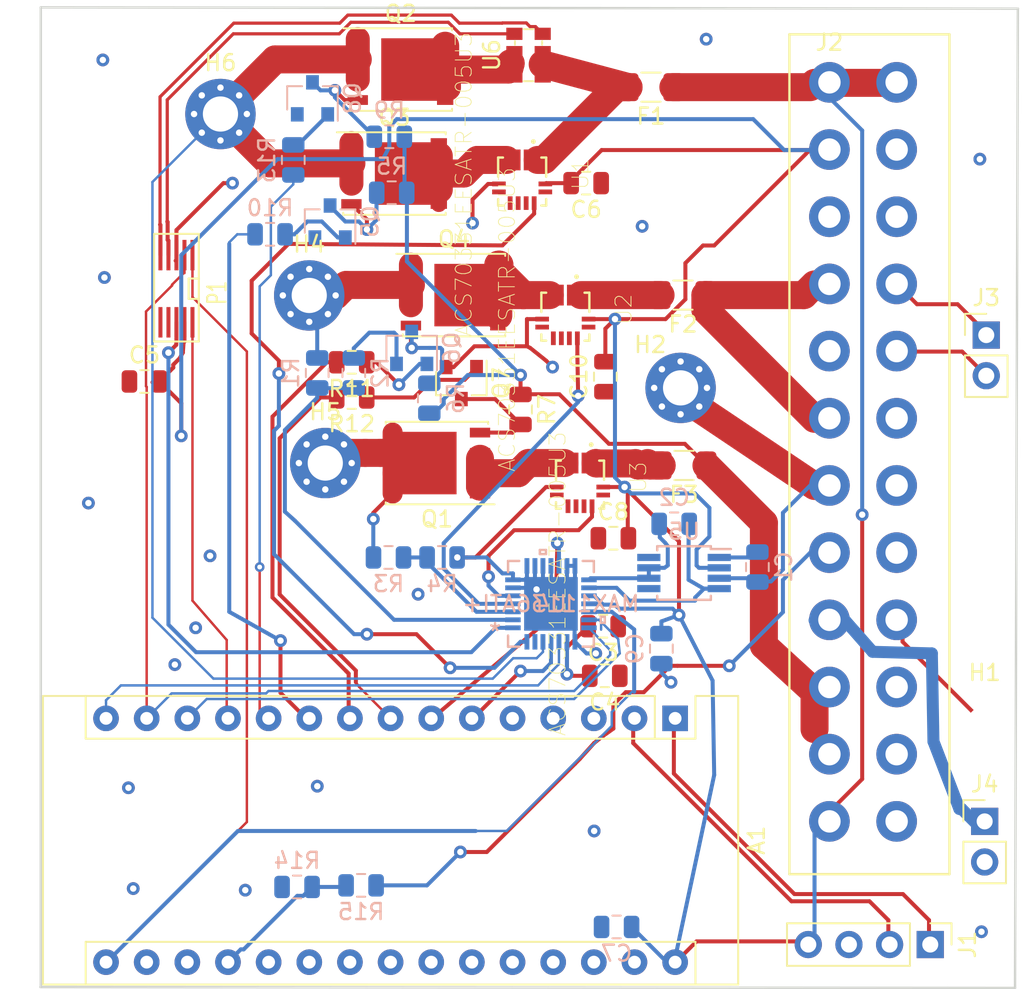
<source format=kicad_pcb>
(kicad_pcb (version 20171130) (host pcbnew "(5.0.1)-rc2")

  (general
    (thickness 1.6)
    (drawings 4)
    (tracks 597)
    (zones 0)
    (modules 52)
    (nets 54)
  )

  (page A4)
  (layers
    (0 F.Cu signal)
    (31 B.Cu signal)
    (32 B.Adhes user)
    (33 F.Adhes user)
    (34 B.Paste user)
    (35 F.Paste user)
    (36 B.SilkS user)
    (37 F.SilkS user)
    (38 B.Mask user)
    (39 F.Mask user)
    (40 Dwgs.User user)
    (41 Cmts.User user)
    (42 Eco1.User user)
    (43 Eco2.User user)
    (44 Edge.Cuts user)
    (45 Margin user)
    (46 B.CrtYd user)
    (47 F.CrtYd user)
    (48 B.Fab user hide)
    (49 F.Fab user)
  )

  (setup
    (last_trace_width 0.25)
    (trace_clearance 0.2)
    (zone_clearance 0.508)
    (zone_45_only no)
    (trace_min 0)
    (segment_width 0.2)
    (edge_width 0.15)
    (via_size 0.8)
    (via_drill 0.4)
    (via_min_size 0.45)
    (via_min_drill 0.2)
    (uvia_size 0.3)
    (uvia_drill 0.1)
    (uvias_allowed no)
    (uvia_min_size 0.2)
    (uvia_min_drill 0.1)
    (pcb_text_width 0.3)
    (pcb_text_size 1.5 1.5)
    (mod_edge_width 0.15)
    (mod_text_size 1 1)
    (mod_text_width 0.15)
    (pad_size 2.7 2.7)
    (pad_drill 1.3)
    (pad_to_mask_clearance 0.051)
    (solder_mask_min_width 0.25)
    (aux_axis_origin 0 0)
    (visible_elements 7FFDFFFF)
    (pcbplotparams
      (layerselection 0x010f0_ffffffff)
      (usegerberextensions false)
      (usegerberattributes false)
      (usegerberadvancedattributes false)
      (creategerberjobfile false)
      (excludeedgelayer true)
      (linewidth 0.100000)
      (plotframeref false)
      (viasonmask false)
      (mode 1)
      (useauxorigin false)
      (hpglpennumber 1)
      (hpglpenspeed 20)
      (hpglpendiameter 15.000000)
      (psnegative false)
      (psa4output false)
      (plotreference true)
      (plotvalue true)
      (plotinvisibletext false)
      (padsonsilk false)
      (subtractmaskfromsilk false)
      (outputformat 1)
      (mirror false)
      (drillshape 0)
      (scaleselection 1)
      (outputdirectory "Gerber/"))
  )

  (net 0 "")
  (net 1 "Net-(C1-Pad2)")
  (net 2 GND)
  (net 3 "Net-(C2-Pad1)")
  (net 4 "Net-(C2-Pad2)")
  (net 5 "Net-(C3-Pad2)")
  (net 6 +3V3)
  (net 7 +12V)
  (net 8 "Net-(H1-Pad1)")
  (net 9 5V_USB)
  (net 10 "Net-(A1-Pad1)")
  (net 11 "Net-(A1-Pad2)")
  (net 12 "Net-(J2-Pad8)")
  (net 13 "Net-(J2-Pad16)")
  (net 14 "Net-(J2-Pad17)")
  (net 15 SPI_Clk_PINX)
  (net 16 SPI_MOSI_PINX)
  (net 17 SPI_3V3_CS_PINX)
  (net 18 12V_Out)
  (net 19 3V3_Out)
  (net 20 5V_Out)
  (net 21 5V_DIV_OUT)
  (net 22 12V_DIV_Out)
  (net 23 "Net-(Q5-Pad1)")
  (net 24 3V3_COURSE_EN)
  (net 25 5V_EN)
  (net 26 "Net-(Q6-Pad1)")
  (net 27 12V_EN)
  (net 28 "Net-(Q7-Pad1)")
  (net 29 "Net-(Q8-Pad1)")
  (net 30 3V3_FINE_EN)
  (net 31 POK)
  (net 32 "Net-(U1-Pad10)")
  (net 33 "Net-(U2-Pad10)")
  (net 34 "Net-(U3-Pad10)")
  (net 35 CNVST_PINX)
  (net 36 SPI_ADC_CS_PINX)
  (net 37 SPI_MISO_PINX)
  (net 38 EOC_PINX)
  (net 39 "Net-(Q2-Pad1)")
  (net 40 "Net-(Q3-Pad1)")
  (net 41 "Net-(Q4-Pad1)")
  (net 42 /5VA)
  (net 43 /3.3V_A)
  (net 44 /5V_A)
  (net 45 /12V_A)
  (net 46 /12VA_S)
  (net 47 /3.3VA_D1)
  (net 48 /3.3VA_D2)
  (net 49 /5VA_D)
  (net 50 3V3_Fine_Out)
  (net 51 /Sense3V3+)
  (net 52 /Sense3V3-)
  (net 53 "Net-(Q1-Pad1)")

  (net_class Default "This is the default net class."
    (clearance 0.2)
    (trace_width 0.25)
    (via_dia 0.8)
    (via_drill 0.4)
    (uvia_dia 0.3)
    (uvia_drill 0.1)
    (add_net +12V)
    (add_net +3V3)
    (add_net /Sense3V3+)
    (add_net /Sense3V3-)
    (add_net 12V_Out)
    (add_net 3V3_Fine_Out)
    (add_net 5V_Out)
    (add_net 5V_USB)
    (add_net GND)
    (add_net "Net-(A1-Pad1)")
    (add_net "Net-(A1-Pad2)")
    (add_net "Net-(C1-Pad2)")
    (add_net "Net-(C2-Pad1)")
    (add_net "Net-(C2-Pad2)")
    (add_net "Net-(C3-Pad2)")
    (add_net "Net-(H1-Pad1)")
    (add_net "Net-(J2-Pad16)")
    (add_net "Net-(J2-Pad17)")
    (add_net "Net-(J2-Pad8)")
    (add_net "Net-(Q1-Pad1)")
    (add_net "Net-(Q2-Pad1)")
    (add_net "Net-(Q3-Pad1)")
    (add_net "Net-(Q4-Pad1)")
    (add_net "Net-(Q5-Pad1)")
    (add_net "Net-(Q6-Pad1)")
    (add_net "Net-(Q7-Pad1)")
    (add_net "Net-(Q8-Pad1)")
    (add_net "Net-(U1-Pad10)")
    (add_net "Net-(U2-Pad10)")
    (add_net "Net-(U3-Pad10)")
    (add_net POK)
  )

  (net_class PowerTrace ""
    (clearance 0.2)
    (trace_width 1.75)
    (via_dia 0.8)
    (via_drill 0.4)
    (uvia_dia 0.3)
    (uvia_drill 0.1)
    (add_net /12VA_S)
    (add_net /12V_A)
    (add_net /3.3VA_D1)
    (add_net /3.3VA_D2)
    (add_net /3.3V_A)
    (add_net /5VA)
    (add_net /5VA_D)
    (add_net /5V_A)
  )

  (net_class Signal ""
    (clearance 0.2)
    (trace_width 0.152)
    (via_dia 0.6)
    (via_drill 0.3)
    (uvia_dia 0.3)
    (uvia_drill 0.1)
    (add_net 12V_DIV_Out)
    (add_net 12V_EN)
    (add_net 3V3_COURSE_EN)
    (add_net 3V3_FINE_EN)
    (add_net 3V3_Out)
    (add_net 5V_DIV_OUT)
    (add_net 5V_EN)
    (add_net CNVST_PINX)
    (add_net EOC_PINX)
    (add_net SPI_3V3_CS_PINX)
    (add_net SPI_ADC_CS_PINX)
    (add_net SPI_Clk_PINX)
    (add_net SPI_MISO_PINX)
    (add_net SPI_MOSI_PINX)
  )

  (module CustomPS:Vishay_PowerPAK_SO-8 (layer F.Cu) (tedit 5C283B4B) (tstamp 5C3AEFE7)
    (at 212 115 180)
    (descr www.vishay.com/docs/73152/si7336adp.pdf)
    (tags "Vishay PowerPAK SO-8")
    (path /5BCEB946)
    (attr smd)
    (fp_text reference Q1 (at 0.02286 -3.5 180) (layer F.SilkS)
      (effects (font (size 1 1) (thickness 0.15)))
    )
    (fp_text value SI7157DP (at 0.02286 3.5 180) (layer F.Fab)
      (effects (font (size 1 1) (thickness 0.15)))
    )
    (fp_line (start -3.17714 2.58) (end 3.22286 2.58) (layer F.SilkS) (width 0.12))
    (fp_line (start -3.57714 -2.58) (end 3.22286 -2.58) (layer F.SilkS) (width 0.12))
    (fp_line (start -3.17714 2.575) (end -3.17714 2.45) (layer F.SilkS) (width 0.12))
    (fp_line (start 3.22286 2.575) (end 3.22286 2.45) (layer F.SilkS) (width 0.12))
    (fp_line (start 3.22286 -2.58) (end 3.22286 -2.45) (layer F.SilkS) (width 0.12))
    (fp_line (start -3.7 2.7) (end 3.7 2.7) (layer F.CrtYd) (width 0.05))
    (fp_line (start -3.7 -2.7) (end 3.7 -2.7) (layer F.CrtYd) (width 0.05))
    (fp_line (start 3.7 -2.7) (end 3.7 2.7) (layer F.CrtYd) (width 0.05))
    (fp_line (start -3.7 -2.7) (end -3.7 2.7) (layer F.CrtYd) (width 0.05))
    (fp_line (start -3.05214 -2.45) (end -3.05214 2.45) (layer F.Fab) (width 0.1))
    (fp_line (start 3.09786 2.45) (end -3.05214 2.45) (layer F.Fab) (width 0.1))
    (fp_line (start 3.09786 -2.45) (end 3.09786 2.45) (layer F.Fab) (width 0.1))
    (fp_line (start -3.05214 -2.45) (end 3.09786 -2.45) (layer F.Fab) (width 0.1))
    (fp_text user %R (at 0.02286 0 180) (layer F.Fab)
      (effects (font (size 1 1) (thickness 0.15)))
    )
    (pad 3 smd rect (at 0.7025 0 180) (size 3.81 3.91) (layers F.Cu F.Paste F.Mask)
      (net 18 12V_Out))
    (pad 3 smd rect (at 2.7925 -1.905 180) (size 1.02 0.61) (layers F.Cu F.Paste F.Mask)
      (net 18 12V_Out))
    (pad 3 smd rect (at 2.7925 -0.635 180) (size 1.02 0.61) (layers F.Cu F.Paste F.Mask)
      (net 18 12V_Out))
    (pad 3 smd rect (at 2.7925 0.635 180) (size 1.02 0.61) (layers F.Cu F.Paste F.Mask)
      (net 18 12V_Out))
    (pad 3 smd rect (at 2.7925 1.905 180) (size 1.02 0.61) (layers F.Cu F.Paste F.Mask)
      (net 18 12V_Out))
    (pad 1 smd rect (at -2.6675 1.905 180) (size 1.27 0.61) (layers F.Cu F.Paste F.Mask)
      (net 53 "Net-(Q1-Pad1)"))
    (pad 2 smd rect (at -2.6675 0.635 180) (size 1.27 0.61) (layers F.Cu F.Paste F.Mask)
      (net 46 /12VA_S))
    (pad 2 smd rect (at -2.6675 -0.635 180) (size 1.27 0.61) (layers F.Cu F.Paste F.Mask)
      (net 46 /12VA_S))
    (pad 2 smd rect (at -2.6675 -1.905 180) (size 1.27 0.61) (layers F.Cu F.Paste F.Mask)
      (net 46 /12VA_S))
    (model ${KISYS3DMOD}/Package_SO.3dshapes/Vishay_PowerPAK_SO-8.wrl
      (at (xyz 0 0 0))
      (scale (xyz 1 1 1))
      (rotate (xyz 0 0 0))
    )
  )

  (module CustomPS:uMAX-uSOP_10 (layer F.Cu) (tedit 5C2838B5) (tstamp 5BF1F719)
    (at 195.7 104.1 180)
    (path /5BCC76E2)
    (attr smd)
    (fp_text reference P1 (at -2.54 -0.254 270) (layer F.SilkS)
      (effects (font (size 1.143 0.762) (thickness 0.127)))
    )
    (fp_text value MAX9939 (at 2.413 0 270) (layer F.SilkS) hide
      (effects (font (size 1.143 1.143) (thickness 0.2032)))
    )
    (fp_line (start -1.397 3.429) (end -1.397 -3.302) (layer F.SilkS) (width 0.127))
    (fp_line (start 1.397 3.429) (end -1.397 3.429) (layer F.SilkS) (width 0.127))
    (fp_line (start 1.397 -3.302) (end 1.397 3.429) (layer F.SilkS) (width 0.127))
    (fp_line (start -1.397 -3.302) (end 1.397 -3.302) (layer F.SilkS) (width 0.127))
    (fp_line (start -0.762 0.635) (end -1.397 0.635) (layer F.SilkS) (width 0.127))
    (fp_line (start -0.762 -0.635) (end -0.762 0.635) (layer F.SilkS) (width 0.127))
    (fp_line (start -1.397 -0.635) (end -0.762 -0.635) (layer F.SilkS) (width 0.127))
    (pad 6 smd rect (at 1 -2.1 180) (size 0.24892 1.905) (layers F.Cu F.Paste F.Mask))
    (pad 7 smd rect (at 0.5 -2.1 180) (size 0.24892 1.905) (layers F.Cu F.Paste F.Mask))
    (pad 10 smd rect (at -1.00076 -2.10058 180) (size 0.24892 1.905) (layers F.Cu F.Paste F.Mask)
      (net 17 SPI_3V3_CS_PINX))
    (pad 9 smd rect (at -0.50038 -2.10058 180) (size 0.24892 1.905) (layers F.Cu F.Paste F.Mask)
      (net 6 +3V3))
    (pad 8 smd rect (at 0 -2.10058 180) (size 0.24892 1.905) (layers F.Cu F.Paste F.Mask)
      (net 50 3V3_Fine_Out))
    (pad 5 smd rect (at 1.00076 2.10058 180) (size 0.24892 1.905) (layers F.Cu F.Paste F.Mask)
      (net 51 /Sense3V3+))
    (pad 4 smd rect (at 0.50038 2.10058 180) (size 0.24892 1.905) (layers F.Cu F.Paste F.Mask)
      (net 52 /Sense3V3-))
    (pad 3 smd rect (at 0 2.10058 180) (size 0.24892 1.905) (layers F.Cu F.Paste F.Mask)
      (net 2 GND))
    (pad 2 smd rect (at -0.50038 2.10058 180) (size 0.24892 1.905) (layers F.Cu F.Paste F.Mask)
      (net 16 SPI_MOSI_PINX))
    (pad 1 smd rect (at -1.00076 2.10058 180) (size 0.24892 1.905) (layers F.Cu F.Paste F.Mask)
      (net 15 SPI_Clk_PINX))
    (model smd/cms_so10.wrl
      (at (xyz 0 0 0))
      (scale (xyz 0.195 0.27 0.25))
      (rotate (xyz 0 0 0))
    )
  )

  (module ACS70331EESATR-005U3:ALLEGRO_ACS70331EESATR-005U3 (layer F.Cu) (tedit 0) (tstamp 5BFA32C3)
    (at 220 105.85 270)
    (path /5BCCE534)
    (attr smd)
    (fp_text reference U2 (at -0.46081 -3.64144 270) (layer F.SilkS)
      (effects (font (size 1.00177 1.00177) (thickness 0.05)))
    )
    (fp_text value ACS70331EESATR-005U3 (at 0.17533 3.64187 270) (layer F.SilkS)
      (effects (font (size 1.00189 1.00189) (thickness 0.05)))
    )
    (fp_line (start -2.25 2.2) (end -2.25 -2.125) (layer Eco1.User) (width 0.05))
    (fp_line (start 2.025 2.2) (end -2.25 2.2) (layer Eco1.User) (width 0.05))
    (fp_line (start 2.025 -2.125) (end 2.025 2.2) (layer Eco1.User) (width 0.05))
    (fp_line (start -2.25 -2.125) (end 2.025 -2.125) (layer Eco1.User) (width 0.05))
    (fp_circle (center -2.5 -0.7) (end -2.425 -0.7) (layer F.SilkS) (width 0.15))
    (fp_line (start 1.5 1.5) (end 1.5 1.2) (layer F.SilkS) (width 0.1524))
    (fp_line (start 1.1 1.5) (end 1.5 1.5) (layer F.SilkS) (width 0.1524))
    (fp_line (start -1.5 1.5) (end -0.3 1.5) (layer F.SilkS) (width 0.1524))
    (fp_line (start -1.5 1.2) (end -1.5 1.5) (layer F.SilkS) (width 0.1524))
    (fp_line (start 1.5 -1.5) (end 1.5 -1.2) (layer F.SilkS) (width 0.1524))
    (fp_line (start 1.1 -1.5) (end 1.5 -1.5) (layer F.SilkS) (width 0.1524))
    (fp_line (start -1.5 -1.5) (end -0.3 -1.5) (layer F.SilkS) (width 0.1524))
    (fp_line (start -1.5 -1.2) (end -1.5 -1.5) (layer F.SilkS) (width 0.1524))
    (fp_line (start -1.5 1.5) (end -1.5 -1.5) (layer Dwgs.User) (width 0.1524))
    (fp_line (start 1.5 1.5) (end -1.5 1.5) (layer Dwgs.User) (width 0.1524))
    (fp_line (start 1.5 -1.5) (end 1.5 1.5) (layer Dwgs.User) (width 0.1524))
    (fp_line (start -1.5 -1.5) (end 1.5 -1.5) (layer Dwgs.User) (width 0.1524))
    (pad 4 smd rect (at -1.35 0.7 270) (size 1.3 0.4) (layers F.Cu F.Paste F.Mask)
      (net 49 /5VA_D))
    (pad 2 smd rect (at -1.35 -0.3 270) (size 1.3 0.4) (layers F.Cu F.Paste F.Mask)
      (net 44 /5V_A))
    (pad 12 smd rect (at 0.15 -1.45 180) (size 0.85 0.3) (layers F.Cu F.Paste F.Mask)
      (net 6 +3V3))
    (pad 11 smd rect (at 0.65 -1.45 180) (size 0.85 0.3) (layers F.Cu F.Paste F.Mask))
    (pad 10 smd rect (at 1.35 -0.75 90) (size 0.85 0.3) (layers F.Cu F.Paste F.Mask)
      (net 33 "Net-(U2-Pad10)"))
    (pad 9 smd rect (at 1.35 -0.25 90) (size 0.85 0.3) (layers F.Cu F.Paste F.Mask))
    (pad 8 smd rect (at 1.35 0.25 90) (size 0.85 0.3) (layers F.Cu F.Paste F.Mask))
    (pad 7 smd rect (at 1.35 0.75 90) (size 0.85 0.3) (layers F.Cu F.Paste F.Mask))
    (pad 6 smd rect (at 0.65 1.45 180) (size 0.85 0.3) (layers F.Cu F.Paste F.Mask))
    (pad 5 smd rect (at 0.15 1.45 180) (size 0.85 0.3) (layers F.Cu F.Paste F.Mask)
      (net 2 GND))
    (pad 3 smd rect (at -1.35 0.3 270) (size 1.3 0.4) (layers F.Cu F.Paste F.Mask)
      (net 49 /5VA_D))
    (pad 1 smd rect (at -1.35 -0.7 270) (size 1.3 0.4) (layers F.Cu F.Paste F.Mask)
      (net 44 /5V_A))
  )

  (module Resistor_SMD:R_Shunt_Vishay_WSKW0612 (layer F.Cu) (tedit 5B649A58) (tstamp 5BFDEA06)
    (at 217.7 89.5 90)
    (descr https://www.vishay.com/docs/30332/wskw0612.pdf)
    (tags "4-Terminal SMD Shunt")
    (path /5BEFBEE2)
    (attr smd)
    (fp_text reference U6 (at 0 -2.3 90) (layer F.SilkS)
      (effects (font (size 1 1) (thickness 0.15)))
    )
    (fp_text value R_0612 (at 0 2.4 90) (layer F.Fab)
      (effects (font (size 1 1) (thickness 0.15)))
    )
    (fp_line (start -1.525 0.75) (end -1.525 -0.25) (layer F.Fab) (width 0.1))
    (fp_line (start 1.525 -0.75) (end -1.025 -0.75) (layer F.Fab) (width 0.1))
    (fp_line (start -1.525 0.75) (end 1.525 0.75) (layer F.Fab) (width 0.1))
    (fp_line (start 1.525 0.75) (end 1.525 -0.75) (layer F.Fab) (width 0.1))
    (fp_line (start -1.525 -0.25) (end -1.025 -0.75) (layer F.Fab) (width 0.1))
    (fp_line (start 0.65 -0.85) (end 0.875 -0.85) (layer F.SilkS) (width 0.12))
    (fp_line (start 0.65 0.85) (end 0.875 0.85) (layer F.SilkS) (width 0.12))
    (fp_line (start 1.625 0.3) (end 1.625 -0.3) (layer F.SilkS) (width 0.12))
    (fp_line (start -1.625 0.3) (end -1.625 -0.3) (layer F.SilkS) (width 0.12))
    (fp_line (start -1.97 1.64) (end 1.97 1.64) (layer F.CrtYd) (width 0.05))
    (fp_line (start 1.97 -1.64) (end 1.97 1.64) (layer F.CrtYd) (width 0.05))
    (fp_line (start 1.97 -1.64) (end -1.97 -1.64) (layer F.CrtYd) (width 0.05))
    (fp_line (start -1.97 1.64) (end -1.97 -1.64) (layer F.CrtYd) (width 0.05))
    (fp_text user %R (at 0 0 90) (layer F.Fab)
      (effects (font (size 0.5 0.5) (thickness 0.1)))
    )
    (pad 1 smd rect (at -0.572 -0.885 90) (size 2.287 1.01) (layers F.Cu F.Paste F.Mask)
      (net 47 /3.3VA_D1))
    (pad 4 smd rect (at -0.5715 0.885 90) (size 2.287 1.01) (layers F.Cu F.Paste F.Mask)
      (net 43 /3.3V_A))
    (pad 3 smd rect (at 1.334 0.885 90) (size 0.762 1.01) (layers F.Cu F.Paste F.Mask)
      (net 51 /Sense3V3+))
    (pad 2 smd rect (at 1.334 -0.885 90) (size 0.762 1.01) (layers F.Cu F.Paste F.Mask)
      (net 52 /Sense3V3-))
    (model ${KISYS3DMOD}/Resistor_SMD.3dshapes/R_Shunt_Vishay_WSKW0612.wrl
      (at (xyz 0 0 0))
      (scale (xyz 1 1 1))
      (rotate (xyz 0 0 0))
    )
  )

  (module ACS70331EESATR-005U3:ALLEGRO_ACS70331EESATR-005U3 (layer F.Cu) (tedit 0) (tstamp 5BFE0577)
    (at 220.916 116.348 270)
    (path /5BCE8EA6)
    (attr smd)
    (fp_text reference U3 (at -0.46081 -3.64144 270) (layer F.SilkS)
      (effects (font (size 1.00177 1.00177) (thickness 0.05)))
    )
    (fp_text value ACS70331EESATR-005U3 (at 6.2 1.4 270) (layer F.SilkS)
      (effects (font (size 1.00189 1.00189) (thickness 0.05)))
    )
    (fp_line (start -1.5 -1.5) (end 1.5 -1.5) (layer Dwgs.User) (width 0.1524))
    (fp_line (start 1.5 -1.5) (end 1.5 1.5) (layer Dwgs.User) (width 0.1524))
    (fp_line (start 1.5 1.5) (end -1.5 1.5) (layer Dwgs.User) (width 0.1524))
    (fp_line (start -1.5 1.5) (end -1.5 -1.5) (layer Dwgs.User) (width 0.1524))
    (fp_line (start -1.5 -1.2) (end -1.5 -1.5) (layer F.SilkS) (width 0.1524))
    (fp_line (start -1.5 -1.5) (end -0.3 -1.5) (layer F.SilkS) (width 0.1524))
    (fp_line (start 1.1 -1.5) (end 1.5 -1.5) (layer F.SilkS) (width 0.1524))
    (fp_line (start 1.5 -1.5) (end 1.5 -1.2) (layer F.SilkS) (width 0.1524))
    (fp_line (start -1.5 1.2) (end -1.5 1.5) (layer F.SilkS) (width 0.1524))
    (fp_line (start -1.5 1.5) (end -0.3 1.5) (layer F.SilkS) (width 0.1524))
    (fp_line (start 1.1 1.5) (end 1.5 1.5) (layer F.SilkS) (width 0.1524))
    (fp_line (start 1.5 1.5) (end 1.5 1.2) (layer F.SilkS) (width 0.1524))
    (fp_circle (center -2.5 -0.7) (end -2.425 -0.7) (layer F.SilkS) (width 0.15))
    (fp_line (start -2.25 -2.125) (end 2.025 -2.125) (layer Eco1.User) (width 0.05))
    (fp_line (start 2.025 -2.125) (end 2.025 2.2) (layer Eco1.User) (width 0.05))
    (fp_line (start 2.025 2.2) (end -2.25 2.2) (layer Eco1.User) (width 0.05))
    (fp_line (start -2.25 2.2) (end -2.25 -2.125) (layer Eco1.User) (width 0.05))
    (pad 1 smd rect (at -1.35 -0.7 270) (size 1.3 0.4) (layers F.Cu F.Paste F.Mask)
      (net 45 /12V_A))
    (pad 3 smd rect (at -1.35 0.3 270) (size 1.3 0.4) (layers F.Cu F.Paste F.Mask)
      (net 46 /12VA_S))
    (pad 5 smd rect (at 0.15 1.45 180) (size 0.85 0.3) (layers F.Cu F.Paste F.Mask)
      (net 2 GND))
    (pad 6 smd rect (at 0.65 1.45 180) (size 0.85 0.3) (layers F.Cu F.Paste F.Mask))
    (pad 7 smd rect (at 1.35 0.75 90) (size 0.85 0.3) (layers F.Cu F.Paste F.Mask))
    (pad 8 smd rect (at 1.35 0.25 90) (size 0.85 0.3) (layers F.Cu F.Paste F.Mask))
    (pad 9 smd rect (at 1.35 -0.25 90) (size 0.85 0.3) (layers F.Cu F.Paste F.Mask))
    (pad 10 smd rect (at 1.35 -0.75 90) (size 0.85 0.3) (layers F.Cu F.Paste F.Mask)
      (net 34 "Net-(U3-Pad10)"))
    (pad 11 smd rect (at 0.65 -1.45 180) (size 0.85 0.3) (layers F.Cu F.Paste F.Mask))
    (pad 12 smd rect (at 0.15 -1.45 180) (size 0.85 0.3) (layers F.Cu F.Paste F.Mask)
      (net 6 +3V3))
    (pad 2 smd rect (at -1.35 -0.3 270) (size 1.3 0.4) (layers F.Cu F.Paste F.Mask)
      (net 45 /12V_A))
    (pad 4 smd rect (at -1.35 0.7 270) (size 1.3 0.4) (layers F.Cu F.Paste F.Mask)
      (net 46 /12VA_S))
  )

  (module MountingHole:MountingHole_2.2mm_M2_Pad_Via (layer F.Cu) (tedit 56DDB9C7) (tstamp 5C2819AA)
    (at 203.99756 104.521)
    (descr "Mounting Hole 2.2mm, M2")
    (tags "mounting hole 2.2mm m2")
    (path /5BF0C3A9)
    (attr virtual)
    (fp_text reference H4 (at 0 -3.2) (layer F.SilkS)
      (effects (font (size 1 1) (thickness 0.15)))
    )
    (fp_text value MountingHole_Pad (at 0 3.2) (layer F.Fab)
      (effects (font (size 1 1) (thickness 0.15)))
    )
    (fp_text user %R (at 0.3 0) (layer F.Fab)
      (effects (font (size 1 1) (thickness 0.15)))
    )
    (fp_circle (center 0 0) (end 2.2 0) (layer Cmts.User) (width 0.15))
    (fp_circle (center 0 0) (end 2.45 0) (layer F.CrtYd) (width 0.05))
    (pad 1 thru_hole circle (at 0 0) (size 4.4 4.4) (drill 2.2) (layers *.Cu *.Mask)
      (net 20 5V_Out))
    (pad 1 thru_hole circle (at 1.65 0) (size 0.7 0.7) (drill 0.4) (layers *.Cu *.Mask)
      (net 20 5V_Out))
    (pad 1 thru_hole circle (at 1.166726 1.166726) (size 0.7 0.7) (drill 0.4) (layers *.Cu *.Mask)
      (net 20 5V_Out))
    (pad 1 thru_hole circle (at 0 1.65) (size 0.7 0.7) (drill 0.4) (layers *.Cu *.Mask)
      (net 20 5V_Out))
    (pad 1 thru_hole circle (at -1.166726 1.166726) (size 0.7 0.7) (drill 0.4) (layers *.Cu *.Mask)
      (net 20 5V_Out))
    (pad 1 thru_hole circle (at -1.65 0) (size 0.7 0.7) (drill 0.4) (layers *.Cu *.Mask)
      (net 20 5V_Out))
    (pad 1 thru_hole circle (at -1.166726 -1.166726) (size 0.7 0.7) (drill 0.4) (layers *.Cu *.Mask)
      (net 20 5V_Out))
    (pad 1 thru_hole circle (at 0 -1.65) (size 0.7 0.7) (drill 0.4) (layers *.Cu *.Mask)
      (net 20 5V_Out))
    (pad 1 thru_hole circle (at 1.166726 -1.166726) (size 0.7 0.7) (drill 0.4) (layers *.Cu *.Mask)
      (net 20 5V_Out))
  )

  (module MountingHole:MountingHole_2.2mm_M2_Pad_Via (layer F.Cu) (tedit 56DDB9C7) (tstamp 5C2819B9)
    (at 205 115)
    (descr "Mounting Hole 2.2mm, M2")
    (tags "mounting hole 2.2mm m2")
    (path /5BF0C518)
    (attr virtual)
    (fp_text reference H5 (at 0 -3.2) (layer F.SilkS)
      (effects (font (size 1 1) (thickness 0.15)))
    )
    (fp_text value MountingHole_Pad (at 0 3.2) (layer F.Fab)
      (effects (font (size 1 1) (thickness 0.15)))
    )
    (fp_text user %R (at 0.3 0) (layer F.Fab)
      (effects (font (size 1 1) (thickness 0.15)))
    )
    (fp_circle (center 0 0) (end 2.2 0) (layer Cmts.User) (width 0.15))
    (fp_circle (center 0 0) (end 2.45 0) (layer F.CrtYd) (width 0.05))
    (pad 1 thru_hole circle (at 0 0) (size 4.4 4.4) (drill 2.2) (layers *.Cu *.Mask)
      (net 18 12V_Out))
    (pad 1 thru_hole circle (at 1.65 0) (size 0.7 0.7) (drill 0.4) (layers *.Cu *.Mask)
      (net 18 12V_Out))
    (pad 1 thru_hole circle (at 1.166726 1.166726) (size 0.7 0.7) (drill 0.4) (layers *.Cu *.Mask)
      (net 18 12V_Out))
    (pad 1 thru_hole circle (at 0 1.65) (size 0.7 0.7) (drill 0.4) (layers *.Cu *.Mask)
      (net 18 12V_Out))
    (pad 1 thru_hole circle (at -1.166726 1.166726) (size 0.7 0.7) (drill 0.4) (layers *.Cu *.Mask)
      (net 18 12V_Out))
    (pad 1 thru_hole circle (at -1.65 0) (size 0.7 0.7) (drill 0.4) (layers *.Cu *.Mask)
      (net 18 12V_Out))
    (pad 1 thru_hole circle (at -1.166726 -1.166726) (size 0.7 0.7) (drill 0.4) (layers *.Cu *.Mask)
      (net 18 12V_Out))
    (pad 1 thru_hole circle (at 0 -1.65) (size 0.7 0.7) (drill 0.4) (layers *.Cu *.Mask)
      (net 18 12V_Out))
    (pad 1 thru_hole circle (at 1.166726 -1.166726) (size 0.7 0.7) (drill 0.4) (layers *.Cu *.Mask)
      (net 18 12V_Out))
  )

  (module MountingHole:MountingHole_2.2mm_M2_Pad_Via (layer F.Cu) (tedit 56DDB9C7) (tstamp 5C2819C8)
    (at 198.4502 93.1799)
    (descr "Mounting Hole 2.2mm, M2")
    (tags "mounting hole 2.2mm m2")
    (path /5BF0BA68)
    (attr virtual)
    (fp_text reference H6 (at 0 -3.2) (layer F.SilkS)
      (effects (font (size 1 1) (thickness 0.15)))
    )
    (fp_text value MountingHole_Pad (at 0 3.2) (layer F.Fab)
      (effects (font (size 1 1) (thickness 0.15)))
    )
    (fp_circle (center 0 0) (end 2.45 0) (layer F.CrtYd) (width 0.05))
    (fp_circle (center 0 0) (end 2.2 0) (layer Cmts.User) (width 0.15))
    (fp_text user %R (at 0.3 0) (layer F.Fab)
      (effects (font (size 1 1) (thickness 0.15)))
    )
    (pad 1 thru_hole circle (at 1.166726 -1.166726) (size 0.7 0.7) (drill 0.4) (layers *.Cu *.Mask)
      (net 19 3V3_Out))
    (pad 1 thru_hole circle (at 0 -1.65) (size 0.7 0.7) (drill 0.4) (layers *.Cu *.Mask)
      (net 19 3V3_Out))
    (pad 1 thru_hole circle (at -1.166726 -1.166726) (size 0.7 0.7) (drill 0.4) (layers *.Cu *.Mask)
      (net 19 3V3_Out))
    (pad 1 thru_hole circle (at -1.65 0) (size 0.7 0.7) (drill 0.4) (layers *.Cu *.Mask)
      (net 19 3V3_Out))
    (pad 1 thru_hole circle (at -1.166726 1.166726) (size 0.7 0.7) (drill 0.4) (layers *.Cu *.Mask)
      (net 19 3V3_Out))
    (pad 1 thru_hole circle (at 0 1.65) (size 0.7 0.7) (drill 0.4) (layers *.Cu *.Mask)
      (net 19 3V3_Out))
    (pad 1 thru_hole circle (at 1.166726 1.166726) (size 0.7 0.7) (drill 0.4) (layers *.Cu *.Mask)
      (net 19 3V3_Out))
    (pad 1 thru_hole circle (at 1.65 0) (size 0.7 0.7) (drill 0.4) (layers *.Cu *.Mask)
      (net 19 3V3_Out))
    (pad 1 thru_hole circle (at 0 0) (size 4.4 4.4) (drill 2.2) (layers *.Cu *.Mask)
      (net 19 3V3_Out))
  )

  (module CustomPS:Vishay_PowerPAK_SO-8 (layer F.Cu) (tedit 5C283B4B) (tstamp 5C7C09B0)
    (at 209.6975 90.4)
    (descr www.vishay.com/docs/73152/si7336adp.pdf)
    (tags "Vishay PowerPAK SO-8")
    (path /5BCC06F1)
    (attr smd)
    (fp_text reference Q2 (at 0.02286 -3.5) (layer F.SilkS)
      (effects (font (size 1 1) (thickness 0.15)))
    )
    (fp_text value SIRA32DP (at 0.02286 3.5) (layer F.Fab)
      (effects (font (size 1 1) (thickness 0.15)))
    )
    (fp_line (start -3.17714 2.58) (end 3.22286 2.58) (layer F.SilkS) (width 0.12))
    (fp_line (start -3.57714 -2.58) (end 3.22286 -2.58) (layer F.SilkS) (width 0.12))
    (fp_line (start -3.17714 2.575) (end -3.17714 2.45) (layer F.SilkS) (width 0.12))
    (fp_line (start 3.22286 2.575) (end 3.22286 2.45) (layer F.SilkS) (width 0.12))
    (fp_line (start 3.22286 -2.58) (end 3.22286 -2.45) (layer F.SilkS) (width 0.12))
    (fp_line (start -3.7 2.7) (end 3.7 2.7) (layer F.CrtYd) (width 0.05))
    (fp_line (start -3.7 -2.7) (end 3.7 -2.7) (layer F.CrtYd) (width 0.05))
    (fp_line (start 3.7 -2.7) (end 3.7 2.7) (layer F.CrtYd) (width 0.05))
    (fp_line (start -3.7 -2.7) (end -3.7 2.7) (layer F.CrtYd) (width 0.05))
    (fp_line (start -3.05214 -2.45) (end -3.05214 2.45) (layer F.Fab) (width 0.1))
    (fp_line (start 3.09786 2.45) (end -3.05214 2.45) (layer F.Fab) (width 0.1))
    (fp_line (start 3.09786 -2.45) (end 3.09786 2.45) (layer F.Fab) (width 0.1))
    (fp_line (start -3.05214 -2.45) (end 3.09786 -2.45) (layer F.Fab) (width 0.1))
    (fp_text user %R (at 0.02286 0) (layer F.Fab)
      (effects (font (size 1 1) (thickness 0.15)))
    )
    (pad 3 smd rect (at 0.7025 0) (size 3.81 3.91) (layers F.Cu F.Paste F.Mask)
      (net 47 /3.3VA_D1))
    (pad 3 smd rect (at 2.7925 -1.905) (size 1.02 0.61) (layers F.Cu F.Paste F.Mask)
      (net 47 /3.3VA_D1))
    (pad 3 smd rect (at 2.7925 -0.635) (size 1.02 0.61) (layers F.Cu F.Paste F.Mask)
      (net 47 /3.3VA_D1))
    (pad 3 smd rect (at 2.7925 0.635) (size 1.02 0.61) (layers F.Cu F.Paste F.Mask)
      (net 47 /3.3VA_D1))
    (pad 3 smd rect (at 2.7925 1.905) (size 1.02 0.61) (layers F.Cu F.Paste F.Mask)
      (net 47 /3.3VA_D1))
    (pad 1 smd rect (at -2.6675 1.905) (size 1.27 0.61) (layers F.Cu F.Paste F.Mask)
      (net 39 "Net-(Q2-Pad1)"))
    (pad 2 smd rect (at -2.6675 0.635) (size 1.27 0.61) (layers F.Cu F.Paste F.Mask)
      (net 19 3V3_Out))
    (pad 2 smd rect (at -2.6675 -0.635) (size 1.27 0.61) (layers F.Cu F.Paste F.Mask)
      (net 19 3V3_Out))
    (pad 2 smd rect (at -2.6675 -1.905) (size 1.27 0.61) (layers F.Cu F.Paste F.Mask)
      (net 19 3V3_Out))
    (model ${KISYS3DMOD}/Package_SO.3dshapes/Vishay_PowerPAK_SO-8.wrl
      (at (xyz 0 0 0))
      (scale (xyz 1 1 1))
      (rotate (xyz 0 0 0))
    )
  )

  (module CustomPS:Vishay_PowerPAK_SO-8 (layer F.Cu) (tedit 5C283B4B) (tstamp 5C7C09CA)
    (at 209.3 96.9)
    (descr www.vishay.com/docs/73152/si7336adp.pdf)
    (tags "Vishay PowerPAK SO-8")
    (path /5BCC8798)
    (attr smd)
    (fp_text reference Q3 (at 0.02286 -3.5) (layer F.SilkS)
      (effects (font (size 1 1) (thickness 0.15)))
    )
    (fp_text value SIRA32DP (at 0.02286 3.5) (layer F.Fab)
      (effects (font (size 1 1) (thickness 0.15)))
    )
    (fp_text user %R (at 0.02286 0) (layer F.Fab)
      (effects (font (size 1 1) (thickness 0.15)))
    )
    (fp_line (start -3.05214 -2.45) (end 3.09786 -2.45) (layer F.Fab) (width 0.1))
    (fp_line (start 3.09786 -2.45) (end 3.09786 2.45) (layer F.Fab) (width 0.1))
    (fp_line (start 3.09786 2.45) (end -3.05214 2.45) (layer F.Fab) (width 0.1))
    (fp_line (start -3.05214 -2.45) (end -3.05214 2.45) (layer F.Fab) (width 0.1))
    (fp_line (start -3.7 -2.7) (end -3.7 2.7) (layer F.CrtYd) (width 0.05))
    (fp_line (start 3.7 -2.7) (end 3.7 2.7) (layer F.CrtYd) (width 0.05))
    (fp_line (start -3.7 -2.7) (end 3.7 -2.7) (layer F.CrtYd) (width 0.05))
    (fp_line (start -3.7 2.7) (end 3.7 2.7) (layer F.CrtYd) (width 0.05))
    (fp_line (start 3.22286 -2.58) (end 3.22286 -2.45) (layer F.SilkS) (width 0.12))
    (fp_line (start 3.22286 2.575) (end 3.22286 2.45) (layer F.SilkS) (width 0.12))
    (fp_line (start -3.17714 2.575) (end -3.17714 2.45) (layer F.SilkS) (width 0.12))
    (fp_line (start -3.57714 -2.58) (end 3.22286 -2.58) (layer F.SilkS) (width 0.12))
    (fp_line (start -3.17714 2.58) (end 3.22286 2.58) (layer F.SilkS) (width 0.12))
    (pad 2 smd rect (at -2.6675 -1.905) (size 1.27 0.61) (layers F.Cu F.Paste F.Mask)
      (net 19 3V3_Out))
    (pad 2 smd rect (at -2.6675 -0.635) (size 1.27 0.61) (layers F.Cu F.Paste F.Mask)
      (net 19 3V3_Out))
    (pad 2 smd rect (at -2.6675 0.635) (size 1.27 0.61) (layers F.Cu F.Paste F.Mask)
      (net 19 3V3_Out))
    (pad 1 smd rect (at -2.6675 1.905) (size 1.27 0.61) (layers F.Cu F.Paste F.Mask)
      (net 40 "Net-(Q3-Pad1)"))
    (pad 3 smd rect (at 2.7925 1.905) (size 1.02 0.61) (layers F.Cu F.Paste F.Mask)
      (net 48 /3.3VA_D2))
    (pad 3 smd rect (at 2.7925 0.635) (size 1.02 0.61) (layers F.Cu F.Paste F.Mask)
      (net 48 /3.3VA_D2))
    (pad 3 smd rect (at 2.7925 -0.635) (size 1.02 0.61) (layers F.Cu F.Paste F.Mask)
      (net 48 /3.3VA_D2))
    (pad 3 smd rect (at 2.7925 -1.905) (size 1.02 0.61) (layers F.Cu F.Paste F.Mask)
      (net 48 /3.3VA_D2))
    (pad 3 smd rect (at 0.7025 0) (size 3.81 3.91) (layers F.Cu F.Paste F.Mask)
      (net 48 /3.3VA_D2))
    (model ${KISYS3DMOD}/Package_SO.3dshapes/Vishay_PowerPAK_SO-8.wrl
      (at (xyz 0 0 0))
      (scale (xyz 1 1 1))
      (rotate (xyz 0 0 0))
    )
  )

  (module CustomPS:Vishay_PowerPAK_SO-8 (layer F.Cu) (tedit 5C283B4B) (tstamp 5C7C09E4)
    (at 213.01834 104.5)
    (descr www.vishay.com/docs/73152/si7336adp.pdf)
    (tags "Vishay PowerPAK SO-8")
    (path /5BCCE54C)
    (attr smd)
    (fp_text reference Q4 (at 0.02286 -3.5) (layer F.SilkS)
      (effects (font (size 1 1) (thickness 0.15)))
    )
    (fp_text value SIRA32DP (at 0.02286 3.5) (layer F.Fab)
      (effects (font (size 1 1) (thickness 0.15)))
    )
    (fp_line (start -3.17714 2.58) (end 3.22286 2.58) (layer F.SilkS) (width 0.12))
    (fp_line (start -3.57714 -2.58) (end 3.22286 -2.58) (layer F.SilkS) (width 0.12))
    (fp_line (start -3.17714 2.575) (end -3.17714 2.45) (layer F.SilkS) (width 0.12))
    (fp_line (start 3.22286 2.575) (end 3.22286 2.45) (layer F.SilkS) (width 0.12))
    (fp_line (start 3.22286 -2.58) (end 3.22286 -2.45) (layer F.SilkS) (width 0.12))
    (fp_line (start -3.7 2.7) (end 3.7 2.7) (layer F.CrtYd) (width 0.05))
    (fp_line (start -3.7 -2.7) (end 3.7 -2.7) (layer F.CrtYd) (width 0.05))
    (fp_line (start 3.7 -2.7) (end 3.7 2.7) (layer F.CrtYd) (width 0.05))
    (fp_line (start -3.7 -2.7) (end -3.7 2.7) (layer F.CrtYd) (width 0.05))
    (fp_line (start -3.05214 -2.45) (end -3.05214 2.45) (layer F.Fab) (width 0.1))
    (fp_line (start 3.09786 2.45) (end -3.05214 2.45) (layer F.Fab) (width 0.1))
    (fp_line (start 3.09786 -2.45) (end 3.09786 2.45) (layer F.Fab) (width 0.1))
    (fp_line (start -3.05214 -2.45) (end 3.09786 -2.45) (layer F.Fab) (width 0.1))
    (fp_text user %R (at 0.02286 0) (layer F.Fab)
      (effects (font (size 1 1) (thickness 0.15)))
    )
    (pad 3 smd rect (at 0.7025 0) (size 3.81 3.91) (layers F.Cu F.Paste F.Mask)
      (net 49 /5VA_D))
    (pad 3 smd rect (at 2.7925 -1.905) (size 1.02 0.61) (layers F.Cu F.Paste F.Mask)
      (net 49 /5VA_D))
    (pad 3 smd rect (at 2.7925 -0.635) (size 1.02 0.61) (layers F.Cu F.Paste F.Mask)
      (net 49 /5VA_D))
    (pad 3 smd rect (at 2.7925 0.635) (size 1.02 0.61) (layers F.Cu F.Paste F.Mask)
      (net 49 /5VA_D))
    (pad 3 smd rect (at 2.7925 1.905) (size 1.02 0.61) (layers F.Cu F.Paste F.Mask)
      (net 49 /5VA_D))
    (pad 1 smd rect (at -2.6675 1.905) (size 1.27 0.61) (layers F.Cu F.Paste F.Mask)
      (net 41 "Net-(Q4-Pad1)"))
    (pad 2 smd rect (at -2.6675 0.635) (size 1.27 0.61) (layers F.Cu F.Paste F.Mask)
      (net 20 5V_Out))
    (pad 2 smd rect (at -2.6675 -0.635) (size 1.27 0.61) (layers F.Cu F.Paste F.Mask)
      (net 20 5V_Out))
    (pad 2 smd rect (at -2.6675 -1.905) (size 1.27 0.61) (layers F.Cu F.Paste F.Mask)
      (net 20 5V_Out))
    (model ${KISYS3DMOD}/Package_SO.3dshapes/Vishay_PowerPAK_SO-8.wrl
      (at (xyz 0 0 0))
      (scale (xyz 1 1 1))
      (rotate (xyz 0 0 0))
    )
  )

  (module Module:Arduino_Nano (layer F.Cu) (tedit 58ACAF70) (tstamp 5C3AEE6D)
    (at 226.86 130.96 270)
    (descr "Arduino Nano, http://www.mouser.com/pdfdocs/Gravitech_Arduino_Nano3_0.pdf")
    (tags "Arduino Nano")
    (path /5BC6D4A1)
    (fp_text reference A1 (at 7.62 -5.08 270) (layer F.SilkS)
      (effects (font (size 1 1) (thickness 0.15)))
    )
    (fp_text value Arduino_Nano_v3.x (at 8.89 19.05) (layer F.Fab)
      (effects (font (size 1 1) (thickness 0.15)))
    )
    (fp_text user %R (at 6.35 19.05) (layer F.Fab)
      (effects (font (size 1 1) (thickness 0.15)))
    )
    (fp_line (start 1.27 1.27) (end 1.27 -1.27) (layer F.SilkS) (width 0.12))
    (fp_line (start 1.27 -1.27) (end -1.4 -1.27) (layer F.SilkS) (width 0.12))
    (fp_line (start -1.4 1.27) (end -1.4 39.5) (layer F.SilkS) (width 0.12))
    (fp_line (start -1.4 -3.94) (end -1.4 -1.27) (layer F.SilkS) (width 0.12))
    (fp_line (start 13.97 -1.27) (end 16.64 -1.27) (layer F.SilkS) (width 0.12))
    (fp_line (start 13.97 -1.27) (end 13.97 36.83) (layer F.SilkS) (width 0.12))
    (fp_line (start 13.97 36.83) (end 16.64 36.83) (layer F.SilkS) (width 0.12))
    (fp_line (start 1.27 1.27) (end -1.4 1.27) (layer F.SilkS) (width 0.12))
    (fp_line (start 1.27 1.27) (end 1.27 36.83) (layer F.SilkS) (width 0.12))
    (fp_line (start 1.27 36.83) (end -1.4 36.83) (layer F.SilkS) (width 0.12))
    (fp_line (start 3.81 31.75) (end 11.43 31.75) (layer F.Fab) (width 0.1))
    (fp_line (start 11.43 31.75) (end 11.43 41.91) (layer F.Fab) (width 0.1))
    (fp_line (start 11.43 41.91) (end 3.81 41.91) (layer F.Fab) (width 0.1))
    (fp_line (start 3.81 41.91) (end 3.81 31.75) (layer F.Fab) (width 0.1))
    (fp_line (start -1.4 39.5) (end 16.64 39.5) (layer F.SilkS) (width 0.12))
    (fp_line (start 16.64 39.5) (end 16.64 -3.94) (layer F.SilkS) (width 0.12))
    (fp_line (start 16.64 -3.94) (end -1.4 -3.94) (layer F.SilkS) (width 0.12))
    (fp_line (start 16.51 39.37) (end -1.27 39.37) (layer F.Fab) (width 0.1))
    (fp_line (start -1.27 39.37) (end -1.27 -2.54) (layer F.Fab) (width 0.1))
    (fp_line (start -1.27 -2.54) (end 0 -3.81) (layer F.Fab) (width 0.1))
    (fp_line (start 0 -3.81) (end 16.51 -3.81) (layer F.Fab) (width 0.1))
    (fp_line (start 16.51 -3.81) (end 16.51 39.37) (layer F.Fab) (width 0.1))
    (fp_line (start -1.53 -4.06) (end 16.75 -4.06) (layer F.CrtYd) (width 0.05))
    (fp_line (start -1.53 -4.06) (end -1.53 42.16) (layer F.CrtYd) (width 0.05))
    (fp_line (start 16.75 42.16) (end 16.75 -4.06) (layer F.CrtYd) (width 0.05))
    (fp_line (start 16.75 42.16) (end -1.53 42.16) (layer F.CrtYd) (width 0.05))
    (pad 1 thru_hole rect (at 0 0 270) (size 1.6 1.6) (drill 0.8) (layers *.Cu *.Mask)
      (net 10 "Net-(A1-Pad1)"))
    (pad 17 thru_hole oval (at 15.24 33.02 270) (size 1.6 1.6) (drill 0.8) (layers *.Cu *.Mask))
    (pad 2 thru_hole oval (at 0 2.54 270) (size 1.6 1.6) (drill 0.8) (layers *.Cu *.Mask)
      (net 11 "Net-(A1-Pad2)"))
    (pad 18 thru_hole oval (at 15.24 30.48 270) (size 1.6 1.6) (drill 0.8) (layers *.Cu *.Mask))
    (pad 3 thru_hole oval (at 0 5.08 270) (size 1.6 1.6) (drill 0.8) (layers *.Cu *.Mask))
    (pad 19 thru_hole oval (at 15.24 27.94 270) (size 1.6 1.6) (drill 0.8) (layers *.Cu *.Mask)
      (net 31 POK))
    (pad 4 thru_hole oval (at 0 7.62 270) (size 1.6 1.6) (drill 0.8) (layers *.Cu *.Mask)
      (net 2 GND))
    (pad 20 thru_hole oval (at 15.24 25.4 270) (size 1.6 1.6) (drill 0.8) (layers *.Cu *.Mask))
    (pad 5 thru_hole oval (at 0 10.16 270) (size 1.6 1.6) (drill 0.8) (layers *.Cu *.Mask))
    (pad 21 thru_hole oval (at 15.24 22.86 270) (size 1.6 1.6) (drill 0.8) (layers *.Cu *.Mask))
    (pad 6 thru_hole oval (at 0 12.7 270) (size 1.6 1.6) (drill 0.8) (layers *.Cu *.Mask)
      (net 38 EOC_PINX))
    (pad 22 thru_hole oval (at 15.24 20.32 270) (size 1.6 1.6) (drill 0.8) (layers *.Cu *.Mask))
    (pad 7 thru_hole oval (at 0 15.24 270) (size 1.6 1.6) (drill 0.8) (layers *.Cu *.Mask)
      (net 35 CNVST_PINX))
    (pad 23 thru_hole oval (at 15.24 17.78 270) (size 1.6 1.6) (drill 0.8) (layers *.Cu *.Mask))
    (pad 8 thru_hole oval (at 0 17.78 270) (size 1.6 1.6) (drill 0.8) (layers *.Cu *.Mask)
      (net 27 12V_EN))
    (pad 24 thru_hole oval (at 15.24 15.24 270) (size 1.6 1.6) (drill 0.8) (layers *.Cu *.Mask))
    (pad 9 thru_hole oval (at 0 20.32 270) (size 1.6 1.6) (drill 0.8) (layers *.Cu *.Mask)
      (net 25 5V_EN))
    (pad 25 thru_hole oval (at 15.24 12.7 270) (size 1.6 1.6) (drill 0.8) (layers *.Cu *.Mask))
    (pad 10 thru_hole oval (at 0 22.86 270) (size 1.6 1.6) (drill 0.8) (layers *.Cu *.Mask)
      (net 24 3V3_COURSE_EN))
    (pad 26 thru_hole oval (at 15.24 10.16 270) (size 1.6 1.6) (drill 0.8) (layers *.Cu *.Mask))
    (pad 11 thru_hole oval (at 0 25.4 270) (size 1.6 1.6) (drill 0.8) (layers *.Cu *.Mask)
      (net 30 3V3_FINE_EN))
    (pad 27 thru_hole oval (at 15.24 7.62 270) (size 1.6 1.6) (drill 0.8) (layers *.Cu *.Mask))
    (pad 12 thru_hole oval (at 0 27.94 270) (size 1.6 1.6) (drill 0.8) (layers *.Cu *.Mask)
      (net 17 SPI_3V3_CS_PINX))
    (pad 28 thru_hole oval (at 15.24 5.08 270) (size 1.6 1.6) (drill 0.8) (layers *.Cu *.Mask))
    (pad 13 thru_hole oval (at 0 30.48 270) (size 1.6 1.6) (drill 0.8) (layers *.Cu *.Mask)
      (net 36 SPI_ADC_CS_PINX))
    (pad 29 thru_hole oval (at 15.24 2.54 270) (size 1.6 1.6) (drill 0.8) (layers *.Cu *.Mask))
    (pad 14 thru_hole oval (at 0 33.02 270) (size 1.6 1.6) (drill 0.8) (layers *.Cu *.Mask)
      (net 16 SPI_MOSI_PINX))
    (pad 30 thru_hole oval (at 15.24 0 270) (size 1.6 1.6) (drill 0.8) (layers *.Cu *.Mask)
      (net 6 +3V3))
    (pad 15 thru_hole oval (at 0 35.56 270) (size 1.6 1.6) (drill 0.8) (layers *.Cu *.Mask)
      (net 37 SPI_MISO_PINX))
    (pad 16 thru_hole oval (at 15.24 35.56 270) (size 1.6 1.6) (drill 0.8) (layers *.Cu *.Mask)
      (net 15 SPI_Clk_PINX))
    (model ${KISYS3DMOD}/Module.3dshapes/Arduino_Nano_WithMountingHoles.wrl
      (at (xyz 0 0 0))
      (scale (xyz 1 1 1))
      (rotate (xyz 0 0 0))
    )
  )

  (module Capacitor_SMD:C_0805_2012Metric (layer B.Cu) (tedit 5B36C52B) (tstamp 5C3AEEA9)
    (at 232 121.5 90)
    (descr "Capacitor SMD 0805 (2012 Metric), square (rectangular) end terminal, IPC_7351 nominal, (Body size source: https://docs.google.com/spreadsheets/d/1BsfQQcO9C6DZCsRaXUlFlo91Tg2WpOkGARC1WS5S8t0/edit?usp=sharing), generated with kicad-footprint-generator")
    (tags capacitor)
    (path /5BCD6067)
    (attr smd)
    (fp_text reference C1 (at 0 1.65 90) (layer B.SilkS)
      (effects (font (size 1 1) (thickness 0.15)) (justify mirror))
    )
    (fp_text value C (at 0 -1.65 90) (layer B.Fab)
      (effects (font (size 1 1) (thickness 0.15)) (justify mirror))
    )
    (fp_text user %R (at 0 0 90) (layer B.Fab)
      (effects (font (size 0.5 0.5) (thickness 0.08)) (justify mirror))
    )
    (fp_line (start 1.68 -0.95) (end -1.68 -0.95) (layer B.CrtYd) (width 0.05))
    (fp_line (start 1.68 0.95) (end 1.68 -0.95) (layer B.CrtYd) (width 0.05))
    (fp_line (start -1.68 0.95) (end 1.68 0.95) (layer B.CrtYd) (width 0.05))
    (fp_line (start -1.68 -0.95) (end -1.68 0.95) (layer B.CrtYd) (width 0.05))
    (fp_line (start -0.258578 -0.71) (end 0.258578 -0.71) (layer B.SilkS) (width 0.12))
    (fp_line (start -0.258578 0.71) (end 0.258578 0.71) (layer B.SilkS) (width 0.12))
    (fp_line (start 1 -0.6) (end -1 -0.6) (layer B.Fab) (width 0.1))
    (fp_line (start 1 0.6) (end 1 -0.6) (layer B.Fab) (width 0.1))
    (fp_line (start -1 0.6) (end 1 0.6) (layer B.Fab) (width 0.1))
    (fp_line (start -1 -0.6) (end -1 0.6) (layer B.Fab) (width 0.1))
    (pad 2 smd roundrect (at 0.9375 0 90) (size 0.975 1.4) (layers B.Cu B.Paste B.Mask) (roundrect_rratio 0.25)
      (net 1 "Net-(C1-Pad2)"))
    (pad 1 smd roundrect (at -0.9375 0 90) (size 0.975 1.4) (layers B.Cu B.Paste B.Mask) (roundrect_rratio 0.25)
      (net 2 GND))
    (model ${KISYS3DMOD}/Capacitor_SMD.3dshapes/C_0805_2012Metric.wrl
      (at (xyz 0 0 0))
      (scale (xyz 1 1 1))
      (rotate (xyz 0 0 0))
    )
  )

  (module Capacitor_SMD:C_0805_2012Metric (layer B.Cu) (tedit 5B36C52B) (tstamp 5C3AEEB9)
    (at 226.80084 118.8 180)
    (descr "Capacitor SMD 0805 (2012 Metric), square (rectangular) end terminal, IPC_7351 nominal, (Body size source: https://docs.google.com/spreadsheets/d/1BsfQQcO9C6DZCsRaXUlFlo91Tg2WpOkGARC1WS5S8t0/edit?usp=sharing), generated with kicad-footprint-generator")
    (tags capacitor)
    (path /5BCD6134)
    (attr smd)
    (fp_text reference C2 (at 0 1.65 180) (layer B.SilkS)
      (effects (font (size 1 1) (thickness 0.15)) (justify mirror))
    )
    (fp_text value C (at 0 -1.65 180) (layer B.Fab)
      (effects (font (size 1 1) (thickness 0.15)) (justify mirror))
    )
    (fp_line (start -1 -0.6) (end -1 0.6) (layer B.Fab) (width 0.1))
    (fp_line (start -1 0.6) (end 1 0.6) (layer B.Fab) (width 0.1))
    (fp_line (start 1 0.6) (end 1 -0.6) (layer B.Fab) (width 0.1))
    (fp_line (start 1 -0.6) (end -1 -0.6) (layer B.Fab) (width 0.1))
    (fp_line (start -0.258578 0.71) (end 0.258578 0.71) (layer B.SilkS) (width 0.12))
    (fp_line (start -0.258578 -0.71) (end 0.258578 -0.71) (layer B.SilkS) (width 0.12))
    (fp_line (start -1.68 -0.95) (end -1.68 0.95) (layer B.CrtYd) (width 0.05))
    (fp_line (start -1.68 0.95) (end 1.68 0.95) (layer B.CrtYd) (width 0.05))
    (fp_line (start 1.68 0.95) (end 1.68 -0.95) (layer B.CrtYd) (width 0.05))
    (fp_line (start 1.68 -0.95) (end -1.68 -0.95) (layer B.CrtYd) (width 0.05))
    (fp_text user %R (at 0 0 180) (layer B.Fab)
      (effects (font (size 0.5 0.5) (thickness 0.08)) (justify mirror))
    )
    (pad 1 smd roundrect (at -0.9375 0 180) (size 0.975 1.4) (layers B.Cu B.Paste B.Mask) (roundrect_rratio 0.25)
      (net 3 "Net-(C2-Pad1)"))
    (pad 2 smd roundrect (at 0.9375 0 180) (size 0.975 1.4) (layers B.Cu B.Paste B.Mask) (roundrect_rratio 0.25)
      (net 4 "Net-(C2-Pad2)"))
    (model ${KISYS3DMOD}/Capacitor_SMD.3dshapes/C_0805_2012Metric.wrl
      (at (xyz 0 0 0))
      (scale (xyz 1 1 1))
      (rotate (xyz 0 0 0))
    )
  )

  (module Capacitor_SMD:C_0805_2012Metric (layer F.Cu) (tedit 5B36C52B) (tstamp 5C3AEEC9)
    (at 222.3625 125.2 180)
    (descr "Capacitor SMD 0805 (2012 Metric), square (rectangular) end terminal, IPC_7351 nominal, (Body size source: https://docs.google.com/spreadsheets/d/1BsfQQcO9C6DZCsRaXUlFlo91Tg2WpOkGARC1WS5S8t0/edit?usp=sharing), generated with kicad-footprint-generator")
    (tags capacitor)
    (path /5BCDFF80)
    (attr smd)
    (fp_text reference C3 (at 0 -1.65 180) (layer F.SilkS)
      (effects (font (size 1 1) (thickness 0.15)))
    )
    (fp_text value C (at 0 1.65 180) (layer F.Fab)
      (effects (font (size 1 1) (thickness 0.15)))
    )
    (fp_text user %R (at 0 0 180) (layer F.Fab)
      (effects (font (size 0.5 0.5) (thickness 0.08)))
    )
    (fp_line (start 1.68 0.95) (end -1.68 0.95) (layer F.CrtYd) (width 0.05))
    (fp_line (start 1.68 -0.95) (end 1.68 0.95) (layer F.CrtYd) (width 0.05))
    (fp_line (start -1.68 -0.95) (end 1.68 -0.95) (layer F.CrtYd) (width 0.05))
    (fp_line (start -1.68 0.95) (end -1.68 -0.95) (layer F.CrtYd) (width 0.05))
    (fp_line (start -0.258578 0.71) (end 0.258578 0.71) (layer F.SilkS) (width 0.12))
    (fp_line (start -0.258578 -0.71) (end 0.258578 -0.71) (layer F.SilkS) (width 0.12))
    (fp_line (start 1 0.6) (end -1 0.6) (layer F.Fab) (width 0.1))
    (fp_line (start 1 -0.6) (end 1 0.6) (layer F.Fab) (width 0.1))
    (fp_line (start -1 -0.6) (end 1 -0.6) (layer F.Fab) (width 0.1))
    (fp_line (start -1 0.6) (end -1 -0.6) (layer F.Fab) (width 0.1))
    (pad 2 smd roundrect (at 0.9375 0 180) (size 0.975 1.4) (layers F.Cu F.Paste F.Mask) (roundrect_rratio 0.25)
      (net 5 "Net-(C3-Pad2)"))
    (pad 1 smd roundrect (at -0.9375 0 180) (size 0.975 1.4) (layers F.Cu F.Paste F.Mask) (roundrect_rratio 0.25)
      (net 2 GND))
    (model ${KISYS3DMOD}/Capacitor_SMD.3dshapes/C_0805_2012Metric.wrl
      (at (xyz 0 0 0))
      (scale (xyz 1 1 1))
      (rotate (xyz 0 0 0))
    )
  )

  (module Capacitor_SMD:C_0805_2012Metric (layer F.Cu) (tedit 5B36C52B) (tstamp 5C3AEED9)
    (at 222.4625 128.3 180)
    (descr "Capacitor SMD 0805 (2012 Metric), square (rectangular) end terminal, IPC_7351 nominal, (Body size source: https://docs.google.com/spreadsheets/d/1BsfQQcO9C6DZCsRaXUlFlo91Tg2WpOkGARC1WS5S8t0/edit?usp=sharing), generated with kicad-footprint-generator")
    (tags capacitor)
    (path /5BCE1C80)
    (attr smd)
    (fp_text reference C4 (at 0 -1.65 180) (layer F.SilkS)
      (effects (font (size 1 1) (thickness 0.15)))
    )
    (fp_text value C (at 0 1.65 180) (layer F.Fab)
      (effects (font (size 1 1) (thickness 0.15)))
    )
    (fp_line (start -1 0.6) (end -1 -0.6) (layer F.Fab) (width 0.1))
    (fp_line (start -1 -0.6) (end 1 -0.6) (layer F.Fab) (width 0.1))
    (fp_line (start 1 -0.6) (end 1 0.6) (layer F.Fab) (width 0.1))
    (fp_line (start 1 0.6) (end -1 0.6) (layer F.Fab) (width 0.1))
    (fp_line (start -0.258578 -0.71) (end 0.258578 -0.71) (layer F.SilkS) (width 0.12))
    (fp_line (start -0.258578 0.71) (end 0.258578 0.71) (layer F.SilkS) (width 0.12))
    (fp_line (start -1.68 0.95) (end -1.68 -0.95) (layer F.CrtYd) (width 0.05))
    (fp_line (start -1.68 -0.95) (end 1.68 -0.95) (layer F.CrtYd) (width 0.05))
    (fp_line (start 1.68 -0.95) (end 1.68 0.95) (layer F.CrtYd) (width 0.05))
    (fp_line (start 1.68 0.95) (end -1.68 0.95) (layer F.CrtYd) (width 0.05))
    (fp_text user %R (at 0 0 180) (layer F.Fab)
      (effects (font (size 0.5 0.5) (thickness 0.08)))
    )
    (pad 1 smd roundrect (at -0.9375 0 180) (size 0.975 1.4) (layers F.Cu F.Paste F.Mask) (roundrect_rratio 0.25)
      (net 2 GND))
    (pad 2 smd roundrect (at 0.9375 0 180) (size 0.975 1.4) (layers F.Cu F.Paste F.Mask) (roundrect_rratio 0.25)
      (net 5 "Net-(C3-Pad2)"))
    (model ${KISYS3DMOD}/Capacitor_SMD.3dshapes/C_0805_2012Metric.wrl
      (at (xyz 0 0 0))
      (scale (xyz 1 1 1))
      (rotate (xyz 0 0 0))
    )
  )

  (module Capacitor_SMD:C_0805_2012Metric (layer F.Cu) (tedit 5B36C52B) (tstamp 5C3AEEE9)
    (at 193.7 109.9)
    (descr "Capacitor SMD 0805 (2012 Metric), square (rectangular) end terminal, IPC_7351 nominal, (Body size source: https://docs.google.com/spreadsheets/d/1BsfQQcO9C6DZCsRaXUlFlo91Tg2WpOkGARC1WS5S8t0/edit?usp=sharing), generated with kicad-footprint-generator")
    (tags capacitor)
    (path /5C28ED93)
    (attr smd)
    (fp_text reference C5 (at 0 -1.65) (layer F.SilkS)
      (effects (font (size 1 1) (thickness 0.15)))
    )
    (fp_text value C (at 0 1.65) (layer F.Fab)
      (effects (font (size 1 1) (thickness 0.15)))
    )
    (fp_text user %R (at 0 0) (layer F.Fab)
      (effects (font (size 0.5 0.5) (thickness 0.08)))
    )
    (fp_line (start 1.68 0.95) (end -1.68 0.95) (layer F.CrtYd) (width 0.05))
    (fp_line (start 1.68 -0.95) (end 1.68 0.95) (layer F.CrtYd) (width 0.05))
    (fp_line (start -1.68 -0.95) (end 1.68 -0.95) (layer F.CrtYd) (width 0.05))
    (fp_line (start -1.68 0.95) (end -1.68 -0.95) (layer F.CrtYd) (width 0.05))
    (fp_line (start -0.258578 0.71) (end 0.258578 0.71) (layer F.SilkS) (width 0.12))
    (fp_line (start -0.258578 -0.71) (end 0.258578 -0.71) (layer F.SilkS) (width 0.12))
    (fp_line (start 1 0.6) (end -1 0.6) (layer F.Fab) (width 0.1))
    (fp_line (start 1 -0.6) (end 1 0.6) (layer F.Fab) (width 0.1))
    (fp_line (start -1 -0.6) (end 1 -0.6) (layer F.Fab) (width 0.1))
    (fp_line (start -1 0.6) (end -1 -0.6) (layer F.Fab) (width 0.1))
    (pad 2 smd roundrect (at 0.9375 0) (size 0.975 1.4) (layers F.Cu F.Paste F.Mask) (roundrect_rratio 0.25)
      (net 6 +3V3))
    (pad 1 smd roundrect (at -0.9375 0) (size 0.975 1.4) (layers F.Cu F.Paste F.Mask) (roundrect_rratio 0.25)
      (net 2 GND))
    (model ${KISYS3DMOD}/Capacitor_SMD.3dshapes/C_0805_2012Metric.wrl
      (at (xyz 0 0 0))
      (scale (xyz 1 1 1))
      (rotate (xyz 0 0 0))
    )
  )

  (module Capacitor_SMD:C_0805_2012Metric (layer F.Cu) (tedit 5B36C52B) (tstamp 5C3AEEF9)
    (at 221.29916 97.5 180)
    (descr "Capacitor SMD 0805 (2012 Metric), square (rectangular) end terminal, IPC_7351 nominal, (Body size source: https://docs.google.com/spreadsheets/d/1BsfQQcO9C6DZCsRaXUlFlo91Tg2WpOkGARC1WS5S8t0/edit?usp=sharing), generated with kicad-footprint-generator")
    (tags capacitor)
    (path /5C28E764)
    (attr smd)
    (fp_text reference C6 (at 0 -1.65 180) (layer F.SilkS)
      (effects (font (size 1 1) (thickness 0.15)))
    )
    (fp_text value C (at 0 1.65 180) (layer F.Fab)
      (effects (font (size 1 1) (thickness 0.15)))
    )
    (fp_line (start -1 0.6) (end -1 -0.6) (layer F.Fab) (width 0.1))
    (fp_line (start -1 -0.6) (end 1 -0.6) (layer F.Fab) (width 0.1))
    (fp_line (start 1 -0.6) (end 1 0.6) (layer F.Fab) (width 0.1))
    (fp_line (start 1 0.6) (end -1 0.6) (layer F.Fab) (width 0.1))
    (fp_line (start -0.258578 -0.71) (end 0.258578 -0.71) (layer F.SilkS) (width 0.12))
    (fp_line (start -0.258578 0.71) (end 0.258578 0.71) (layer F.SilkS) (width 0.12))
    (fp_line (start -1.68 0.95) (end -1.68 -0.95) (layer F.CrtYd) (width 0.05))
    (fp_line (start -1.68 -0.95) (end 1.68 -0.95) (layer F.CrtYd) (width 0.05))
    (fp_line (start 1.68 -0.95) (end 1.68 0.95) (layer F.CrtYd) (width 0.05))
    (fp_line (start 1.68 0.95) (end -1.68 0.95) (layer F.CrtYd) (width 0.05))
    (fp_text user %R (at 0 0 180) (layer F.Fab)
      (effects (font (size 0.5 0.5) (thickness 0.08)))
    )
    (pad 1 smd roundrect (at -0.9375 0 180) (size 0.975 1.4) (layers F.Cu F.Paste F.Mask) (roundrect_rratio 0.25)
      (net 2 GND))
    (pad 2 smd roundrect (at 0.9375 0 180) (size 0.975 1.4) (layers F.Cu F.Paste F.Mask) (roundrect_rratio 0.25)
      (net 6 +3V3))
    (model ${KISYS3DMOD}/Capacitor_SMD.3dshapes/C_0805_2012Metric.wrl
      (at (xyz 0 0 0))
      (scale (xyz 1 1 1))
      (rotate (xyz 0 0 0))
    )
  )

  (module Capacitor_SMD:C_0805_2012Metric (layer B.Cu) (tedit 5B36C52B) (tstamp 5C3AEF09)
    (at 223.2 144)
    (descr "Capacitor SMD 0805 (2012 Metric), square (rectangular) end terminal, IPC_7351 nominal, (Body size source: https://docs.google.com/spreadsheets/d/1BsfQQcO9C6DZCsRaXUlFlo91Tg2WpOkGARC1WS5S8t0/edit?usp=sharing), generated with kicad-footprint-generator")
    (tags capacitor)
    (path /5C28E45F)
    (attr smd)
    (fp_text reference C7 (at 0 1.65) (layer B.SilkS)
      (effects (font (size 1 1) (thickness 0.15)) (justify mirror))
    )
    (fp_text value C (at 0 -1.65) (layer B.Fab)
      (effects (font (size 1 1) (thickness 0.15)) (justify mirror))
    )
    (fp_text user %R (at 0 0) (layer B.Fab)
      (effects (font (size 0.5 0.5) (thickness 0.08)) (justify mirror))
    )
    (fp_line (start 1.68 -0.95) (end -1.68 -0.95) (layer B.CrtYd) (width 0.05))
    (fp_line (start 1.68 0.95) (end 1.68 -0.95) (layer B.CrtYd) (width 0.05))
    (fp_line (start -1.68 0.95) (end 1.68 0.95) (layer B.CrtYd) (width 0.05))
    (fp_line (start -1.68 -0.95) (end -1.68 0.95) (layer B.CrtYd) (width 0.05))
    (fp_line (start -0.258578 -0.71) (end 0.258578 -0.71) (layer B.SilkS) (width 0.12))
    (fp_line (start -0.258578 0.71) (end 0.258578 0.71) (layer B.SilkS) (width 0.12))
    (fp_line (start 1 -0.6) (end -1 -0.6) (layer B.Fab) (width 0.1))
    (fp_line (start 1 0.6) (end 1 -0.6) (layer B.Fab) (width 0.1))
    (fp_line (start -1 0.6) (end 1 0.6) (layer B.Fab) (width 0.1))
    (fp_line (start -1 -0.6) (end -1 0.6) (layer B.Fab) (width 0.1))
    (pad 2 smd roundrect (at 0.9375 0) (size 0.975 1.4) (layers B.Cu B.Paste B.Mask) (roundrect_rratio 0.25)
      (net 6 +3V3))
    (pad 1 smd roundrect (at -0.9375 0) (size 0.975 1.4) (layers B.Cu B.Paste B.Mask) (roundrect_rratio 0.25)
      (net 2 GND))
    (model ${KISYS3DMOD}/Capacitor_SMD.3dshapes/C_0805_2012Metric.wrl
      (at (xyz 0 0 0))
      (scale (xyz 1 1 1))
      (rotate (xyz 0 0 0))
    )
  )

  (module Capacitor_SMD:C_0805_2012Metric (layer F.Cu) (tedit 5B36C52B) (tstamp 5C3AEF19)
    (at 223.00084 119.7)
    (descr "Capacitor SMD 0805 (2012 Metric), square (rectangular) end terminal, IPC_7351 nominal, (Body size source: https://docs.google.com/spreadsheets/d/1BsfQQcO9C6DZCsRaXUlFlo91Tg2WpOkGARC1WS5S8t0/edit?usp=sharing), generated with kicad-footprint-generator")
    (tags capacitor)
    (path /5C28DB8F)
    (attr smd)
    (fp_text reference C8 (at 0 -1.65) (layer F.SilkS)
      (effects (font (size 1 1) (thickness 0.15)))
    )
    (fp_text value C (at 0 1.65) (layer F.Fab)
      (effects (font (size 1 1) (thickness 0.15)))
    )
    (fp_line (start -1 0.6) (end -1 -0.6) (layer F.Fab) (width 0.1))
    (fp_line (start -1 -0.6) (end 1 -0.6) (layer F.Fab) (width 0.1))
    (fp_line (start 1 -0.6) (end 1 0.6) (layer F.Fab) (width 0.1))
    (fp_line (start 1 0.6) (end -1 0.6) (layer F.Fab) (width 0.1))
    (fp_line (start -0.258578 -0.71) (end 0.258578 -0.71) (layer F.SilkS) (width 0.12))
    (fp_line (start -0.258578 0.71) (end 0.258578 0.71) (layer F.SilkS) (width 0.12))
    (fp_line (start -1.68 0.95) (end -1.68 -0.95) (layer F.CrtYd) (width 0.05))
    (fp_line (start -1.68 -0.95) (end 1.68 -0.95) (layer F.CrtYd) (width 0.05))
    (fp_line (start 1.68 -0.95) (end 1.68 0.95) (layer F.CrtYd) (width 0.05))
    (fp_line (start 1.68 0.95) (end -1.68 0.95) (layer F.CrtYd) (width 0.05))
    (fp_text user %R (at 0 0) (layer F.Fab)
      (effects (font (size 0.5 0.5) (thickness 0.08)))
    )
    (pad 1 smd roundrect (at -0.9375 0) (size 0.975 1.4) (layers F.Cu F.Paste F.Mask) (roundrect_rratio 0.25)
      (net 2 GND))
    (pad 2 smd roundrect (at 0.9375 0) (size 0.975 1.4) (layers F.Cu F.Paste F.Mask) (roundrect_rratio 0.25)
      (net 6 +3V3))
    (model ${KISYS3DMOD}/Capacitor_SMD.3dshapes/C_0805_2012Metric.wrl
      (at (xyz 0 0 0))
      (scale (xyz 1 1 1))
      (rotate (xyz 0 0 0))
    )
  )

  (module Capacitor_SMD:C_0805_2012Metric (layer B.Cu) (tedit 5B36C52B) (tstamp 5C3AEF29)
    (at 226 126.60084 270)
    (descr "Capacitor SMD 0805 (2012 Metric), square (rectangular) end terminal, IPC_7351 nominal, (Body size source: https://docs.google.com/spreadsheets/d/1BsfQQcO9C6DZCsRaXUlFlo91Tg2WpOkGARC1WS5S8t0/edit?usp=sharing), generated with kicad-footprint-generator")
    (tags capacitor)
    (path /5C285866)
    (attr smd)
    (fp_text reference C9 (at 0 1.65 270) (layer B.SilkS)
      (effects (font (size 1 1) (thickness 0.15)) (justify mirror))
    )
    (fp_text value C (at 0 -1.65 270) (layer B.Fab)
      (effects (font (size 1 1) (thickness 0.15)) (justify mirror))
    )
    (fp_line (start -1 -0.6) (end -1 0.6) (layer B.Fab) (width 0.1))
    (fp_line (start -1 0.6) (end 1 0.6) (layer B.Fab) (width 0.1))
    (fp_line (start 1 0.6) (end 1 -0.6) (layer B.Fab) (width 0.1))
    (fp_line (start 1 -0.6) (end -1 -0.6) (layer B.Fab) (width 0.1))
    (fp_line (start -0.258578 0.71) (end 0.258578 0.71) (layer B.SilkS) (width 0.12))
    (fp_line (start -0.258578 -0.71) (end 0.258578 -0.71) (layer B.SilkS) (width 0.12))
    (fp_line (start -1.68 -0.95) (end -1.68 0.95) (layer B.CrtYd) (width 0.05))
    (fp_line (start -1.68 0.95) (end 1.68 0.95) (layer B.CrtYd) (width 0.05))
    (fp_line (start 1.68 0.95) (end 1.68 -0.95) (layer B.CrtYd) (width 0.05))
    (fp_line (start 1.68 -0.95) (end -1.68 -0.95) (layer B.CrtYd) (width 0.05))
    (fp_text user %R (at 0 0 270) (layer B.Fab)
      (effects (font (size 0.5 0.5) (thickness 0.08)) (justify mirror))
    )
    (pad 1 smd roundrect (at -0.9375 0 270) (size 0.975 1.4) (layers B.Cu B.Paste B.Mask) (roundrect_rratio 0.25)
      (net 6 +3V3))
    (pad 2 smd roundrect (at 0.9375 0 270) (size 0.975 1.4) (layers B.Cu B.Paste B.Mask) (roundrect_rratio 0.25)
      (net 2 GND))
    (model ${KISYS3DMOD}/Capacitor_SMD.3dshapes/C_0805_2012Metric.wrl
      (at (xyz 0 0 0))
      (scale (xyz 1 1 1))
      (rotate (xyz 0 0 0))
    )
  )

  (module Capacitor_SMD:C_0805_2012Metric (layer F.Cu) (tedit 5B36C52B) (tstamp 5C3AEF39)
    (at 222.5 109.6 90)
    (descr "Capacitor SMD 0805 (2012 Metric), square (rectangular) end terminal, IPC_7351 nominal, (Body size source: https://docs.google.com/spreadsheets/d/1BsfQQcO9C6DZCsRaXUlFlo91Tg2WpOkGARC1WS5S8t0/edit?usp=sharing), generated with kicad-footprint-generator")
    (tags capacitor)
    (path /5C28804E)
    (attr smd)
    (fp_text reference C10 (at 0 -1.65 90) (layer F.SilkS)
      (effects (font (size 1 1) (thickness 0.15)))
    )
    (fp_text value C (at 0 1.65 90) (layer F.Fab)
      (effects (font (size 1 1) (thickness 0.15)))
    )
    (fp_text user %R (at 0 0 90) (layer F.Fab)
      (effects (font (size 0.5 0.5) (thickness 0.08)))
    )
    (fp_line (start 1.68 0.95) (end -1.68 0.95) (layer F.CrtYd) (width 0.05))
    (fp_line (start 1.68 -0.95) (end 1.68 0.95) (layer F.CrtYd) (width 0.05))
    (fp_line (start -1.68 -0.95) (end 1.68 -0.95) (layer F.CrtYd) (width 0.05))
    (fp_line (start -1.68 0.95) (end -1.68 -0.95) (layer F.CrtYd) (width 0.05))
    (fp_line (start -0.258578 0.71) (end 0.258578 0.71) (layer F.SilkS) (width 0.12))
    (fp_line (start -0.258578 -0.71) (end 0.258578 -0.71) (layer F.SilkS) (width 0.12))
    (fp_line (start 1 0.6) (end -1 0.6) (layer F.Fab) (width 0.1))
    (fp_line (start 1 -0.6) (end 1 0.6) (layer F.Fab) (width 0.1))
    (fp_line (start -1 -0.6) (end 1 -0.6) (layer F.Fab) (width 0.1))
    (fp_line (start -1 0.6) (end -1 -0.6) (layer F.Fab) (width 0.1))
    (pad 2 smd roundrect (at 0.9375 0 90) (size 0.975 1.4) (layers F.Cu F.Paste F.Mask) (roundrect_rratio 0.25)
      (net 6 +3V3))
    (pad 1 smd roundrect (at -0.9375 0 90) (size 0.975 1.4) (layers F.Cu F.Paste F.Mask) (roundrect_rratio 0.25)
      (net 2 GND))
    (model ${KISYS3DMOD}/Capacitor_SMD.3dshapes/C_0805_2012Metric.wrl
      (at (xyz 0 0 0))
      (scale (xyz 1 1 1))
      (rotate (xyz 0 0 0))
    )
  )

  (module Resistor_SMD:R_1206_3216Metric (layer F.Cu) (tedit 5B301BBD) (tstamp 5C3AEF49)
    (at 225.349 91.5 180)
    (descr "Resistor SMD 1206 (3216 Metric), square (rectangular) end terminal, IPC_7351 nominal, (Body size source: http://www.tortai-tech.com/upload/download/2011102023233369053.pdf), generated with kicad-footprint-generator")
    (tags resistor)
    (path /5BEE05C8)
    (attr smd)
    (fp_text reference F1 (at 0 -1.82 180) (layer F.SilkS)
      (effects (font (size 1 1) (thickness 0.15)))
    )
    (fp_text value Polyfuse (at 0 1.82 180) (layer F.Fab)
      (effects (font (size 1 1) (thickness 0.15)))
    )
    (fp_text user %R (at 0 0 180) (layer F.Fab)
      (effects (font (size 0.8 0.8) (thickness 0.12)))
    )
    (fp_line (start 2.28 1.12) (end -2.28 1.12) (layer F.CrtYd) (width 0.05))
    (fp_line (start 2.28 -1.12) (end 2.28 1.12) (layer F.CrtYd) (width 0.05))
    (fp_line (start -2.28 -1.12) (end 2.28 -1.12) (layer F.CrtYd) (width 0.05))
    (fp_line (start -2.28 1.12) (end -2.28 -1.12) (layer F.CrtYd) (width 0.05))
    (fp_line (start -0.602064 0.91) (end 0.602064 0.91) (layer F.SilkS) (width 0.12))
    (fp_line (start -0.602064 -0.91) (end 0.602064 -0.91) (layer F.SilkS) (width 0.12))
    (fp_line (start 1.6 0.8) (end -1.6 0.8) (layer F.Fab) (width 0.1))
    (fp_line (start 1.6 -0.8) (end 1.6 0.8) (layer F.Fab) (width 0.1))
    (fp_line (start -1.6 -0.8) (end 1.6 -0.8) (layer F.Fab) (width 0.1))
    (fp_line (start -1.6 0.8) (end -1.6 -0.8) (layer F.Fab) (width 0.1))
    (pad 2 smd roundrect (at 1.4 0 180) (size 1.25 1.75) (layers F.Cu F.Paste F.Mask) (roundrect_rratio 0.2)
      (net 43 /3.3V_A))
    (pad 1 smd roundrect (at -1.4 0 180) (size 1.25 1.75) (layers F.Cu F.Paste F.Mask) (roundrect_rratio 0.2)
      (net 6 +3V3))
    (model ${KISYS3DMOD}/Resistor_SMD.3dshapes/R_1206_3216Metric.wrl
      (at (xyz 0 0 0))
      (scale (xyz 1 1 1))
      (rotate (xyz 0 0 0))
    )
  )

  (module Resistor_SMD:R_1206_3216Metric (layer F.Cu) (tedit 5B301BBD) (tstamp 5C3AEF59)
    (at 227.349 104.5 180)
    (descr "Resistor SMD 1206 (3216 Metric), square (rectangular) end terminal, IPC_7351 nominal, (Body size source: http://www.tortai-tech.com/upload/download/2011102023233369053.pdf), generated with kicad-footprint-generator")
    (tags resistor)
    (path /5BF19118)
    (attr smd)
    (fp_text reference F2 (at 0 -1.82 180) (layer F.SilkS)
      (effects (font (size 1 1) (thickness 0.15)))
    )
    (fp_text value Polyfuse (at 0 1.82 180) (layer F.Fab)
      (effects (font (size 1 1) (thickness 0.15)))
    )
    (fp_line (start -1.6 0.8) (end -1.6 -0.8) (layer F.Fab) (width 0.1))
    (fp_line (start -1.6 -0.8) (end 1.6 -0.8) (layer F.Fab) (width 0.1))
    (fp_line (start 1.6 -0.8) (end 1.6 0.8) (layer F.Fab) (width 0.1))
    (fp_line (start 1.6 0.8) (end -1.6 0.8) (layer F.Fab) (width 0.1))
    (fp_line (start -0.602064 -0.91) (end 0.602064 -0.91) (layer F.SilkS) (width 0.12))
    (fp_line (start -0.602064 0.91) (end 0.602064 0.91) (layer F.SilkS) (width 0.12))
    (fp_line (start -2.28 1.12) (end -2.28 -1.12) (layer F.CrtYd) (width 0.05))
    (fp_line (start -2.28 -1.12) (end 2.28 -1.12) (layer F.CrtYd) (width 0.05))
    (fp_line (start 2.28 -1.12) (end 2.28 1.12) (layer F.CrtYd) (width 0.05))
    (fp_line (start 2.28 1.12) (end -2.28 1.12) (layer F.CrtYd) (width 0.05))
    (fp_text user %R (at 0 0 180) (layer F.Fab)
      (effects (font (size 0.8 0.8) (thickness 0.12)))
    )
    (pad 1 smd roundrect (at -1.4 0 180) (size 1.25 1.75) (layers F.Cu F.Paste F.Mask) (roundrect_rratio 0.2)
      (net 42 /5VA))
    (pad 2 smd roundrect (at 1.4 0 180) (size 1.25 1.75) (layers F.Cu F.Paste F.Mask) (roundrect_rratio 0.2)
      (net 44 /5V_A))
    (model ${KISYS3DMOD}/Resistor_SMD.3dshapes/R_1206_3216Metric.wrl
      (at (xyz 0 0 0))
      (scale (xyz 1 1 1))
      (rotate (xyz 0 0 0))
    )
  )

  (module Resistor_SMD:R_1206_3216Metric (layer F.Cu) (tedit 5B301BBD) (tstamp 5C3AEF69)
    (at 227.416 115.148 180)
    (descr "Resistor SMD 1206 (3216 Metric), square (rectangular) end terminal, IPC_7351 nominal, (Body size source: http://www.tortai-tech.com/upload/download/2011102023233369053.pdf), generated with kicad-footprint-generator")
    (tags resistor)
    (path /5BF1C31E)
    (attr smd)
    (fp_text reference F3 (at 0 -1.82 180) (layer F.SilkS)
      (effects (font (size 1 1) (thickness 0.15)))
    )
    (fp_text value Polyfuse (at 0 1.82 180) (layer F.Fab)
      (effects (font (size 1 1) (thickness 0.15)))
    )
    (fp_line (start -1.6 0.8) (end -1.6 -0.8) (layer F.Fab) (width 0.1))
    (fp_line (start -1.6 -0.8) (end 1.6 -0.8) (layer F.Fab) (width 0.1))
    (fp_line (start 1.6 -0.8) (end 1.6 0.8) (layer F.Fab) (width 0.1))
    (fp_line (start 1.6 0.8) (end -1.6 0.8) (layer F.Fab) (width 0.1))
    (fp_line (start -0.602064 -0.91) (end 0.602064 -0.91) (layer F.SilkS) (width 0.12))
    (fp_line (start -0.602064 0.91) (end 0.602064 0.91) (layer F.SilkS) (width 0.12))
    (fp_line (start -2.28 1.12) (end -2.28 -1.12) (layer F.CrtYd) (width 0.05))
    (fp_line (start -2.28 -1.12) (end 2.28 -1.12) (layer F.CrtYd) (width 0.05))
    (fp_line (start 2.28 -1.12) (end 2.28 1.12) (layer F.CrtYd) (width 0.05))
    (fp_line (start 2.28 1.12) (end -2.28 1.12) (layer F.CrtYd) (width 0.05))
    (fp_text user %R (at 0 0 180) (layer F.Fab)
      (effects (font (size 0.8 0.8) (thickness 0.12)))
    )
    (pad 1 smd roundrect (at -1.4 0 180) (size 1.25 1.75) (layers F.Cu F.Paste F.Mask) (roundrect_rratio 0.2)
      (net 7 +12V))
    (pad 2 smd roundrect (at 1.4 0 180) (size 1.25 1.75) (layers F.Cu F.Paste F.Mask) (roundrect_rratio 0.2)
      (net 45 /12V_A))
    (model ${KISYS3DMOD}/Resistor_SMD.3dshapes/R_1206_3216Metric.wrl
      (at (xyz 0 0 0))
      (scale (xyz 1 1 1))
      (rotate (xyz 0 0 0))
    )
  )

  (module Connector_PinHeader_2.54mm:PinHeader_1x04_P2.54mm_Vertical (layer F.Cu) (tedit 59FED5CC) (tstamp 5C56D5C8)
    (at 242.8 145.1 270)
    (descr "Through hole straight pin header, 1x04, 2.54mm pitch, single row")
    (tags "Through hole pin header THT 1x04 2.54mm single row")
    (path /5BF21E92)
    (fp_text reference J1 (at 0 -2.33 270) (layer F.SilkS)
      (effects (font (size 1 1) (thickness 0.15)))
    )
    (fp_text value Conn_01x04_Female (at 0 9.95 270) (layer F.Fab)
      (effects (font (size 1 1) (thickness 0.15)))
    )
    (fp_line (start -0.635 -1.27) (end 1.27 -1.27) (layer F.Fab) (width 0.1))
    (fp_line (start 1.27 -1.27) (end 1.27 8.89) (layer F.Fab) (width 0.1))
    (fp_line (start 1.27 8.89) (end -1.27 8.89) (layer F.Fab) (width 0.1))
    (fp_line (start -1.27 8.89) (end -1.27 -0.635) (layer F.Fab) (width 0.1))
    (fp_line (start -1.27 -0.635) (end -0.635 -1.27) (layer F.Fab) (width 0.1))
    (fp_line (start -1.33 8.95) (end 1.33 8.95) (layer F.SilkS) (width 0.12))
    (fp_line (start -1.33 1.27) (end -1.33 8.95) (layer F.SilkS) (width 0.12))
    (fp_line (start 1.33 1.27) (end 1.33 8.95) (layer F.SilkS) (width 0.12))
    (fp_line (start -1.33 1.27) (end 1.33 1.27) (layer F.SilkS) (width 0.12))
    (fp_line (start -1.33 0) (end -1.33 -1.33) (layer F.SilkS) (width 0.12))
    (fp_line (start -1.33 -1.33) (end 0 -1.33) (layer F.SilkS) (width 0.12))
    (fp_line (start -1.8 -1.8) (end -1.8 9.4) (layer F.CrtYd) (width 0.05))
    (fp_line (start -1.8 9.4) (end 1.8 9.4) (layer F.CrtYd) (width 0.05))
    (fp_line (start 1.8 9.4) (end 1.8 -1.8) (layer F.CrtYd) (width 0.05))
    (fp_line (start 1.8 -1.8) (end -1.8 -1.8) (layer F.CrtYd) (width 0.05))
    (fp_text user %R (at 0 3.81) (layer F.Fab)
      (effects (font (size 1 1) (thickness 0.15)))
    )
    (pad 1 thru_hole rect (at 0 0 270) (size 1.7 1.7) (drill 1) (layers *.Cu *.Mask)
      (net 10 "Net-(A1-Pad1)"))
    (pad 2 thru_hole oval (at 0 2.54 270) (size 1.7 1.7) (drill 1) (layers *.Cu *.Mask)
      (net 11 "Net-(A1-Pad2)"))
    (pad 3 thru_hole oval (at 0 5.08 270) (size 1.7 1.7) (drill 1) (layers *.Cu *.Mask)
      (net 2 GND))
    (pad 4 thru_hole oval (at 0 7.62 270) (size 1.7 1.7) (drill 1) (layers *.Cu *.Mask)
      (net 6 +3V3))
    (model ${KISYS3DMOD}/Connector_PinHeader_2.54mm.3dshapes/PinHeader_1x04_P2.54mm_Vertical.wrl
      (at (xyz 0 0 0))
      (scale (xyz 1 1 1))
      (rotate (xyz 0 0 0))
    )
  )

  (module Connector_PinHeader_2.54mm:PinHeader_1x02_P2.54mm_Vertical (layer F.Cu) (tedit 59FED5CC) (tstamp 5C3AEFBD)
    (at 246.3 107)
    (descr "Through hole straight pin header, 1x02, 2.54mm pitch, single row")
    (tags "Through hole pin header THT 1x02 2.54mm single row")
    (path /5BEE4A6E)
    (fp_text reference J3 (at 0 -2.33) (layer F.SilkS)
      (effects (font (size 1 1) (thickness 0.15)))
    )
    (fp_text value Conn_01x02_Female (at 0 4.87) (layer F.Fab)
      (effects (font (size 1 1) (thickness 0.15)))
    )
    (fp_text user %R (at 0 1.27 90) (layer F.Fab)
      (effects (font (size 1 1) (thickness 0.15)))
    )
    (fp_line (start 1.8 -1.8) (end -1.8 -1.8) (layer F.CrtYd) (width 0.05))
    (fp_line (start 1.8 4.35) (end 1.8 -1.8) (layer F.CrtYd) (width 0.05))
    (fp_line (start -1.8 4.35) (end 1.8 4.35) (layer F.CrtYd) (width 0.05))
    (fp_line (start -1.8 -1.8) (end -1.8 4.35) (layer F.CrtYd) (width 0.05))
    (fp_line (start -1.33 -1.33) (end 0 -1.33) (layer F.SilkS) (width 0.12))
    (fp_line (start -1.33 0) (end -1.33 -1.33) (layer F.SilkS) (width 0.12))
    (fp_line (start -1.33 1.27) (end 1.33 1.27) (layer F.SilkS) (width 0.12))
    (fp_line (start 1.33 1.27) (end 1.33 3.87) (layer F.SilkS) (width 0.12))
    (fp_line (start -1.33 1.27) (end -1.33 3.87) (layer F.SilkS) (width 0.12))
    (fp_line (start -1.33 3.87) (end 1.33 3.87) (layer F.SilkS) (width 0.12))
    (fp_line (start -1.27 -0.635) (end -0.635 -1.27) (layer F.Fab) (width 0.1))
    (fp_line (start -1.27 3.81) (end -1.27 -0.635) (layer F.Fab) (width 0.1))
    (fp_line (start 1.27 3.81) (end -1.27 3.81) (layer F.Fab) (width 0.1))
    (fp_line (start 1.27 -1.27) (end 1.27 3.81) (layer F.Fab) (width 0.1))
    (fp_line (start -0.635 -1.27) (end 1.27 -1.27) (layer F.Fab) (width 0.1))
    (pad 2 thru_hole oval (at 0 2.54) (size 1.7 1.7) (drill 1) (layers *.Cu *.Mask)
      (net 14 "Net-(J2-Pad17)"))
    (pad 1 thru_hole rect (at 0 0) (size 1.7 1.7) (drill 1) (layers *.Cu *.Mask)
      (net 13 "Net-(J2-Pad16)"))
    (model ${KISYS3DMOD}/Connector_PinHeader_2.54mm.3dshapes/PinHeader_1x02_P2.54mm_Vertical.wrl
      (at (xyz 0 0 0))
      (scale (xyz 1 1 1))
      (rotate (xyz 0 0 0))
    )
  )

  (module Connector_PinHeader_2.54mm:PinHeader_1x02_P2.54mm_Vertical (layer F.Cu) (tedit 59FED5CC) (tstamp 5C3AEFD2)
    (at 246.2 137.4)
    (descr "Through hole straight pin header, 1x02, 2.54mm pitch, single row")
    (tags "Through hole pin header THT 1x02 2.54mm single row")
    (path /5C29B4C7)
    (fp_text reference J4 (at 0 -2.33) (layer F.SilkS)
      (effects (font (size 1 1) (thickness 0.15)))
    )
    (fp_text value Conn_01x02_Female (at 0 4.87) (layer F.Fab)
      (effects (font (size 1 1) (thickness 0.15)))
    )
    (fp_line (start -0.635 -1.27) (end 1.27 -1.27) (layer F.Fab) (width 0.1))
    (fp_line (start 1.27 -1.27) (end 1.27 3.81) (layer F.Fab) (width 0.1))
    (fp_line (start 1.27 3.81) (end -1.27 3.81) (layer F.Fab) (width 0.1))
    (fp_line (start -1.27 3.81) (end -1.27 -0.635) (layer F.Fab) (width 0.1))
    (fp_line (start -1.27 -0.635) (end -0.635 -1.27) (layer F.Fab) (width 0.1))
    (fp_line (start -1.33 3.87) (end 1.33 3.87) (layer F.SilkS) (width 0.12))
    (fp_line (start -1.33 1.27) (end -1.33 3.87) (layer F.SilkS) (width 0.12))
    (fp_line (start 1.33 1.27) (end 1.33 3.87) (layer F.SilkS) (width 0.12))
    (fp_line (start -1.33 1.27) (end 1.33 1.27) (layer F.SilkS) (width 0.12))
    (fp_line (start -1.33 0) (end -1.33 -1.33) (layer F.SilkS) (width 0.12))
    (fp_line (start -1.33 -1.33) (end 0 -1.33) (layer F.SilkS) (width 0.12))
    (fp_line (start -1.8 -1.8) (end -1.8 4.35) (layer F.CrtYd) (width 0.05))
    (fp_line (start -1.8 4.35) (end 1.8 4.35) (layer F.CrtYd) (width 0.05))
    (fp_line (start 1.8 4.35) (end 1.8 -1.8) (layer F.CrtYd) (width 0.05))
    (fp_line (start 1.8 -1.8) (end -1.8 -1.8) (layer F.CrtYd) (width 0.05))
    (fp_text user %R (at 0 1.27 90) (layer F.Fab)
      (effects (font (size 1 1) (thickness 0.15)))
    )
    (pad 1 thru_hole rect (at 0 0) (size 1.7 1.7) (drill 1) (layers *.Cu *.Mask)
      (net 9 5V_USB))
    (pad 2 thru_hole oval (at 0 2.54) (size 1.7 1.7) (drill 1) (layers *.Cu *.Mask)
      (net 2 GND))
    (model ${KISYS3DMOD}/Connector_PinHeader_2.54mm.3dshapes/PinHeader_1x02_P2.54mm_Vertical.wrl
      (at (xyz 0 0 0))
      (scale (xyz 1 1 1))
      (rotate (xyz 0 0 0))
    )
  )

  (module Package_TO_SOT_SMD:SOT-23 (layer B.Cu) (tedit 5A02FF57) (tstamp 5C3AF001)
    (at 205.3 99.9 90)
    (descr "SOT-23, Standard")
    (tags SOT-23)
    (path /5BCC8786)
    (attr smd)
    (fp_text reference Q5 (at 0 2.5 90) (layer B.SilkS)
      (effects (font (size 1 1) (thickness 0.15)) (justify mirror))
    )
    (fp_text value BC817 (at 0 -2.5 90) (layer B.Fab)
      (effects (font (size 1 1) (thickness 0.15)) (justify mirror))
    )
    (fp_line (start 0.76 -1.58) (end -0.7 -1.58) (layer B.SilkS) (width 0.12))
    (fp_line (start 0.76 1.58) (end -1.4 1.58) (layer B.SilkS) (width 0.12))
    (fp_line (start -1.7 -1.75) (end -1.7 1.75) (layer B.CrtYd) (width 0.05))
    (fp_line (start 1.7 -1.75) (end -1.7 -1.75) (layer B.CrtYd) (width 0.05))
    (fp_line (start 1.7 1.75) (end 1.7 -1.75) (layer B.CrtYd) (width 0.05))
    (fp_line (start -1.7 1.75) (end 1.7 1.75) (layer B.CrtYd) (width 0.05))
    (fp_line (start 0.76 1.58) (end 0.76 0.65) (layer B.SilkS) (width 0.12))
    (fp_line (start 0.76 -1.58) (end 0.76 -0.65) (layer B.SilkS) (width 0.12))
    (fp_line (start -0.7 -1.52) (end 0.7 -1.52) (layer B.Fab) (width 0.1))
    (fp_line (start 0.7 1.52) (end 0.7 -1.52) (layer B.Fab) (width 0.1))
    (fp_line (start -0.7 0.95) (end -0.15 1.52) (layer B.Fab) (width 0.1))
    (fp_line (start -0.15 1.52) (end 0.7 1.52) (layer B.Fab) (width 0.1))
    (fp_line (start -0.7 0.95) (end -0.7 -1.5) (layer B.Fab) (width 0.1))
    (fp_text user %R (at 0 0) (layer B.Fab)
      (effects (font (size 0.5 0.5) (thickness 0.075)) (justify mirror))
    )
    (pad 3 smd rect (at 1 0 90) (size 0.9 0.8) (layers B.Cu B.Paste B.Mask)
      (net 40 "Net-(Q3-Pad1)"))
    (pad 2 smd rect (at -1 -0.95 90) (size 0.9 0.8) (layers B.Cu B.Paste B.Mask)
      (net 2 GND))
    (pad 1 smd rect (at -1 0.95 90) (size 0.9 0.8) (layers B.Cu B.Paste B.Mask)
      (net 23 "Net-(Q5-Pad1)"))
    (model ${KISYS3DMOD}/Package_TO_SOT_SMD.3dshapes/SOT-23.wrl
      (at (xyz 0 0 0))
      (scale (xyz 1 1 1))
      (rotate (xyz 0 0 0))
    )
  )

  (module Package_TO_SOT_SMD:SOT-23 (layer B.Cu) (tedit 5A02FF57) (tstamp 5C3AF015)
    (at 210.4 107.8 90)
    (descr "SOT-23, Standard")
    (tags SOT-23)
    (path /5BCCE53A)
    (attr smd)
    (fp_text reference Q6 (at 0 2.5 90) (layer B.SilkS)
      (effects (font (size 1 1) (thickness 0.15)) (justify mirror))
    )
    (fp_text value BC817 (at 0 -2.5 90) (layer B.Fab)
      (effects (font (size 1 1) (thickness 0.15)) (justify mirror))
    )
    (fp_text user %R (at 0 0) (layer B.Fab)
      (effects (font (size 0.5 0.5) (thickness 0.075)) (justify mirror))
    )
    (fp_line (start -0.7 0.95) (end -0.7 -1.5) (layer B.Fab) (width 0.1))
    (fp_line (start -0.15 1.52) (end 0.7 1.52) (layer B.Fab) (width 0.1))
    (fp_line (start -0.7 0.95) (end -0.15 1.52) (layer B.Fab) (width 0.1))
    (fp_line (start 0.7 1.52) (end 0.7 -1.52) (layer B.Fab) (width 0.1))
    (fp_line (start -0.7 -1.52) (end 0.7 -1.52) (layer B.Fab) (width 0.1))
    (fp_line (start 0.76 -1.58) (end 0.76 -0.65) (layer B.SilkS) (width 0.12))
    (fp_line (start 0.76 1.58) (end 0.76 0.65) (layer B.SilkS) (width 0.12))
    (fp_line (start -1.7 1.75) (end 1.7 1.75) (layer B.CrtYd) (width 0.05))
    (fp_line (start 1.7 1.75) (end 1.7 -1.75) (layer B.CrtYd) (width 0.05))
    (fp_line (start 1.7 -1.75) (end -1.7 -1.75) (layer B.CrtYd) (width 0.05))
    (fp_line (start -1.7 -1.75) (end -1.7 1.75) (layer B.CrtYd) (width 0.05))
    (fp_line (start 0.76 1.58) (end -1.4 1.58) (layer B.SilkS) (width 0.12))
    (fp_line (start 0.76 -1.58) (end -0.7 -1.58) (layer B.SilkS) (width 0.12))
    (pad 1 smd rect (at -1 0.95 90) (size 0.9 0.8) (layers B.Cu B.Paste B.Mask)
      (net 26 "Net-(Q6-Pad1)"))
    (pad 2 smd rect (at -1 -0.95 90) (size 0.9 0.8) (layers B.Cu B.Paste B.Mask)
      (net 2 GND))
    (pad 3 smd rect (at 1 0 90) (size 0.9 0.8) (layers B.Cu B.Paste B.Mask)
      (net 41 "Net-(Q4-Pad1)"))
    (model ${KISYS3DMOD}/Package_TO_SOT_SMD.3dshapes/SOT-23.wrl
      (at (xyz 0 0 0))
      (scale (xyz 1 1 1))
      (rotate (xyz 0 0 0))
    )
  )

  (module Package_TO_SOT_SMD:SOT-23 (layer F.Cu) (tedit 5A02FF57) (tstamp 5C3AF029)
    (at 213.50018 110 270)
    (descr "SOT-23, Standard")
    (tags SOT-23)
    (path /5BCE8EAC)
    (attr smd)
    (fp_text reference Q7 (at 0 -2.5 270) (layer F.SilkS)
      (effects (font (size 1 1) (thickness 0.15)))
    )
    (fp_text value BC817 (at 0 2.5 270) (layer F.Fab)
      (effects (font (size 1 1) (thickness 0.15)))
    )
    (fp_text user %R (at 0 0) (layer F.Fab)
      (effects (font (size 0.5 0.5) (thickness 0.075)))
    )
    (fp_line (start -0.7 -0.95) (end -0.7 1.5) (layer F.Fab) (width 0.1))
    (fp_line (start -0.15 -1.52) (end 0.7 -1.52) (layer F.Fab) (width 0.1))
    (fp_line (start -0.7 -0.95) (end -0.15 -1.52) (layer F.Fab) (width 0.1))
    (fp_line (start 0.7 -1.52) (end 0.7 1.52) (layer F.Fab) (width 0.1))
    (fp_line (start -0.7 1.52) (end 0.7 1.52) (layer F.Fab) (width 0.1))
    (fp_line (start 0.76 1.58) (end 0.76 0.65) (layer F.SilkS) (width 0.12))
    (fp_line (start 0.76 -1.58) (end 0.76 -0.65) (layer F.SilkS) (width 0.12))
    (fp_line (start -1.7 -1.75) (end 1.7 -1.75) (layer F.CrtYd) (width 0.05))
    (fp_line (start 1.7 -1.75) (end 1.7 1.75) (layer F.CrtYd) (width 0.05))
    (fp_line (start 1.7 1.75) (end -1.7 1.75) (layer F.CrtYd) (width 0.05))
    (fp_line (start -1.7 1.75) (end -1.7 -1.75) (layer F.CrtYd) (width 0.05))
    (fp_line (start 0.76 -1.58) (end -1.4 -1.58) (layer F.SilkS) (width 0.12))
    (fp_line (start 0.76 1.58) (end -0.7 1.58) (layer F.SilkS) (width 0.12))
    (pad 1 smd rect (at -1 -0.95 270) (size 0.9 0.8) (layers F.Cu F.Paste F.Mask)
      (net 28 "Net-(Q7-Pad1)"))
    (pad 2 smd rect (at -1 0.95 270) (size 0.9 0.8) (layers F.Cu F.Paste F.Mask)
      (net 2 GND))
    (pad 3 smd rect (at 1 0 270) (size 0.9 0.8) (layers F.Cu F.Paste F.Mask)
      (net 53 "Net-(Q1-Pad1)"))
    (model ${KISYS3DMOD}/Package_TO_SOT_SMD.3dshapes/SOT-23.wrl
      (at (xyz 0 0 0))
      (scale (xyz 1 1 1))
      (rotate (xyz 0 0 0))
    )
  )

  (module Package_TO_SOT_SMD:SOT-23 (layer B.Cu) (tedit 5A02FF57) (tstamp 5C3AF03D)
    (at 204.20018 92.2 90)
    (descr "SOT-23, Standard")
    (tags SOT-23)
    (path /5BCC02E1)
    (attr smd)
    (fp_text reference Q8 (at 0 2.5 90) (layer B.SilkS)
      (effects (font (size 1 1) (thickness 0.15)) (justify mirror))
    )
    (fp_text value BC817 (at 0 -2.5 90) (layer B.Fab)
      (effects (font (size 1 1) (thickness 0.15)) (justify mirror))
    )
    (fp_line (start 0.76 -1.58) (end -0.7 -1.58) (layer B.SilkS) (width 0.12))
    (fp_line (start 0.76 1.58) (end -1.4 1.58) (layer B.SilkS) (width 0.12))
    (fp_line (start -1.7 -1.75) (end -1.7 1.75) (layer B.CrtYd) (width 0.05))
    (fp_line (start 1.7 -1.75) (end -1.7 -1.75) (layer B.CrtYd) (width 0.05))
    (fp_line (start 1.7 1.75) (end 1.7 -1.75) (layer B.CrtYd) (width 0.05))
    (fp_line (start -1.7 1.75) (end 1.7 1.75) (layer B.CrtYd) (width 0.05))
    (fp_line (start 0.76 1.58) (end 0.76 0.65) (layer B.SilkS) (width 0.12))
    (fp_line (start 0.76 -1.58) (end 0.76 -0.65) (layer B.SilkS) (width 0.12))
    (fp_line (start -0.7 -1.52) (end 0.7 -1.52) (layer B.Fab) (width 0.1))
    (fp_line (start 0.7 1.52) (end 0.7 -1.52) (layer B.Fab) (width 0.1))
    (fp_line (start -0.7 0.95) (end -0.15 1.52) (layer B.Fab) (width 0.1))
    (fp_line (start -0.15 1.52) (end 0.7 1.52) (layer B.Fab) (width 0.1))
    (fp_line (start -0.7 0.95) (end -0.7 -1.5) (layer B.Fab) (width 0.1))
    (fp_text user %R (at 0 0) (layer B.Fab)
      (effects (font (size 0.5 0.5) (thickness 0.075)) (justify mirror))
    )
    (pad 3 smd rect (at 1 0 90) (size 0.9 0.8) (layers B.Cu B.Paste B.Mask)
      (net 39 "Net-(Q2-Pad1)"))
    (pad 2 smd rect (at -1 -0.95 90) (size 0.9 0.8) (layers B.Cu B.Paste B.Mask)
      (net 2 GND))
    (pad 1 smd rect (at -1 0.95 90) (size 0.9 0.8) (layers B.Cu B.Paste B.Mask)
      (net 29 "Net-(Q8-Pad1)"))
    (model ${KISYS3DMOD}/Package_TO_SOT_SMD.3dshapes/SOT-23.wrl
      (at (xyz 0 0 0))
      (scale (xyz 1 1 1))
      (rotate (xyz 0 0 0))
    )
  )

  (module Resistor_SMD:R_0805_2012Metric (layer B.Cu) (tedit 5B36C52B) (tstamp 5C3AF051)
    (at 204.496 109.366 270)
    (descr "Resistor SMD 0805 (2012 Metric), square (rectangular) end terminal, IPC_7351 nominal, (Body size source: https://docs.google.com/spreadsheets/d/1BsfQQcO9C6DZCsRaXUlFlo91Tg2WpOkGARC1WS5S8t0/edit?usp=sharing), generated with kicad-footprint-generator")
    (tags resistor)
    (path /5BCE627C)
    (attr smd)
    (fp_text reference R1 (at 0 1.65 270) (layer B.SilkS)
      (effects (font (size 1 1) (thickness 0.15)) (justify mirror))
    )
    (fp_text value R (at 0 -1.65 270) (layer B.Fab)
      (effects (font (size 1 1) (thickness 0.15)) (justify mirror))
    )
    (fp_text user %R (at 0 0 270) (layer B.Fab)
      (effects (font (size 0.5 0.5) (thickness 0.08)) (justify mirror))
    )
    (fp_line (start 1.68 -0.95) (end -1.68 -0.95) (layer B.CrtYd) (width 0.05))
    (fp_line (start 1.68 0.95) (end 1.68 -0.95) (layer B.CrtYd) (width 0.05))
    (fp_line (start -1.68 0.95) (end 1.68 0.95) (layer B.CrtYd) (width 0.05))
    (fp_line (start -1.68 -0.95) (end -1.68 0.95) (layer B.CrtYd) (width 0.05))
    (fp_line (start -0.258578 -0.71) (end 0.258578 -0.71) (layer B.SilkS) (width 0.12))
    (fp_line (start -0.258578 0.71) (end 0.258578 0.71) (layer B.SilkS) (width 0.12))
    (fp_line (start 1 -0.6) (end -1 -0.6) (layer B.Fab) (width 0.1))
    (fp_line (start 1 0.6) (end 1 -0.6) (layer B.Fab) (width 0.1))
    (fp_line (start -1 0.6) (end 1 0.6) (layer B.Fab) (width 0.1))
    (fp_line (start -1 -0.6) (end -1 0.6) (layer B.Fab) (width 0.1))
    (pad 2 smd roundrect (at 0.9375 0 270) (size 0.975 1.4) (layers B.Cu B.Paste B.Mask) (roundrect_rratio 0.25)
      (net 21 5V_DIV_OUT))
    (pad 1 smd roundrect (at -0.9375 0 270) (size 0.975 1.4) (layers B.Cu B.Paste B.Mask) (roundrect_rratio 0.25)
      (net 20 5V_Out))
    (model ${KISYS3DMOD}/Resistor_SMD.3dshapes/R_0805_2012Metric.wrl
      (at (xyz 0 0 0))
      (scale (xyz 1 1 1))
      (rotate (xyz 0 0 0))
    )
  )

  (module Resistor_SMD:R_0805_2012Metric (layer B.Cu) (tedit 5B36C52B) (tstamp 5C3AF061)
    (at 206.782 109.366 90)
    (descr "Resistor SMD 0805 (2012 Metric), square (rectangular) end terminal, IPC_7351 nominal, (Body size source: https://docs.google.com/spreadsheets/d/1BsfQQcO9C6DZCsRaXUlFlo91Tg2WpOkGARC1WS5S8t0/edit?usp=sharing), generated with kicad-footprint-generator")
    (tags resistor)
    (path /5BCE60D4)
    (attr smd)
    (fp_text reference R2 (at 0 1.65 90) (layer B.SilkS)
      (effects (font (size 1 1) (thickness 0.15)) (justify mirror))
    )
    (fp_text value R (at 0 -1.65 90) (layer B.Fab)
      (effects (font (size 1 1) (thickness 0.15)) (justify mirror))
    )
    (fp_line (start -1 -0.6) (end -1 0.6) (layer B.Fab) (width 0.1))
    (fp_line (start -1 0.6) (end 1 0.6) (layer B.Fab) (width 0.1))
    (fp_line (start 1 0.6) (end 1 -0.6) (layer B.Fab) (width 0.1))
    (fp_line (start 1 -0.6) (end -1 -0.6) (layer B.Fab) (width 0.1))
    (fp_line (start -0.258578 0.71) (end 0.258578 0.71) (layer B.SilkS) (width 0.12))
    (fp_line (start -0.258578 -0.71) (end 0.258578 -0.71) (layer B.SilkS) (width 0.12))
    (fp_line (start -1.68 -0.95) (end -1.68 0.95) (layer B.CrtYd) (width 0.05))
    (fp_line (start -1.68 0.95) (end 1.68 0.95) (layer B.CrtYd) (width 0.05))
    (fp_line (start 1.68 0.95) (end 1.68 -0.95) (layer B.CrtYd) (width 0.05))
    (fp_line (start 1.68 -0.95) (end -1.68 -0.95) (layer B.CrtYd) (width 0.05))
    (fp_text user %R (at 0 0 90) (layer B.Fab)
      (effects (font (size 0.5 0.5) (thickness 0.08)) (justify mirror))
    )
    (pad 1 smd roundrect (at -0.9375 0 90) (size 0.975 1.4) (layers B.Cu B.Paste B.Mask) (roundrect_rratio 0.25)
      (net 21 5V_DIV_OUT))
    (pad 2 smd roundrect (at 0.9375 0 90) (size 0.975 1.4) (layers B.Cu B.Paste B.Mask) (roundrect_rratio 0.25)
      (net 2 GND))
    (model ${KISYS3DMOD}/Resistor_SMD.3dshapes/R_0805_2012Metric.wrl
      (at (xyz 0 0 0))
      (scale (xyz 1 1 1))
      (rotate (xyz 0 0 0))
    )
  )

  (module Resistor_SMD:R_0805_2012Metric (layer B.Cu) (tedit 5B36C52B) (tstamp 5C3AF071)
    (at 208.95 120.9)
    (descr "Resistor SMD 0805 (2012 Metric), square (rectangular) end terminal, IPC_7351 nominal, (Body size source: https://docs.google.com/spreadsheets/d/1BsfQQcO9C6DZCsRaXUlFlo91Tg2WpOkGARC1WS5S8t0/edit?usp=sharing), generated with kicad-footprint-generator")
    (tags resistor)
    (path /5BCE8EFF)
    (attr smd)
    (fp_text reference R3 (at 0 1.65) (layer B.SilkS)
      (effects (font (size 1 1) (thickness 0.15)) (justify mirror))
    )
    (fp_text value R (at 0 -1.65) (layer B.Fab)
      (effects (font (size 1 1) (thickness 0.15)) (justify mirror))
    )
    (fp_line (start -1 -0.6) (end -1 0.6) (layer B.Fab) (width 0.1))
    (fp_line (start -1 0.6) (end 1 0.6) (layer B.Fab) (width 0.1))
    (fp_line (start 1 0.6) (end 1 -0.6) (layer B.Fab) (width 0.1))
    (fp_line (start 1 -0.6) (end -1 -0.6) (layer B.Fab) (width 0.1))
    (fp_line (start -0.258578 0.71) (end 0.258578 0.71) (layer B.SilkS) (width 0.12))
    (fp_line (start -0.258578 -0.71) (end 0.258578 -0.71) (layer B.SilkS) (width 0.12))
    (fp_line (start -1.68 -0.95) (end -1.68 0.95) (layer B.CrtYd) (width 0.05))
    (fp_line (start -1.68 0.95) (end 1.68 0.95) (layer B.CrtYd) (width 0.05))
    (fp_line (start 1.68 0.95) (end 1.68 -0.95) (layer B.CrtYd) (width 0.05))
    (fp_line (start 1.68 -0.95) (end -1.68 -0.95) (layer B.CrtYd) (width 0.05))
    (fp_text user %R (at 0 0) (layer B.Fab)
      (effects (font (size 0.5 0.5) (thickness 0.08)) (justify mirror))
    )
    (pad 1 smd roundrect (at -0.9375 0) (size 0.975 1.4) (layers B.Cu B.Paste B.Mask) (roundrect_rratio 0.25)
      (net 18 12V_Out))
    (pad 2 smd roundrect (at 0.9375 0) (size 0.975 1.4) (layers B.Cu B.Paste B.Mask) (roundrect_rratio 0.25)
      (net 22 12V_DIV_Out))
    (model ${KISYS3DMOD}/Resistor_SMD.3dshapes/R_0805_2012Metric.wrl
      (at (xyz 0 0 0))
      (scale (xyz 1 1 1))
      (rotate (xyz 0 0 0))
    )
  )

  (module Resistor_SMD:R_0805_2012Metric (layer B.Cu) (tedit 5B36C52B) (tstamp 5C3AF081)
    (at 212.3 120.9)
    (descr "Resistor SMD 0805 (2012 Metric), square (rectangular) end terminal, IPC_7351 nominal, (Body size source: https://docs.google.com/spreadsheets/d/1BsfQQcO9C6DZCsRaXUlFlo91Tg2WpOkGARC1WS5S8t0/edit?usp=sharing), generated with kicad-footprint-generator")
    (tags resistor)
    (path /5BCE8EF9)
    (attr smd)
    (fp_text reference R4 (at 0 1.65) (layer B.SilkS)
      (effects (font (size 1 1) (thickness 0.15)) (justify mirror))
    )
    (fp_text value R (at 0 -1.65) (layer B.Fab)
      (effects (font (size 1 1) (thickness 0.15)) (justify mirror))
    )
    (fp_text user %R (at 0 0) (layer B.Fab)
      (effects (font (size 0.5 0.5) (thickness 0.08)) (justify mirror))
    )
    (fp_line (start 1.68 -0.95) (end -1.68 -0.95) (layer B.CrtYd) (width 0.05))
    (fp_line (start 1.68 0.95) (end 1.68 -0.95) (layer B.CrtYd) (width 0.05))
    (fp_line (start -1.68 0.95) (end 1.68 0.95) (layer B.CrtYd) (width 0.05))
    (fp_line (start -1.68 -0.95) (end -1.68 0.95) (layer B.CrtYd) (width 0.05))
    (fp_line (start -0.258578 -0.71) (end 0.258578 -0.71) (layer B.SilkS) (width 0.12))
    (fp_line (start -0.258578 0.71) (end 0.258578 0.71) (layer B.SilkS) (width 0.12))
    (fp_line (start 1 -0.6) (end -1 -0.6) (layer B.Fab) (width 0.1))
    (fp_line (start 1 0.6) (end 1 -0.6) (layer B.Fab) (width 0.1))
    (fp_line (start -1 0.6) (end 1 0.6) (layer B.Fab) (width 0.1))
    (fp_line (start -1 -0.6) (end -1 0.6) (layer B.Fab) (width 0.1))
    (pad 2 smd roundrect (at 0.9375 0) (size 0.975 1.4) (layers B.Cu B.Paste B.Mask) (roundrect_rratio 0.25)
      (net 2 GND))
    (pad 1 smd roundrect (at -0.9375 0) (size 0.975 1.4) (layers B.Cu B.Paste B.Mask) (roundrect_rratio 0.25)
      (net 22 12V_DIV_Out))
    (model ${KISYS3DMOD}/Resistor_SMD.3dshapes/R_0805_2012Metric.wrl
      (at (xyz 0 0 0))
      (scale (xyz 1 1 1))
      (rotate (xyz 0 0 0))
    )
  )

  (module Resistor_SMD:R_0805_2012Metric (layer B.Cu) (tedit 5B36C52B) (tstamp 5C3AF091)
    (at 209.15 98.1 180)
    (descr "Resistor SMD 0805 (2012 Metric), square (rectangular) end terminal, IPC_7351 nominal, (Body size source: https://docs.google.com/spreadsheets/d/1BsfQQcO9C6DZCsRaXUlFlo91Tg2WpOkGARC1WS5S8t0/edit?usp=sharing), generated with kicad-footprint-generator")
    (tags resistor)
    (path /5BCC878C)
    (attr smd)
    (fp_text reference R5 (at 0 1.65 180) (layer B.SilkS)
      (effects (font (size 1 1) (thickness 0.15)) (justify mirror))
    )
    (fp_text value R (at 0 -1.65 180) (layer B.Fab)
      (effects (font (size 1 1) (thickness 0.15)) (justify mirror))
    )
    (fp_line (start -1 -0.6) (end -1 0.6) (layer B.Fab) (width 0.1))
    (fp_line (start -1 0.6) (end 1 0.6) (layer B.Fab) (width 0.1))
    (fp_line (start 1 0.6) (end 1 -0.6) (layer B.Fab) (width 0.1))
    (fp_line (start 1 -0.6) (end -1 -0.6) (layer B.Fab) (width 0.1))
    (fp_line (start -0.258578 0.71) (end 0.258578 0.71) (layer B.SilkS) (width 0.12))
    (fp_line (start -0.258578 -0.71) (end 0.258578 -0.71) (layer B.SilkS) (width 0.12))
    (fp_line (start -1.68 -0.95) (end -1.68 0.95) (layer B.CrtYd) (width 0.05))
    (fp_line (start -1.68 0.95) (end 1.68 0.95) (layer B.CrtYd) (width 0.05))
    (fp_line (start 1.68 0.95) (end 1.68 -0.95) (layer B.CrtYd) (width 0.05))
    (fp_line (start 1.68 -0.95) (end -1.68 -0.95) (layer B.CrtYd) (width 0.05))
    (fp_text user %R (at 0 0 180) (layer B.Fab)
      (effects (font (size 0.5 0.5) (thickness 0.08)) (justify mirror))
    )
    (pad 1 smd roundrect (at -0.9375 0 180) (size 0.975 1.4) (layers B.Cu B.Paste B.Mask) (roundrect_rratio 0.25)
      (net 7 +12V))
    (pad 2 smd roundrect (at 0.9375 0 180) (size 0.975 1.4) (layers B.Cu B.Paste B.Mask) (roundrect_rratio 0.25)
      (net 40 "Net-(Q3-Pad1)"))
    (model ${KISYS3DMOD}/Resistor_SMD.3dshapes/R_0805_2012Metric.wrl
      (at (xyz 0 0 0))
      (scale (xyz 1 1 1))
      (rotate (xyz 0 0 0))
    )
  )

  (module Resistor_SMD:R_0805_2012Metric (layer B.Cu) (tedit 5B36C52B) (tstamp 5C3AF0A1)
    (at 211.5 110.95 90)
    (descr "Resistor SMD 0805 (2012 Metric), square (rectangular) end terminal, IPC_7351 nominal, (Body size source: https://docs.google.com/spreadsheets/d/1BsfQQcO9C6DZCsRaXUlFlo91Tg2WpOkGARC1WS5S8t0/edit?usp=sharing), generated with kicad-footprint-generator")
    (tags resistor)
    (path /5BCCE540)
    (attr smd)
    (fp_text reference R6 (at 0 1.65 90) (layer B.SilkS)
      (effects (font (size 1 1) (thickness 0.15)) (justify mirror))
    )
    (fp_text value R (at 0 -1.65 90) (layer B.Fab)
      (effects (font (size 1 1) (thickness 0.15)) (justify mirror))
    )
    (fp_text user %R (at 0 0 90) (layer B.Fab)
      (effects (font (size 0.5 0.5) (thickness 0.08)) (justify mirror))
    )
    (fp_line (start 1.68 -0.95) (end -1.68 -0.95) (layer B.CrtYd) (width 0.05))
    (fp_line (start 1.68 0.95) (end 1.68 -0.95) (layer B.CrtYd) (width 0.05))
    (fp_line (start -1.68 0.95) (end 1.68 0.95) (layer B.CrtYd) (width 0.05))
    (fp_line (start -1.68 -0.95) (end -1.68 0.95) (layer B.CrtYd) (width 0.05))
    (fp_line (start -0.258578 -0.71) (end 0.258578 -0.71) (layer B.SilkS) (width 0.12))
    (fp_line (start -0.258578 0.71) (end 0.258578 0.71) (layer B.SilkS) (width 0.12))
    (fp_line (start 1 -0.6) (end -1 -0.6) (layer B.Fab) (width 0.1))
    (fp_line (start 1 0.6) (end 1 -0.6) (layer B.Fab) (width 0.1))
    (fp_line (start -1 0.6) (end 1 0.6) (layer B.Fab) (width 0.1))
    (fp_line (start -1 -0.6) (end -1 0.6) (layer B.Fab) (width 0.1))
    (pad 2 smd roundrect (at 0.9375 0 90) (size 0.975 1.4) (layers B.Cu B.Paste B.Mask) (roundrect_rratio 0.25)
      (net 41 "Net-(Q4-Pad1)"))
    (pad 1 smd roundrect (at -0.9375 0 90) (size 0.975 1.4) (layers B.Cu B.Paste B.Mask) (roundrect_rratio 0.25)
      (net 7 +12V))
    (model ${KISYS3DMOD}/Resistor_SMD.3dshapes/R_0805_2012Metric.wrl
      (at (xyz 0 0 0))
      (scale (xyz 1 1 1))
      (rotate (xyz 0 0 0))
    )
  )

  (module Resistor_SMD:R_0805_2012Metric (layer F.Cu) (tedit 5B36C52B) (tstamp 5C3AF0B1)
    (at 217.2 111.65 270)
    (descr "Resistor SMD 0805 (2012 Metric), square (rectangular) end terminal, IPC_7351 nominal, (Body size source: https://docs.google.com/spreadsheets/d/1BsfQQcO9C6DZCsRaXUlFlo91Tg2WpOkGARC1WS5S8t0/edit?usp=sharing), generated with kicad-footprint-generator")
    (tags resistor)
    (path /5BCE8EB2)
    (attr smd)
    (fp_text reference R7 (at 0 -1.65 270) (layer F.SilkS)
      (effects (font (size 1 1) (thickness 0.15)))
    )
    (fp_text value R (at 0 1.65 270) (layer F.Fab)
      (effects (font (size 1 1) (thickness 0.15)))
    )
    (fp_text user %R (at 0 0 270) (layer F.Fab)
      (effects (font (size 0.5 0.5) (thickness 0.08)))
    )
    (fp_line (start 1.68 0.95) (end -1.68 0.95) (layer F.CrtYd) (width 0.05))
    (fp_line (start 1.68 -0.95) (end 1.68 0.95) (layer F.CrtYd) (width 0.05))
    (fp_line (start -1.68 -0.95) (end 1.68 -0.95) (layer F.CrtYd) (width 0.05))
    (fp_line (start -1.68 0.95) (end -1.68 -0.95) (layer F.CrtYd) (width 0.05))
    (fp_line (start -0.258578 0.71) (end 0.258578 0.71) (layer F.SilkS) (width 0.12))
    (fp_line (start -0.258578 -0.71) (end 0.258578 -0.71) (layer F.SilkS) (width 0.12))
    (fp_line (start 1 0.6) (end -1 0.6) (layer F.Fab) (width 0.1))
    (fp_line (start 1 -0.6) (end 1 0.6) (layer F.Fab) (width 0.1))
    (fp_line (start -1 -0.6) (end 1 -0.6) (layer F.Fab) (width 0.1))
    (fp_line (start -1 0.6) (end -1 -0.6) (layer F.Fab) (width 0.1))
    (pad 2 smd roundrect (at 0.9375 0 270) (size 0.975 1.4) (layers F.Cu F.Paste F.Mask) (roundrect_rratio 0.25)
      (net 53 "Net-(Q1-Pad1)"))
    (pad 1 smd roundrect (at -0.9375 0 270) (size 0.975 1.4) (layers F.Cu F.Paste F.Mask) (roundrect_rratio 0.25)
      (net 7 +12V))
    (model ${KISYS3DMOD}/Resistor_SMD.3dshapes/R_0805_2012Metric.wrl
      (at (xyz 0 0 0))
      (scale (xyz 1 1 1))
      (rotate (xyz 0 0 0))
    )
  )

  (module Resistor_SMD:R_0805_2012Metric (layer B.Cu) (tedit 5B36C52B) (tstamp 5C3AF0C1)
    (at 209 94.6 180)
    (descr "Resistor SMD 0805 (2012 Metric), square (rectangular) end terminal, IPC_7351 nominal, (Body size source: https://docs.google.com/spreadsheets/d/1BsfQQcO9C6DZCsRaXUlFlo91Tg2WpOkGARC1WS5S8t0/edit?usp=sharing), generated with kicad-footprint-generator")
    (tags resistor)
    (path /5BCC04B3)
    (attr smd)
    (fp_text reference R9 (at 0 1.65 180) (layer B.SilkS)
      (effects (font (size 1 1) (thickness 0.15)) (justify mirror))
    )
    (fp_text value R (at 0 -1.65 180) (layer B.Fab)
      (effects (font (size 1 1) (thickness 0.15)) (justify mirror))
    )
    (fp_line (start -1 -0.6) (end -1 0.6) (layer B.Fab) (width 0.1))
    (fp_line (start -1 0.6) (end 1 0.6) (layer B.Fab) (width 0.1))
    (fp_line (start 1 0.6) (end 1 -0.6) (layer B.Fab) (width 0.1))
    (fp_line (start 1 -0.6) (end -1 -0.6) (layer B.Fab) (width 0.1))
    (fp_line (start -0.258578 0.71) (end 0.258578 0.71) (layer B.SilkS) (width 0.12))
    (fp_line (start -0.258578 -0.71) (end 0.258578 -0.71) (layer B.SilkS) (width 0.12))
    (fp_line (start -1.68 -0.95) (end -1.68 0.95) (layer B.CrtYd) (width 0.05))
    (fp_line (start -1.68 0.95) (end 1.68 0.95) (layer B.CrtYd) (width 0.05))
    (fp_line (start 1.68 0.95) (end 1.68 -0.95) (layer B.CrtYd) (width 0.05))
    (fp_line (start 1.68 -0.95) (end -1.68 -0.95) (layer B.CrtYd) (width 0.05))
    (fp_text user %R (at 0 0 180) (layer B.Fab)
      (effects (font (size 0.5 0.5) (thickness 0.08)) (justify mirror))
    )
    (pad 1 smd roundrect (at -0.9375 0 180) (size 0.975 1.4) (layers B.Cu B.Paste B.Mask) (roundrect_rratio 0.25)
      (net 7 +12V))
    (pad 2 smd roundrect (at 0.9375 0 180) (size 0.975 1.4) (layers B.Cu B.Paste B.Mask) (roundrect_rratio 0.25)
      (net 39 "Net-(Q2-Pad1)"))
    (model ${KISYS3DMOD}/Resistor_SMD.3dshapes/R_0805_2012Metric.wrl
      (at (xyz 0 0 0))
      (scale (xyz 1 1 1))
      (rotate (xyz 0 0 0))
    )
  )

  (module Resistor_SMD:R_0805_2012Metric (layer B.Cu) (tedit 5B36C52B) (tstamp 5C3AF0D1)
    (at 201.55 100.7 180)
    (descr "Resistor SMD 0805 (2012 Metric), square (rectangular) end terminal, IPC_7351 nominal, (Body size source: https://docs.google.com/spreadsheets/d/1BsfQQcO9C6DZCsRaXUlFlo91Tg2WpOkGARC1WS5S8t0/edit?usp=sharing), generated with kicad-footprint-generator")
    (tags resistor)
    (path /5BCC8792)
    (attr smd)
    (fp_text reference R10 (at 0 1.65 180) (layer B.SilkS)
      (effects (font (size 1 1) (thickness 0.15)) (justify mirror))
    )
    (fp_text value R (at 0 -1.65 180) (layer B.Fab)
      (effects (font (size 1 1) (thickness 0.15)) (justify mirror))
    )
    (fp_text user %R (at 0 0 180) (layer B.Fab)
      (effects (font (size 0.5 0.5) (thickness 0.08)) (justify mirror))
    )
    (fp_line (start 1.68 -0.95) (end -1.68 -0.95) (layer B.CrtYd) (width 0.05))
    (fp_line (start 1.68 0.95) (end 1.68 -0.95) (layer B.CrtYd) (width 0.05))
    (fp_line (start -1.68 0.95) (end 1.68 0.95) (layer B.CrtYd) (width 0.05))
    (fp_line (start -1.68 -0.95) (end -1.68 0.95) (layer B.CrtYd) (width 0.05))
    (fp_line (start -0.258578 -0.71) (end 0.258578 -0.71) (layer B.SilkS) (width 0.12))
    (fp_line (start -0.258578 0.71) (end 0.258578 0.71) (layer B.SilkS) (width 0.12))
    (fp_line (start 1 -0.6) (end -1 -0.6) (layer B.Fab) (width 0.1))
    (fp_line (start 1 0.6) (end 1 -0.6) (layer B.Fab) (width 0.1))
    (fp_line (start -1 0.6) (end 1 0.6) (layer B.Fab) (width 0.1))
    (fp_line (start -1 -0.6) (end -1 0.6) (layer B.Fab) (width 0.1))
    (pad 2 smd roundrect (at 0.9375 0 180) (size 0.975 1.4) (layers B.Cu B.Paste B.Mask) (roundrect_rratio 0.25)
      (net 24 3V3_COURSE_EN))
    (pad 1 smd roundrect (at -0.9375 0 180) (size 0.975 1.4) (layers B.Cu B.Paste B.Mask) (roundrect_rratio 0.25)
      (net 23 "Net-(Q5-Pad1)"))
    (model ${KISYS3DMOD}/Resistor_SMD.3dshapes/R_0805_2012Metric.wrl
      (at (xyz 0 0 0))
      (scale (xyz 1 1 1))
      (rotate (xyz 0 0 0))
    )
  )

  (module Resistor_SMD:R_0805_2012Metric (layer F.Cu) (tedit 5B36C52B) (tstamp 5C3AF0E1)
    (at 206.65 108.7 180)
    (descr "Resistor SMD 0805 (2012 Metric), square (rectangular) end terminal, IPC_7351 nominal, (Body size source: https://docs.google.com/spreadsheets/d/1BsfQQcO9C6DZCsRaXUlFlo91Tg2WpOkGARC1WS5S8t0/edit?usp=sharing), generated with kicad-footprint-generator")
    (tags resistor)
    (path /5BCCE546)
    (attr smd)
    (fp_text reference R11 (at 0 -1.65 180) (layer F.SilkS)
      (effects (font (size 1 1) (thickness 0.15)))
    )
    (fp_text value R (at 0 1.65 180) (layer F.Fab)
      (effects (font (size 1 1) (thickness 0.15)))
    )
    (fp_line (start -1 0.6) (end -1 -0.6) (layer F.Fab) (width 0.1))
    (fp_line (start -1 -0.6) (end 1 -0.6) (layer F.Fab) (width 0.1))
    (fp_line (start 1 -0.6) (end 1 0.6) (layer F.Fab) (width 0.1))
    (fp_line (start 1 0.6) (end -1 0.6) (layer F.Fab) (width 0.1))
    (fp_line (start -0.258578 -0.71) (end 0.258578 -0.71) (layer F.SilkS) (width 0.12))
    (fp_line (start -0.258578 0.71) (end 0.258578 0.71) (layer F.SilkS) (width 0.12))
    (fp_line (start -1.68 0.95) (end -1.68 -0.95) (layer F.CrtYd) (width 0.05))
    (fp_line (start -1.68 -0.95) (end 1.68 -0.95) (layer F.CrtYd) (width 0.05))
    (fp_line (start 1.68 -0.95) (end 1.68 0.95) (layer F.CrtYd) (width 0.05))
    (fp_line (start 1.68 0.95) (end -1.68 0.95) (layer F.CrtYd) (width 0.05))
    (fp_text user %R (at 0 0 180) (layer F.Fab)
      (effects (font (size 0.5 0.5) (thickness 0.08)))
    )
    (pad 1 smd roundrect (at -0.9375 0 180) (size 0.975 1.4) (layers F.Cu F.Paste F.Mask) (roundrect_rratio 0.25)
      (net 26 "Net-(Q6-Pad1)"))
    (pad 2 smd roundrect (at 0.9375 0 180) (size 0.975 1.4) (layers F.Cu F.Paste F.Mask) (roundrect_rratio 0.25)
      (net 25 5V_EN))
    (model ${KISYS3DMOD}/Resistor_SMD.3dshapes/R_0805_2012Metric.wrl
      (at (xyz 0 0 0))
      (scale (xyz 1 1 1))
      (rotate (xyz 0 0 0))
    )
  )

  (module Resistor_SMD:R_0805_2012Metric (layer F.Cu) (tedit 5B36C52B) (tstamp 5C3AF0F1)
    (at 206.65 110.9 180)
    (descr "Resistor SMD 0805 (2012 Metric), square (rectangular) end terminal, IPC_7351 nominal, (Body size source: https://docs.google.com/spreadsheets/d/1BsfQQcO9C6DZCsRaXUlFlo91Tg2WpOkGARC1WS5S8t0/edit?usp=sharing), generated with kicad-footprint-generator")
    (tags resistor)
    (path /5BCE8EB8)
    (attr smd)
    (fp_text reference R12 (at 0 -1.65 180) (layer F.SilkS)
      (effects (font (size 1 1) (thickness 0.15)))
    )
    (fp_text value R (at 0 1.65 180) (layer F.Fab)
      (effects (font (size 1 1) (thickness 0.15)))
    )
    (fp_line (start -1 0.6) (end -1 -0.6) (layer F.Fab) (width 0.1))
    (fp_line (start -1 -0.6) (end 1 -0.6) (layer F.Fab) (width 0.1))
    (fp_line (start 1 -0.6) (end 1 0.6) (layer F.Fab) (width 0.1))
    (fp_line (start 1 0.6) (end -1 0.6) (layer F.Fab) (width 0.1))
    (fp_line (start -0.258578 -0.71) (end 0.258578 -0.71) (layer F.SilkS) (width 0.12))
    (fp_line (start -0.258578 0.71) (end 0.258578 0.71) (layer F.SilkS) (width 0.12))
    (fp_line (start -1.68 0.95) (end -1.68 -0.95) (layer F.CrtYd) (width 0.05))
    (fp_line (start -1.68 -0.95) (end 1.68 -0.95) (layer F.CrtYd) (width 0.05))
    (fp_line (start 1.68 -0.95) (end 1.68 0.95) (layer F.CrtYd) (width 0.05))
    (fp_line (start 1.68 0.95) (end -1.68 0.95) (layer F.CrtYd) (width 0.05))
    (fp_text user %R (at 0 0 180) (layer F.Fab)
      (effects (font (size 0.5 0.5) (thickness 0.08)))
    )
    (pad 1 smd roundrect (at -0.9375 0 180) (size 0.975 1.4) (layers F.Cu F.Paste F.Mask) (roundrect_rratio 0.25)
      (net 28 "Net-(Q7-Pad1)"))
    (pad 2 smd roundrect (at 0.9375 0 180) (size 0.975 1.4) (layers F.Cu F.Paste F.Mask) (roundrect_rratio 0.25)
      (net 27 12V_EN))
    (model ${KISYS3DMOD}/Resistor_SMD.3dshapes/R_0805_2012Metric.wrl
      (at (xyz 0 0 0))
      (scale (xyz 1 1 1))
      (rotate (xyz 0 0 0))
    )
  )

  (module Resistor_SMD:R_0805_2012Metric (layer B.Cu) (tedit 5B36C52B) (tstamp 5C3AF101)
    (at 203 96.05 270)
    (descr "Resistor SMD 0805 (2012 Metric), square (rectangular) end terminal, IPC_7351 nominal, (Body size source: https://docs.google.com/spreadsheets/d/1BsfQQcO9C6DZCsRaXUlFlo91Tg2WpOkGARC1WS5S8t0/edit?usp=sharing), generated with kicad-footprint-generator")
    (tags resistor)
    (path /5BCC0501)
    (attr smd)
    (fp_text reference R13 (at 0 1.65 270) (layer B.SilkS)
      (effects (font (size 1 1) (thickness 0.15)) (justify mirror))
    )
    (fp_text value R (at 0 -1.65 270) (layer B.Fab)
      (effects (font (size 1 1) (thickness 0.15)) (justify mirror))
    )
    (fp_text user %R (at 0 0 270) (layer B.Fab)
      (effects (font (size 0.5 0.5) (thickness 0.08)) (justify mirror))
    )
    (fp_line (start 1.68 -0.95) (end -1.68 -0.95) (layer B.CrtYd) (width 0.05))
    (fp_line (start 1.68 0.95) (end 1.68 -0.95) (layer B.CrtYd) (width 0.05))
    (fp_line (start -1.68 0.95) (end 1.68 0.95) (layer B.CrtYd) (width 0.05))
    (fp_line (start -1.68 -0.95) (end -1.68 0.95) (layer B.CrtYd) (width 0.05))
    (fp_line (start -0.258578 -0.71) (end 0.258578 -0.71) (layer B.SilkS) (width 0.12))
    (fp_line (start -0.258578 0.71) (end 0.258578 0.71) (layer B.SilkS) (width 0.12))
    (fp_line (start 1 -0.6) (end -1 -0.6) (layer B.Fab) (width 0.1))
    (fp_line (start 1 0.6) (end 1 -0.6) (layer B.Fab) (width 0.1))
    (fp_line (start -1 0.6) (end 1 0.6) (layer B.Fab) (width 0.1))
    (fp_line (start -1 -0.6) (end -1 0.6) (layer B.Fab) (width 0.1))
    (pad 2 smd roundrect (at 0.9375 0 270) (size 0.975 1.4) (layers B.Cu B.Paste B.Mask) (roundrect_rratio 0.25)
      (net 30 3V3_FINE_EN))
    (pad 1 smd roundrect (at -0.9375 0 270) (size 0.975 1.4) (layers B.Cu B.Paste B.Mask) (roundrect_rratio 0.25)
      (net 29 "Net-(Q8-Pad1)"))
    (model ${KISYS3DMOD}/Resistor_SMD.3dshapes/R_0805_2012Metric.wrl
      (at (xyz 0 0 0))
      (scale (xyz 1 1 1))
      (rotate (xyz 0 0 0))
    )
  )

  (module Resistor_SMD:R_0805_2012Metric (layer B.Cu) (tedit 5B36C52B) (tstamp 5C3AF111)
    (at 203.2375 141.5 180)
    (descr "Resistor SMD 0805 (2012 Metric), square (rectangular) end terminal, IPC_7351 nominal, (Body size source: https://docs.google.com/spreadsheets/d/1BsfQQcO9C6DZCsRaXUlFlo91Tg2WpOkGARC1WS5S8t0/edit?usp=sharing), generated with kicad-footprint-generator")
    (tags resistor)
    (path /5BED6083)
    (attr smd)
    (fp_text reference R14 (at 0 1.65 180) (layer B.SilkS)
      (effects (font (size 1 1) (thickness 0.15)) (justify mirror))
    )
    (fp_text value R (at 0 -1.65 180) (layer B.Fab)
      (effects (font (size 1 1) (thickness 0.15)) (justify mirror))
    )
    (fp_line (start -1 -0.6) (end -1 0.6) (layer B.Fab) (width 0.1))
    (fp_line (start -1 0.6) (end 1 0.6) (layer B.Fab) (width 0.1))
    (fp_line (start 1 0.6) (end 1 -0.6) (layer B.Fab) (width 0.1))
    (fp_line (start 1 -0.6) (end -1 -0.6) (layer B.Fab) (width 0.1))
    (fp_line (start -0.258578 0.71) (end 0.258578 0.71) (layer B.SilkS) (width 0.12))
    (fp_line (start -0.258578 -0.71) (end 0.258578 -0.71) (layer B.SilkS) (width 0.12))
    (fp_line (start -1.68 -0.95) (end -1.68 0.95) (layer B.CrtYd) (width 0.05))
    (fp_line (start -1.68 0.95) (end 1.68 0.95) (layer B.CrtYd) (width 0.05))
    (fp_line (start 1.68 0.95) (end 1.68 -0.95) (layer B.CrtYd) (width 0.05))
    (fp_line (start 1.68 -0.95) (end -1.68 -0.95) (layer B.CrtYd) (width 0.05))
    (fp_text user %R (at 0 0 180) (layer B.Fab)
      (effects (font (size 0.5 0.5) (thickness 0.08)) (justify mirror))
    )
    (pad 1 smd roundrect (at -0.9375 0 180) (size 0.975 1.4) (layers B.Cu B.Paste B.Mask) (roundrect_rratio 0.25)
      (net 31 POK))
    (pad 2 smd roundrect (at 0.9375 0 180) (size 0.975 1.4) (layers B.Cu B.Paste B.Mask) (roundrect_rratio 0.25)
      (net 2 GND))
    (model ${KISYS3DMOD}/Resistor_SMD.3dshapes/R_0805_2012Metric.wrl
      (at (xyz 0 0 0))
      (scale (xyz 1 1 1))
      (rotate (xyz 0 0 0))
    )
  )

  (module Resistor_SMD:R_0805_2012Metric (layer B.Cu) (tedit 5B36C52B) (tstamp 5C3AF121)
    (at 207.2375 141.4)
    (descr "Resistor SMD 0805 (2012 Metric), square (rectangular) end terminal, IPC_7351 nominal, (Body size source: https://docs.google.com/spreadsheets/d/1BsfQQcO9C6DZCsRaXUlFlo91Tg2WpOkGARC1WS5S8t0/edit?usp=sharing), generated with kicad-footprint-generator")
    (tags resistor)
    (path /5BED5F14)
    (attr smd)
    (fp_text reference R15 (at 0 1.65) (layer B.SilkS)
      (effects (font (size 1 1) (thickness 0.15)) (justify mirror))
    )
    (fp_text value R (at 0 -1.65) (layer B.Fab)
      (effects (font (size 1 1) (thickness 0.15)) (justify mirror))
    )
    (fp_text user %R (at 0 0) (layer B.Fab)
      (effects (font (size 0.5 0.5) (thickness 0.08)) (justify mirror))
    )
    (fp_line (start 1.68 -0.95) (end -1.68 -0.95) (layer B.CrtYd) (width 0.05))
    (fp_line (start 1.68 0.95) (end 1.68 -0.95) (layer B.CrtYd) (width 0.05))
    (fp_line (start -1.68 0.95) (end 1.68 0.95) (layer B.CrtYd) (width 0.05))
    (fp_line (start -1.68 -0.95) (end -1.68 0.95) (layer B.CrtYd) (width 0.05))
    (fp_line (start -0.258578 -0.71) (end 0.258578 -0.71) (layer B.SilkS) (width 0.12))
    (fp_line (start -0.258578 0.71) (end 0.258578 0.71) (layer B.SilkS) (width 0.12))
    (fp_line (start 1 -0.6) (end -1 -0.6) (layer B.Fab) (width 0.1))
    (fp_line (start 1 0.6) (end 1 -0.6) (layer B.Fab) (width 0.1))
    (fp_line (start -1 0.6) (end 1 0.6) (layer B.Fab) (width 0.1))
    (fp_line (start -1 -0.6) (end -1 0.6) (layer B.Fab) (width 0.1))
    (pad 2 smd roundrect (at 0.9375 0) (size 0.975 1.4) (layers B.Cu B.Paste B.Mask) (roundrect_rratio 0.25)
      (net 12 "Net-(J2-Pad8)"))
    (pad 1 smd roundrect (at -0.9375 0) (size 0.975 1.4) (layers B.Cu B.Paste B.Mask) (roundrect_rratio 0.25)
      (net 31 POK))
    (model ${KISYS3DMOD}/Resistor_SMD.3dshapes/R_0805_2012Metric.wrl
      (at (xyz 0 0 0))
      (scale (xyz 1 1 1))
      (rotate (xyz 0 0 0))
    )
  )

  (module CustomPS:ATX_24Pin (layer F.Cu) (tedit 5C2C6C59) (tstamp 5C56D357)
    (at 236.5 88.2)
    (path /5BED27F2)
    (fp_text reference J2 (at 0 0.5) (layer F.SilkS)
      (effects (font (size 1 1) (thickness 0.15)))
    )
    (fp_text value ATX24 (at 0 -0.5) (layer F.Fab)
      (effects (font (size 1 1) (thickness 0.15)))
    )
    (fp_line (start -2.5 0) (end -2.5 52.5) (layer F.SilkS) (width 0.15))
    (fp_line (start -2.5 52.5) (end 7.5 52.5) (layer F.SilkS) (width 0.15))
    (fp_line (start 7.5 52.5) (end 7.5 0) (layer F.SilkS) (width 0.15))
    (fp_line (start 7.5 0) (end -2.5 0) (layer F.SilkS) (width 0.15))
    (pad 1 thru_hole circle (at 0 3) (size 2.54 2.54) (drill 1.4) (layers *.Cu *.Mask)
      (net 6 +3V3))
    (pad 2 thru_hole circle (at 0 7.2) (size 2.54 2.54) (drill 1.4) (layers *.Cu *.Mask)
      (net 6 +3V3))
    (pad 3 thru_hole circle (at 0 11.4) (size 2.54 2.54) (drill 1.4) (layers *.Cu *.Mask))
    (pad 4 thru_hole circle (at 0 15.6) (size 2.54 2.54) (drill 1.4) (layers *.Cu *.Mask)
      (net 42 /5VA))
    (pad 5 thru_hole circle (at 0 19.8) (size 2.54 2.54) (drill 1.4) (layers *.Cu *.Mask))
    (pad 6 thru_hole circle (at 0 24) (size 2.54 2.54) (drill 1.4) (layers *.Cu *.Mask)
      (net 42 /5VA))
    (pad 7 thru_hole circle (at 0 28.2) (size 2.54 2.54) (drill 1.4) (layers *.Cu *.Mask)
      (net 2 GND))
    (pad 8 thru_hole circle (at 0 32.4) (size 2.54 2.54) (drill 1.4) (layers *.Cu *.Mask)
      (net 12 "Net-(J2-Pad8)"))
    (pad 9 thru_hole circle (at 0 36.6) (size 2.54 2.54) (drill 1.4) (layers *.Cu *.Mask)
      (net 9 5V_USB))
    (pad 10 thru_hole circle (at 0 40.8) (size 2.54 2.54) (drill 1.4) (layers *.Cu *.Mask)
      (net 7 +12V))
    (pad 11 thru_hole circle (at 0 45) (size 2.54 2.54) (drill 1.4) (layers *.Cu *.Mask)
      (net 7 +12V))
    (pad 12 thru_hole circle (at 0 49.2) (size 2.54 2.54) (drill 1.4) (layers *.Cu *.Mask)
      (net 6 +3V3))
    (pad 13 thru_hole circle (at 4.2 3) (size 2.54 2.54) (drill 1.4) (layers *.Cu *.Mask)
      (net 6 +3V3))
    (pad 14 thru_hole circle (at 4.2 7.2) (size 2.54 2.54) (drill 1.4) (layers *.Cu *.Mask))
    (pad 15 thru_hole circle (at 4.2 11.4) (size 2.54 2.54) (drill 1.4) (layers *.Cu *.Mask)
      (net 2 GND))
    (pad 16 thru_hole circle (at 4.2 15.6) (size 2.54 2.54) (drill 1.4) (layers *.Cu *.Mask)
      (net 13 "Net-(J2-Pad16)"))
    (pad 17 thru_hole circle (at 4.2 19.8) (size 2.54 2.54) (drill 1.4) (layers *.Cu *.Mask)
      (net 14 "Net-(J2-Pad17)"))
    (pad 18 thru_hole circle (at 4.2 24) (size 2.54 2.54) (drill 1.4) (layers *.Cu *.Mask))
    (pad 19 thru_hole circle (at 4.2 28.2) (size 2.54 2.54) (drill 1.4) (layers *.Cu *.Mask)
      (net 2 GND))
    (pad 20 thru_hole circle (at 4.2 32.4) (size 2.54 2.54) (drill 1.4) (layers *.Cu *.Mask))
    (pad 21 thru_hole circle (at 4.2 36.6) (size 2.54 2.54) (drill 1.4) (layers *.Cu *.Mask)
      (net 8 "Net-(H1-Pad1)"))
    (pad 22 thru_hole circle (at 4.2 40.8) (size 2.54 2.54) (drill 1.4) (layers *.Cu *.Mask))
    (pad 23 thru_hole circle (at 4.2 45) (size 2.54 2.54) (drill 1.4) (layers *.Cu *.Mask))
    (pad 24 thru_hole circle (at 4.2 49.2) (size 2.54 2.54) (drill 1.4) (layers *.Cu *.Mask))
  )

  (module MountingHole:MountingHole_2.2mm_M2 (layer F.Cu) (tedit 56D1B4CB) (tstamp 5C80A519)
    (at 246.2 131.3)
    (descr "Mounting Hole 2.2mm, no annular, M2")
    (tags "mounting hole 2.2mm no annular m2")
    (path /5BF32CFB)
    (attr virtual)
    (fp_text reference H1 (at 0 -3.2) (layer F.SilkS)
      (effects (font (size 1 1) (thickness 0.15)))
    )
    (fp_text value MountingHole_Pad (at 0 3.2) (layer F.Fab)
      (effects (font (size 1 1) (thickness 0.15)))
    )
    (fp_text user %R (at 0.3 0) (layer F.Fab)
      (effects (font (size 1 1) (thickness 0.15)))
    )
    (fp_circle (center 0 0) (end 2.2 0) (layer Cmts.User) (width 0.15))
    (fp_circle (center 0 0) (end 2.45 0) (layer F.CrtYd) (width 0.05))
    (pad 1 np_thru_hole circle (at 0 0) (size 2.2 2.2) (drill 2.2) (layers *.Cu *.Mask)
      (net 8 "Net-(H1-Pad1)"))
  )

  (module MountingHole:MountingHole_2.2mm_M2_Pad_Via (layer F.Cu) (tedit 56DDB9C7) (tstamp 5C80A520)
    (at 227.2 110.3)
    (descr "Mounting Hole 2.2mm, M2")
    (tags "mounting hole 2.2mm m2")
    (path /5BF32DC9)
    (attr virtual)
    (fp_text reference H2 (at -1.9 -2.7) (layer F.SilkS)
      (effects (font (size 1 1) (thickness 0.15)))
    )
    (fp_text value MountingHole_Pad (at 0 3.2) (layer F.Fab)
      (effects (font (size 1 1) (thickness 0.15)))
    )
    (fp_text user %R (at 0.3 0) (layer F.Fab)
      (effects (font (size 1 1) (thickness 0.15)))
    )
    (fp_circle (center 0 0) (end 2.2 0) (layer Cmts.User) (width 0.15))
    (fp_circle (center 0 0) (end 2.45 0) (layer F.CrtYd) (width 0.05))
    (pad 1 thru_hole circle (at 0 0) (size 4.4 4.4) (drill 2.2) (layers *.Cu *.Mask)
      (net 2 GND))
    (pad 1 thru_hole circle (at 1.65 0) (size 0.7 0.7) (drill 0.4) (layers *.Cu *.Mask)
      (net 2 GND))
    (pad 1 thru_hole circle (at 1.166726 1.166726) (size 0.7 0.7) (drill 0.4) (layers *.Cu *.Mask)
      (net 2 GND))
    (pad 1 thru_hole circle (at 0 1.65) (size 0.7 0.7) (drill 0.4) (layers *.Cu *.Mask)
      (net 2 GND))
    (pad 1 thru_hole circle (at -1.166726 1.166726) (size 0.7 0.7) (drill 0.4) (layers *.Cu *.Mask)
      (net 2 GND))
    (pad 1 thru_hole circle (at -1.65 0) (size 0.7 0.7) (drill 0.4) (layers *.Cu *.Mask)
      (net 2 GND))
    (pad 1 thru_hole circle (at -1.166726 -1.166726) (size 0.7 0.7) (drill 0.4) (layers *.Cu *.Mask)
      (net 2 GND))
    (pad 1 thru_hole circle (at 0 -1.65) (size 0.7 0.7) (drill 0.4) (layers *.Cu *.Mask)
      (net 2 GND))
    (pad 1 thru_hole circle (at 1.166726 -1.166726) (size 0.7 0.7) (drill 0.4) (layers *.Cu *.Mask)
      (net 2 GND))
  )

  (module CustomFP:MAX11136ATI&plus_ (layer B.Cu) (tedit 0) (tstamp 5C9CA942)
    (at 219.1 123.8)
    (path /5BCBE2A0)
    (fp_text reference U4 (at 0 0) (layer B.SilkS)
      (effects (font (size 1 1) (thickness 0.15)) (justify mirror))
    )
    (fp_text value MAX11136ATI+ (at 0 0) (layer B.SilkS)
      (effects (font (size 1 1) (thickness 0.15)) (justify mirror))
    )
    (fp_text user "Copyright 2016 Accelerated Designs. All rights reserved." (at 0 0) (layer Cmts.User)
      (effects (font (size 0.127 0.127) (thickness 0.002)))
    )
    (fp_text user * (at -3.4925 1.75) (layer B.SilkS)
      (effects (font (size 1 1) (thickness 0.15)) (justify mirror))
    )
    (fp_text user * (at -1.8923 1.75) (layer B.Fab)
      (effects (font (size 1 1) (thickness 0.15)) (justify mirror))
    )
    (fp_line (start -2.5527 1.2827) (end -1.2827 2.5527) (layer B.Fab) (width 0.1524))
    (fp_line (start 1.3476 2.5527) (end 1.6524 2.5527) (layer B.Fab) (width 0.1524))
    (fp_line (start 1.6524 2.5527) (end 1.6524 2.5527) (layer B.Fab) (width 0.1524))
    (fp_line (start 1.6524 2.5527) (end 1.3476 2.5527) (layer B.Fab) (width 0.1524))
    (fp_line (start 1.3476 2.5527) (end 1.3476 2.5527) (layer B.Fab) (width 0.1524))
    (fp_line (start 0.8476 2.5527) (end 1.1524 2.5527) (layer B.Fab) (width 0.1524))
    (fp_line (start 1.1524 2.5527) (end 1.1524 2.5527) (layer B.Fab) (width 0.1524))
    (fp_line (start 1.1524 2.5527) (end 0.8476 2.5527) (layer B.Fab) (width 0.1524))
    (fp_line (start 0.8476 2.5527) (end 0.8476 2.5527) (layer B.Fab) (width 0.1524))
    (fp_line (start 0.3476 2.5527) (end 0.6524 2.5527) (layer B.Fab) (width 0.1524))
    (fp_line (start 0.6524 2.5527) (end 0.6524 2.5527) (layer B.Fab) (width 0.1524))
    (fp_line (start 0.6524 2.5527) (end 0.3476 2.5527) (layer B.Fab) (width 0.1524))
    (fp_line (start 0.3476 2.5527) (end 0.3476 2.5527) (layer B.Fab) (width 0.1524))
    (fp_line (start -0.1524 2.5527) (end 0.1524 2.5527) (layer B.Fab) (width 0.1524))
    (fp_line (start 0.1524 2.5527) (end 0.1524 2.5527) (layer B.Fab) (width 0.1524))
    (fp_line (start 0.1524 2.5527) (end -0.1524 2.5527) (layer B.Fab) (width 0.1524))
    (fp_line (start -0.1524 2.5527) (end -0.1524 2.5527) (layer B.Fab) (width 0.1524))
    (fp_line (start -0.6524 2.5527) (end -0.3476 2.5527) (layer B.Fab) (width 0.1524))
    (fp_line (start -0.3476 2.5527) (end -0.3476 2.5527) (layer B.Fab) (width 0.1524))
    (fp_line (start -0.3476 2.5527) (end -0.6524 2.5527) (layer B.Fab) (width 0.1524))
    (fp_line (start -0.6524 2.5527) (end -0.6524 2.5527) (layer B.Fab) (width 0.1524))
    (fp_line (start -1.1524 2.5527) (end -0.8476 2.5527) (layer B.Fab) (width 0.1524))
    (fp_line (start -0.8476 2.5527) (end -0.8476 2.5527) (layer B.Fab) (width 0.1524))
    (fp_line (start -0.8476 2.5527) (end -1.1524 2.5527) (layer B.Fab) (width 0.1524))
    (fp_line (start -1.1524 2.5527) (end -1.1524 2.5527) (layer B.Fab) (width 0.1524))
    (fp_line (start -1.6524 2.5527) (end -1.3476 2.5527) (layer B.Fab) (width 0.1524))
    (fp_line (start -1.3476 2.5527) (end -1.3476 2.5527) (layer B.Fab) (width 0.1524))
    (fp_line (start -1.3476 2.5527) (end -1.6524 2.5527) (layer B.Fab) (width 0.1524))
    (fp_line (start -1.6524 2.5527) (end -1.6524 2.5527) (layer B.Fab) (width 0.1524))
    (fp_line (start -2.5527 1.3476) (end -2.5527 1.6524) (layer B.Fab) (width 0.1524))
    (fp_line (start -2.5527 1.6524) (end -2.5527 1.6524) (layer B.Fab) (width 0.1524))
    (fp_line (start -2.5527 1.6524) (end -2.5527 1.3476) (layer B.Fab) (width 0.1524))
    (fp_line (start -2.5527 1.3476) (end -2.5527 1.3476) (layer B.Fab) (width 0.1524))
    (fp_line (start -2.5527 0.8476) (end -2.5527 1.1524) (layer B.Fab) (width 0.1524))
    (fp_line (start -2.5527 1.1524) (end -2.5527 1.1524) (layer B.Fab) (width 0.1524))
    (fp_line (start -2.5527 1.1524) (end -2.5527 0.8476) (layer B.Fab) (width 0.1524))
    (fp_line (start -2.5527 0.8476) (end -2.5527 0.8476) (layer B.Fab) (width 0.1524))
    (fp_line (start -2.5527 0.3476) (end -2.5527 0.6524) (layer B.Fab) (width 0.1524))
    (fp_line (start -2.5527 0.6524) (end -2.5527 0.6524) (layer B.Fab) (width 0.1524))
    (fp_line (start -2.5527 0.6524) (end -2.5527 0.3476) (layer B.Fab) (width 0.1524))
    (fp_line (start -2.5527 0.3476) (end -2.5527 0.3476) (layer B.Fab) (width 0.1524))
    (fp_line (start -2.5527 -0.1524) (end -2.5527 0.1524) (layer B.Fab) (width 0.1524))
    (fp_line (start -2.5527 0.1524) (end -2.5527 0.1524) (layer B.Fab) (width 0.1524))
    (fp_line (start -2.5527 0.1524) (end -2.5527 -0.1524) (layer B.Fab) (width 0.1524))
    (fp_line (start -2.5527 -0.1524) (end -2.5527 -0.1524) (layer B.Fab) (width 0.1524))
    (fp_line (start -2.5527 -0.6524) (end -2.5527 -0.3476) (layer B.Fab) (width 0.1524))
    (fp_line (start -2.5527 -0.3476) (end -2.5527 -0.3476) (layer B.Fab) (width 0.1524))
    (fp_line (start -2.5527 -0.3476) (end -2.5527 -0.6524) (layer B.Fab) (width 0.1524))
    (fp_line (start -2.5527 -0.6524) (end -2.5527 -0.6524) (layer B.Fab) (width 0.1524))
    (fp_line (start -2.5527 -1.1524) (end -2.5527 -0.8476) (layer B.Fab) (width 0.1524))
    (fp_line (start -2.5527 -0.8476) (end -2.5527 -0.8476) (layer B.Fab) (width 0.1524))
    (fp_line (start -2.5527 -0.8476) (end -2.5527 -1.1524) (layer B.Fab) (width 0.1524))
    (fp_line (start -2.5527 -1.1524) (end -2.5527 -1.1524) (layer B.Fab) (width 0.1524))
    (fp_line (start -2.5527 -1.6524) (end -2.5527 -1.3476) (layer B.Fab) (width 0.1524))
    (fp_line (start -2.5527 -1.3476) (end -2.5527 -1.3476) (layer B.Fab) (width 0.1524))
    (fp_line (start -2.5527 -1.3476) (end -2.5527 -1.6524) (layer B.Fab) (width 0.1524))
    (fp_line (start -2.5527 -1.6524) (end -2.5527 -1.6524) (layer B.Fab) (width 0.1524))
    (fp_line (start -1.3476 -2.5527) (end -1.6524 -2.5527) (layer B.Fab) (width 0.1524))
    (fp_line (start -1.6524 -2.5527) (end -1.6524 -2.5527) (layer B.Fab) (width 0.1524))
    (fp_line (start -1.6524 -2.5527) (end -1.3476 -2.5527) (layer B.Fab) (width 0.1524))
    (fp_line (start -1.3476 -2.5527) (end -1.3476 -2.5527) (layer B.Fab) (width 0.1524))
    (fp_line (start -0.8476 -2.5527) (end -1.1524 -2.5527) (layer B.Fab) (width 0.1524))
    (fp_line (start -1.1524 -2.5527) (end -1.1524 -2.5527) (layer B.Fab) (width 0.1524))
    (fp_line (start -1.1524 -2.5527) (end -0.8476 -2.5527) (layer B.Fab) (width 0.1524))
    (fp_line (start -0.8476 -2.5527) (end -0.8476 -2.5527) (layer B.Fab) (width 0.1524))
    (fp_line (start -0.3476 -2.5527) (end -0.6524 -2.5527) (layer B.Fab) (width 0.1524))
    (fp_line (start -0.6524 -2.5527) (end -0.6524 -2.5527) (layer B.Fab) (width 0.1524))
    (fp_line (start -0.6524 -2.5527) (end -0.3476 -2.5527) (layer B.Fab) (width 0.1524))
    (fp_line (start -0.3476 -2.5527) (end -0.3476 -2.5527) (layer B.Fab) (width 0.1524))
    (fp_line (start 0.1524 -2.5527) (end -0.1524 -2.5527) (layer B.Fab) (width 0.1524))
    (fp_line (start -0.1524 -2.5527) (end -0.1524 -2.5527) (layer B.Fab) (width 0.1524))
    (fp_line (start -0.1524 -2.5527) (end 0.1524 -2.5527) (layer B.Fab) (width 0.1524))
    (fp_line (start 0.1524 -2.5527) (end 0.1524 -2.5527) (layer B.Fab) (width 0.1524))
    (fp_line (start 0.6524 -2.5527) (end 0.3476 -2.5527) (layer B.Fab) (width 0.1524))
    (fp_line (start 0.3476 -2.5527) (end 0.3476 -2.5527) (layer B.Fab) (width 0.1524))
    (fp_line (start 0.3476 -2.5527) (end 0.6524 -2.5527) (layer B.Fab) (width 0.1524))
    (fp_line (start 0.6524 -2.5527) (end 0.6524 -2.5527) (layer B.Fab) (width 0.1524))
    (fp_line (start 1.1524 -2.5527) (end 0.8476 -2.5527) (layer B.Fab) (width 0.1524))
    (fp_line (start 0.8476 -2.5527) (end 0.8476 -2.5527) (layer B.Fab) (width 0.1524))
    (fp_line (start 0.8476 -2.5527) (end 1.1524 -2.5527) (layer B.Fab) (width 0.1524))
    (fp_line (start 1.1524 -2.5527) (end 1.1524 -2.5527) (layer B.Fab) (width 0.1524))
    (fp_line (start 1.6524 -2.5527) (end 1.3476 -2.5527) (layer B.Fab) (width 0.1524))
    (fp_line (start 1.3476 -2.5527) (end 1.3476 -2.5527) (layer B.Fab) (width 0.1524))
    (fp_line (start 1.3476 -2.5527) (end 1.6524 -2.5527) (layer B.Fab) (width 0.1524))
    (fp_line (start 1.6524 -2.5527) (end 1.6524 -2.5527) (layer B.Fab) (width 0.1524))
    (fp_line (start 2.5527 -1.3476) (end 2.5527 -1.6524) (layer B.Fab) (width 0.1524))
    (fp_line (start 2.5527 -1.6524) (end 2.5527 -1.6524) (layer B.Fab) (width 0.1524))
    (fp_line (start 2.5527 -1.6524) (end 2.5527 -1.3476) (layer B.Fab) (width 0.1524))
    (fp_line (start 2.5527 -1.3476) (end 2.5527 -1.3476) (layer B.Fab) (width 0.1524))
    (fp_line (start 2.5527 -0.8476) (end 2.5527 -1.1524) (layer B.Fab) (width 0.1524))
    (fp_line (start 2.5527 -1.1524) (end 2.5527 -1.1524) (layer B.Fab) (width 0.1524))
    (fp_line (start 2.5527 -1.1524) (end 2.5527 -0.8476) (layer B.Fab) (width 0.1524))
    (fp_line (start 2.5527 -0.8476) (end 2.5527 -0.8476) (layer B.Fab) (width 0.1524))
    (fp_line (start 2.5527 -0.3476) (end 2.5527 -0.6524) (layer B.Fab) (width 0.1524))
    (fp_line (start 2.5527 -0.6524) (end 2.5527 -0.6524) (layer B.Fab) (width 0.1524))
    (fp_line (start 2.5527 -0.6524) (end 2.5527 -0.3476) (layer B.Fab) (width 0.1524))
    (fp_line (start 2.5527 -0.3476) (end 2.5527 -0.3476) (layer B.Fab) (width 0.1524))
    (fp_line (start 2.5527 0.1524) (end 2.5527 -0.1524) (layer B.Fab) (width 0.1524))
    (fp_line (start 2.5527 -0.1524) (end 2.5527 -0.1524) (layer B.Fab) (width 0.1524))
    (fp_line (start 2.5527 -0.1524) (end 2.5527 0.1524) (layer B.Fab) (width 0.1524))
    (fp_line (start 2.5527 0.1524) (end 2.5527 0.1524) (layer B.Fab) (width 0.1524))
    (fp_line (start 2.5527 0.6524) (end 2.5527 0.3476) (layer B.Fab) (width 0.1524))
    (fp_line (start 2.5527 0.3476) (end 2.5527 0.3476) (layer B.Fab) (width 0.1524))
    (fp_line (start 2.5527 0.3476) (end 2.5527 0.6524) (layer B.Fab) (width 0.1524))
    (fp_line (start 2.5527 0.6524) (end 2.5527 0.6524) (layer B.Fab) (width 0.1524))
    (fp_line (start 2.5527 1.1524) (end 2.5527 0.8476) (layer B.Fab) (width 0.1524))
    (fp_line (start 2.5527 0.8476) (end 2.5527 0.8476) (layer B.Fab) (width 0.1524))
    (fp_line (start 2.5527 0.8476) (end 2.5527 1.1524) (layer B.Fab) (width 0.1524))
    (fp_line (start 2.5527 1.1524) (end 2.5527 1.1524) (layer B.Fab) (width 0.1524))
    (fp_line (start 2.5527 1.6524) (end 2.5527 1.3476) (layer B.Fab) (width 0.1524))
    (fp_line (start 2.5527 1.3476) (end 2.5527 1.3476) (layer B.Fab) (width 0.1524))
    (fp_line (start 2.5527 1.3476) (end 2.5527 1.6524) (layer B.Fab) (width 0.1524))
    (fp_line (start 2.5527 1.6524) (end 2.5527 1.6524) (layer B.Fab) (width 0.1524))
    (fp_line (start -2.6797 -2.6797) (end -1.98514 -2.6797) (layer B.SilkS) (width 0.1524))
    (fp_line (start 2.6797 -2.6797) (end 2.6797 -1.98514) (layer B.SilkS) (width 0.1524))
    (fp_line (start 2.6797 2.6797) (end 1.98514 2.6797) (layer B.SilkS) (width 0.1524))
    (fp_line (start -2.6797 2.6797) (end -2.6797 1.98514) (layer B.SilkS) (width 0.1524))
    (fp_line (start -2.6797 -1.98514) (end -2.6797 -2.6797) (layer B.SilkS) (width 0.1524))
    (fp_line (start -2.5527 -2.5527) (end 2.5527 -2.5527) (layer B.Fab) (width 0.1524))
    (fp_line (start 2.5527 -2.5527) (end 2.5527 -2.5527) (layer B.Fab) (width 0.1524))
    (fp_line (start 2.5527 -2.5527) (end 2.5527 2.5527) (layer B.Fab) (width 0.1524))
    (fp_line (start 2.5527 2.5527) (end 2.5527 2.5527) (layer B.Fab) (width 0.1524))
    (fp_line (start 2.5527 2.5527) (end -2.5527 2.5527) (layer B.Fab) (width 0.1524))
    (fp_line (start -2.5527 2.5527) (end -2.5527 2.5527) (layer B.Fab) (width 0.1524))
    (fp_line (start -2.5527 2.5527) (end -2.5527 -2.5527) (layer B.Fab) (width 0.1524))
    (fp_line (start -2.5527 -2.5527) (end -2.5527 -2.5527) (layer B.Fab) (width 0.1524))
    (fp_line (start 1.98514 -2.6797) (end 2.6797 -2.6797) (layer B.SilkS) (width 0.1524))
    (fp_line (start 2.6797 1.98514) (end 2.6797 2.6797) (layer B.SilkS) (width 0.1524))
    (fp_line (start -1.98514 2.6797) (end -2.6797 2.6797) (layer B.SilkS) (width 0.1524))
    (fp_line (start -0.690499 -3.1115) (end -0.690499 -3.3655) (layer B.SilkS) (width 0.1524))
    (fp_line (start -0.690499 -3.3655) (end -0.309499 -3.3655) (layer B.SilkS) (width 0.1524))
    (fp_line (start -0.309499 -3.3655) (end -0.309499 -3.1115) (layer B.SilkS) (width 0.1524))
    (fp_line (start -0.309499 -3.1115) (end -0.690499 -3.1115) (layer B.SilkS) (width 0.1524))
    (fp_line (start 3.3655 1.190501) (end 3.3655 0.809501) (layer B.SilkS) (width 0.1524))
    (fp_line (start 3.3655 0.809501) (end 3.1115 0.809501) (layer B.SilkS) (width 0.1524))
    (fp_line (start 3.1115 0.809501) (end 3.1115 1.190501) (layer B.SilkS) (width 0.1524))
    (fp_line (start 3.1115 1.190501) (end 3.3655 1.190501) (layer B.SilkS) (width 0.1524))
    (fp_line (start -1.5764 1.5764) (end -1.5764 0.1) (layer Dwgs.User) (width 0.1524))
    (fp_line (start -1.5764 0.1) (end -0.1 0.1) (layer Dwgs.User) (width 0.1524))
    (fp_line (start -0.1 0.1) (end -0.1 1.5764) (layer Dwgs.User) (width 0.1524))
    (fp_line (start -0.1 1.5764) (end -1.5764 1.5764) (layer Dwgs.User) (width 0.1524))
    (fp_line (start -1.5764 -0.1) (end -1.5764 -1.5764) (layer Dwgs.User) (width 0.1524))
    (fp_line (start -1.5764 -1.5764) (end -0.1 -1.5764) (layer Dwgs.User) (width 0.1524))
    (fp_line (start -0.1 -1.5764) (end -0.1 -0.1) (layer Dwgs.User) (width 0.1524))
    (fp_line (start -0.1 -0.1) (end -1.5764 -0.1) (layer Dwgs.User) (width 0.1524))
    (fp_line (start 0.1 1.5764) (end 0.1 0.1) (layer Dwgs.User) (width 0.1524))
    (fp_line (start 0.1 0.1) (end 1.5764 0.1) (layer Dwgs.User) (width 0.1524))
    (fp_line (start 1.5764 0.1) (end 1.5764 1.5764) (layer Dwgs.User) (width 0.1524))
    (fp_line (start 1.5764 1.5764) (end 0.1 1.5764) (layer Dwgs.User) (width 0.1524))
    (fp_line (start 0.1 -0.1) (end 0.1 -1.5764) (layer Dwgs.User) (width 0.1524))
    (fp_line (start 0.1 -1.5764) (end 1.5764 -1.5764) (layer Dwgs.User) (width 0.1524))
    (fp_line (start 1.5764 -1.5764) (end 1.5764 -0.1) (layer Dwgs.User) (width 0.1524))
    (fp_line (start 1.5764 -0.1) (end 0.1 -0.1) (layer Dwgs.User) (width 0.1524))
    (fp_line (start -2.8067 -2.8067) (end -2.8067 -1.75) (layer B.CrtYd) (width 0.1524))
    (fp_line (start -2.8067 -1.75) (end -3.1369 -1.75) (layer B.CrtYd) (width 0.1524))
    (fp_line (start -3.1369 -1.75) (end -3.1369 1.75) (layer B.CrtYd) (width 0.1524))
    (fp_line (start -3.1369 1.75) (end -2.8067 1.75) (layer B.CrtYd) (width 0.1524))
    (fp_line (start -2.8067 1.75) (end -2.8067 2.8067) (layer B.CrtYd) (width 0.1524))
    (fp_line (start -2.8067 2.8067) (end -1.75 2.8067) (layer B.CrtYd) (width 0.1524))
    (fp_line (start -1.75 2.8067) (end -1.75 3.1369) (layer B.CrtYd) (width 0.1524))
    (fp_line (start -1.75 3.1369) (end 1.75 3.1369) (layer B.CrtYd) (width 0.1524))
    (fp_line (start 1.75 3.1369) (end 1.75 2.8067) (layer B.CrtYd) (width 0.1524))
    (fp_line (start 1.75 2.8067) (end 2.8067 2.8067) (layer B.CrtYd) (width 0.1524))
    (fp_line (start 2.8067 2.8067) (end 2.8067 1.75) (layer B.CrtYd) (width 0.1524))
    (fp_line (start 2.8067 1.75) (end 3.1369 1.75) (layer B.CrtYd) (width 0.1524))
    (fp_line (start 3.1369 1.75) (end 3.1369 -1.75) (layer B.CrtYd) (width 0.1524))
    (fp_line (start 3.1369 -1.75) (end 2.8067 -1.75) (layer B.CrtYd) (width 0.1524))
    (fp_line (start 2.8067 -1.75) (end 2.8067 -2.8067) (layer B.CrtYd) (width 0.1524))
    (fp_line (start 2.8067 -2.8067) (end 1.75 -2.8067) (layer B.CrtYd) (width 0.1524))
    (fp_line (start 1.75 -2.8067) (end 1.75 -3.1369) (layer B.CrtYd) (width 0.1524))
    (fp_line (start 1.75 -3.1369) (end -1.75 -3.1369) (layer B.CrtYd) (width 0.1524))
    (fp_line (start -1.75 -3.1369) (end -1.75 -2.8067) (layer B.CrtYd) (width 0.1524))
    (fp_line (start -1.75 -2.8067) (end -2.8067 -2.8067) (layer B.CrtYd) (width 0.1524))
    (pad 1 smd rect (at -2.3749 1.5 270) (size 0.3048 0.9652) (layers B.Cu B.Paste B.Mask)
      (net 50 3V3_Fine_Out))
    (pad 2 smd rect (at -2.3749 1.000001 270) (size 0.3048 0.9652) (layers B.Cu B.Paste B.Mask)
      (net 21 5V_DIV_OUT))
    (pad 3 smd rect (at -2.3749 0.499999 270) (size 0.3048 0.9652) (layers B.Cu B.Paste B.Mask)
      (net 22 12V_DIV_Out))
    (pad 4 smd rect (at -2.3749 0 270) (size 0.3048 0.9652) (layers B.Cu B.Paste B.Mask)
      (net 33 "Net-(U2-Pad10)"))
    (pad 5 smd rect (at -2.3749 -0.499999 270) (size 0.3048 0.9652) (layers B.Cu B.Paste B.Mask)
      (net 34 "Net-(U3-Pad10)"))
    (pad 6 smd rect (at -2.3749 -1.000001 270) (size 0.3048 0.9652) (layers B.Cu B.Paste B.Mask)
      (net 2 GND))
    (pad 7 smd rect (at -2.3749 -1.5 270) (size 0.3048 0.9652) (layers B.Cu B.Paste B.Mask)
      (net 2 GND))
    (pad 8 smd rect (at -1.5 -2.3749) (size 0.3048 0.9652) (layers B.Cu B.Paste B.Mask)
      (net 2 GND))
    (pad 9 smd rect (at -1.000001 -2.3749) (size 0.3048 0.9652) (layers B.Cu B.Paste B.Mask)
      (net 2 GND))
    (pad 10 smd rect (at -0.499999 -2.3749) (size 0.3048 0.9652) (layers B.Cu B.Paste B.Mask)
      (net 2 GND))
    (pad 11 smd rect (at 0 -2.3749) (size 0.3048 0.9652) (layers B.Cu B.Paste B.Mask)
      (net 2 GND))
    (pad 12 smd rect (at 0.499999 -2.3749) (size 0.3048 0.9652) (layers B.Cu B.Paste B.Mask)
      (net 35 CNVST_PINX))
    (pad 13 smd rect (at 1.000001 -2.3749) (size 0.3048 0.9652) (layers B.Cu B.Paste B.Mask)
      (net 2 GND))
    (pad 14 smd rect (at 1.5 -2.3749) (size 0.3048 0.9652) (layers B.Cu B.Paste B.Mask)
      (net 2 GND))
    (pad 15 smd rect (at 2.3749 -1.5 270) (size 0.3048 0.9652) (layers B.Cu B.Paste B.Mask)
      (net 4 "Net-(C2-Pad2)"))
    (pad 16 smd rect (at 2.3749 -1.000001 270) (size 0.3048 0.9652) (layers B.Cu B.Paste B.Mask)
      (net 3 "Net-(C2-Pad1)"))
    (pad 17 smd rect (at 2.3749 -0.499999 270) (size 0.3048 0.9652) (layers B.Cu B.Paste B.Mask)
      (net 6 +3V3))
    (pad 18 smd rect (at 2.3749 0 270) (size 0.3048 0.9652) (layers B.Cu B.Paste B.Mask)
      (net 6 +3V3))
    (pad 19 smd rect (at 2.3749 0.499999 270) (size 0.3048 0.9652) (layers B.Cu B.Paste B.Mask)
      (net 15 SPI_Clk_PINX))
    (pad 20 smd rect (at 2.3749 1.000001 270) (size 0.3048 0.9652) (layers B.Cu B.Paste B.Mask)
      (net 36 SPI_ADC_CS_PINX))
    (pad 21 smd rect (at 2.3749 1.5 270) (size 0.3048 0.9652) (layers B.Cu B.Paste B.Mask)
      (net 16 SPI_MOSI_PINX))
    (pad 22 smd rect (at 1.5 2.3749) (size 0.3048 0.9652) (layers B.Cu B.Paste B.Mask)
      (net 2 GND))
    (pad 23 smd rect (at 1.000001 2.3749) (size 0.3048 0.9652) (layers B.Cu B.Paste B.Mask)
      (net 5 "Net-(C3-Pad2)"))
    (pad 24 smd rect (at 0.499999 2.3749) (size 0.3048 0.9652) (layers B.Cu B.Paste B.Mask)
      (net 37 SPI_MISO_PINX))
    (pad 25 smd rect (at 0 2.3749) (size 0.3048 0.9652) (layers B.Cu B.Paste B.Mask)
      (net 38 EOC_PINX))
    (pad 26 smd rect (at -0.499999 2.3749) (size 0.3048 0.9652) (layers B.Cu B.Paste B.Mask)
      (net 19 3V3_Out))
    (pad 27 smd rect (at -1.000001 2.3749) (size 0.3048 0.9652) (layers B.Cu B.Paste B.Mask))
    (pad 28 smd rect (at -1.5 2.3749) (size 0.3048 0.9652) (layers B.Cu B.Paste B.Mask)
      (net 32 "Net-(U1-Pad10)"))
    (pad 29 smd rect (at 0 0) (size 3.3528 3.3528) (layers B.Cu B.Paste B.Mask)
      (net 2 GND))
  )

  (module ACS70331EESATR-005U3:ALLEGRO_ACS70331EESATR-005U3 (layer F.Cu) (tedit 0) (tstamp 5CAA937C)
    (at 217.3 97.4 270)
    (path /5BCBDAEA)
    (attr smd)
    (fp_text reference U1 (at -0.46081 -3.64144 270) (layer F.SilkS)
      (effects (font (size 1.00177 1.00177) (thickness 0.05)))
    )
    (fp_text value ACS70331EESATR-005U3 (at 0.17533 3.64187 270) (layer F.SilkS)
      (effects (font (size 1.00189 1.00189) (thickness 0.05)))
    )
    (fp_line (start -1.5 -1.5) (end 1.5 -1.5) (layer Dwgs.User) (width 0.1524))
    (fp_line (start 1.5 -1.5) (end 1.5 1.5) (layer Dwgs.User) (width 0.1524))
    (fp_line (start 1.5 1.5) (end -1.5 1.5) (layer Dwgs.User) (width 0.1524))
    (fp_line (start -1.5 1.5) (end -1.5 -1.5) (layer Dwgs.User) (width 0.1524))
    (fp_line (start -1.5 -1.2) (end -1.5 -1.5) (layer F.SilkS) (width 0.1524))
    (fp_line (start -1.5 -1.5) (end -0.3 -1.5) (layer F.SilkS) (width 0.1524))
    (fp_line (start 1.1 -1.5) (end 1.5 -1.5) (layer F.SilkS) (width 0.1524))
    (fp_line (start 1.5 -1.5) (end 1.5 -1.2) (layer F.SilkS) (width 0.1524))
    (fp_line (start -1.5 1.2) (end -1.5 1.5) (layer F.SilkS) (width 0.1524))
    (fp_line (start -1.5 1.5) (end -0.3 1.5) (layer F.SilkS) (width 0.1524))
    (fp_line (start 1.1 1.5) (end 1.5 1.5) (layer F.SilkS) (width 0.1524))
    (fp_line (start 1.5 1.5) (end 1.5 1.2) (layer F.SilkS) (width 0.1524))
    (fp_circle (center -2.5 -0.7) (end -2.425 -0.7) (layer F.SilkS) (width 0.15))
    (fp_line (start -2.25 -2.125) (end 2.025 -2.125) (layer Eco1.User) (width 0.05))
    (fp_line (start 2.025 -2.125) (end 2.025 2.2) (layer Eco1.User) (width 0.05))
    (fp_line (start 2.025 2.2) (end -2.25 2.2) (layer Eco1.User) (width 0.05))
    (fp_line (start -2.25 2.2) (end -2.25 -2.125) (layer Eco1.User) (width 0.05))
    (pad 1 smd rect (at -1.35 -0.7 270) (size 1.3 0.4) (layers F.Cu F.Paste F.Mask)
      (net 43 /3.3V_A))
    (pad 3 smd rect (at -1.35 0.3 270) (size 1.3 0.4) (layers F.Cu F.Paste F.Mask)
      (net 48 /3.3VA_D2))
    (pad 5 smd rect (at 0.15 1.45 180) (size 0.85 0.3) (layers F.Cu F.Paste F.Mask)
      (net 2 GND))
    (pad 6 smd rect (at 0.65 1.45 180) (size 0.85 0.3) (layers F.Cu F.Paste F.Mask))
    (pad 7 smd rect (at 1.35 0.75 90) (size 0.85 0.3) (layers F.Cu F.Paste F.Mask))
    (pad 8 smd rect (at 1.35 0.25 90) (size 0.85 0.3) (layers F.Cu F.Paste F.Mask))
    (pad 9 smd rect (at 1.35 -0.25 90) (size 0.85 0.3) (layers F.Cu F.Paste F.Mask))
    (pad 10 smd rect (at 1.35 -0.75 90) (size 0.85 0.3) (layers F.Cu F.Paste F.Mask)
      (net 32 "Net-(U1-Pad10)"))
    (pad 11 smd rect (at 0.65 -1.45 180) (size 0.85 0.3) (layers F.Cu F.Paste F.Mask))
    (pad 12 smd rect (at 0.15 -1.45 180) (size 0.85 0.3) (layers F.Cu F.Paste F.Mask)
      (net 6 +3V3))
    (pad 2 smd rect (at -1.35 -0.3 270) (size 1.3 0.4) (layers F.Cu F.Paste F.Mask)
      (net 43 /3.3V_A))
    (pad 4 smd rect (at -1.35 0.7 270) (size 1.3 0.4) (layers F.Cu F.Paste F.Mask)
      (net 48 /3.3VA_D2))
  )

  (module Package_SO:MSOP-8_3x3mm_P0.65mm (layer B.Cu) (tedit 5A02F25C) (tstamp 5CB8E1B3)
    (at 227.4156 121.874999 180)
    (descr "8-Lead Plastic Micro Small Outline Package (MS) [MSOP] (see Microchip Packaging Specification 00000049BS.pdf)")
    (tags "SSOP 0.65")
    (path /5BCBE3BA)
    (attr smd)
    (fp_text reference U5 (at 0 2.6 180) (layer B.SilkS)
      (effects (font (size 1 1) (thickness 0.15)) (justify mirror))
    )
    (fp_text value MAX6126B30+ (at 0 -2.6 180) (layer B.Fab)
      (effects (font (size 1 1) (thickness 0.15)) (justify mirror))
    )
    (fp_line (start -0.5 1.5) (end 1.5 1.5) (layer B.Fab) (width 0.15))
    (fp_line (start 1.5 1.5) (end 1.5 -1.5) (layer B.Fab) (width 0.15))
    (fp_line (start 1.5 -1.5) (end -1.5 -1.5) (layer B.Fab) (width 0.15))
    (fp_line (start -1.5 -1.5) (end -1.5 0.5) (layer B.Fab) (width 0.15))
    (fp_line (start -1.5 0.5) (end -0.5 1.5) (layer B.Fab) (width 0.15))
    (fp_line (start -3.2 1.85) (end -3.2 -1.85) (layer B.CrtYd) (width 0.05))
    (fp_line (start 3.2 1.85) (end 3.2 -1.85) (layer B.CrtYd) (width 0.05))
    (fp_line (start -3.2 1.85) (end 3.2 1.85) (layer B.CrtYd) (width 0.05))
    (fp_line (start -3.2 -1.85) (end 3.2 -1.85) (layer B.CrtYd) (width 0.05))
    (fp_line (start -1.675 1.675) (end -1.675 1.5) (layer B.SilkS) (width 0.15))
    (fp_line (start 1.675 1.675) (end 1.675 1.425) (layer B.SilkS) (width 0.15))
    (fp_line (start 1.675 -1.675) (end 1.675 -1.425) (layer B.SilkS) (width 0.15))
    (fp_line (start -1.675 -1.675) (end -1.675 -1.425) (layer B.SilkS) (width 0.15))
    (fp_line (start -1.675 1.675) (end 1.675 1.675) (layer B.SilkS) (width 0.15))
    (fp_line (start -1.675 -1.675) (end 1.675 -1.675) (layer B.SilkS) (width 0.15))
    (fp_line (start -1.675 1.5) (end -2.925 1.5) (layer B.SilkS) (width 0.15))
    (fp_text user %R (at 0 0 180) (layer B.Fab)
      (effects (font (size 0.6 0.6) (thickness 0.15)) (justify mirror))
    )
    (pad 1 smd rect (at -2.2 0.975 180) (size 1.45 0.45) (layers B.Cu B.Paste B.Mask)
      (net 1 "Net-(C1-Pad2)"))
    (pad 2 smd rect (at -2.2 0.325 180) (size 1.45 0.45) (layers B.Cu B.Paste B.Mask)
      (net 6 +3V3))
    (pad 3 smd rect (at -2.2 -0.325 180) (size 1.45 0.45) (layers B.Cu B.Paste B.Mask)
      (net 2 GND))
    (pad 4 smd rect (at -2.2 -0.975 180) (size 1.45 0.45) (layers B.Cu B.Paste B.Mask)
      (net 3 "Net-(C2-Pad1)"))
    (pad 5 smd rect (at 2.2 -0.975 180) (size 1.45 0.45) (layers B.Cu B.Paste B.Mask))
    (pad 6 smd rect (at 2.2 -0.325 180) (size 1.45 0.45) (layers B.Cu B.Paste B.Mask)
      (net 4 "Net-(C2-Pad2)"))
    (pad 7 smd rect (at 2.2 0.325 180) (size 1.45 0.45) (layers B.Cu B.Paste B.Mask)
      (net 4 "Net-(C2-Pad2)"))
    (pad 8 smd rect (at 2.2 0.975 180) (size 1.45 0.45) (layers B.Cu B.Paste B.Mask))
    (model ${KISYS3DMOD}/Package_SO.3dshapes/MSOP-8_3x3mm_P0.65mm.wrl
      (at (xyz 0 0 0))
      (scale (xyz 1 1 1))
      (rotate (xyz 0 0 0))
    )
  )

  (gr_line (start 187.198 147.75688) (end 248.10212 147.81276) (layer Edge.Cuts) (width 0.15))
  (gr_line (start 187.2234 86.52256) (end 187.2234 147.73148) (layer Edge.Cuts) (width 0.15))
  (gr_line (start 248.285 86.59368) (end 187.2234 86.5124) (layer Edge.Cuts) (width 0.15))
  (gr_line (start 248.09704 147.79752) (end 248.27484 86.59876) (layer Edge.Cuts) (width 0.15))

  (via (at 224.8 100.2) (size 0.8) (drill 0.4) (layers F.Cu B.Cu) (net 2))
  (segment (start 231.70084 120.9) (end 232 120.60084) (width 0.25) (layer B.Cu) (net 1) (status 30))
  (segment (start 229.6 120.9) (end 231.70084 120.9) (width 0.25) (layer B.Cu) (net 1) (status 30))
  (via (at 218.2 122.9) (size 0.8) (drill 0.4) (layers F.Cu B.Cu) (net 2) (status 30))
  (segment (start 216.7251 121.8976) (end 216.7251 122.3) (width 0.25) (layer B.Cu) (net 2) (status 20))
  (segment (start 207.7505 106.8475) (end 209.30018 106.8475) (width 0.25) (layer B.Cu) (net 2))
  (segment (start 206.782 107.816) (end 207.7505 106.8475) (width 0.25) (layer B.Cu) (net 2))
  (segment (start 206.782 108.416) (end 206.782 107.816) (width 0.25) (layer B.Cu) (net 2) (status 10))
  (segment (start 231.80084 122.2) (end 232 122.39916) (width 0.25) (layer B.Cu) (net 2) (status 30))
  (segment (start 229.6 122.2) (end 231.80084 122.2) (width 0.25) (layer B.Cu) (net 2) (status 30))
  (segment (start 220.100001 121.4251) (end 220.6 121.4251) (width 0.25) (layer B.Cu) (net 2) (status 30))
  (segment (start 220.6 122.3) (end 219.1 123.8) (width 0.25) (layer B.Cu) (net 2) (status 30))
  (segment (start 220.6 121.4251) (end 220.6 122.3) (width 0.25) (layer B.Cu) (net 2) (status 30))
  (segment (start 220.100001 122.799999) (end 219.1 123.8) (width 0.25) (layer B.Cu) (net 2) (status 30))
  (segment (start 220.100001 121.4251) (end 220.100001 122.799999) (width 0.25) (layer B.Cu) (net 2) (status 30))
  (segment (start 218.600001 123.300001) (end 219.1 123.8) (width 0.25) (layer B.Cu) (net 2) (status 30))
  (segment (start 218.600001 121.4251) (end 218.600001 123.300001) (width 0.25) (layer B.Cu) (net 2) (status 30))
  (segment (start 218.099999 121.4251) (end 218.099999 122.799999) (width 0.25) (layer B.Cu) (net 2) (status 30))
  (segment (start 219.1 123.6577) (end 219.1 123.8) (width 0.25) (layer B.Cu) (net 2) (status 30))
  (segment (start 217.6 122.1577) (end 219.1 123.6577) (width 0.25) (layer B.Cu) (net 2) (status 30))
  (segment (start 217.6 121.4251) (end 217.6 122.1577) (width 0.25) (layer B.Cu) (net 2) (status 30))
  (segment (start 217.6 122.3) (end 219.1 123.8) (width 0.25) (layer B.Cu) (net 2) (status 30))
  (segment (start 216.7251 122.3) (end 217.6 122.3) (width 0.25) (layer B.Cu) (net 2) (status 30))
  (segment (start 218.099999 122.799999) (end 219.1 123.8) (width 0.25) (layer B.Cu) (net 2) (status 30))
  (segment (start 216.7251 122.799999) (end 218.099999 122.799999) (width 0.25) (layer B.Cu) (net 2) (status 30))
  (segment (start 219.1 121.4251) (end 219.1 123.8) (width 0.25) (layer B.Cu) (net 2) (status 30))
  (segment (start 220.577402 125.277402) (end 219.1 123.8) (width 0.25) (layer B.Cu) (net 2) (status 30))
  (segment (start 220.577402 125.777402) (end 220.577402 125.277402) (width 0.25) (layer B.Cu) (net 2) (status 30))
  (segment (start 220.6 125.8) (end 220.577402 125.777402) (width 0.25) (layer B.Cu) (net 2) (status 30))
  (segment (start 220.6 126.1749) (end 220.6 125.8) (width 0.25) (layer B.Cu) (net 2) (status 30))
  (segment (start 220.6 126.30018) (end 220.6 126.1749) (width 0.25) (layer B.Cu) (net 2) (status 30))
  (segment (start 215.073002 120.9) (end 213.25 120.9) (width 0.25) (layer B.Cu) (net 2) (status 20))
  (segment (start 216.070602 121.8976) (end 215.073002 120.9) (width 0.25) (layer B.Cu) (net 2))
  (segment (start 216.7251 121.8976) (end 216.070602 121.8976) (width 0.25) (layer B.Cu) (net 2))
  (via (at 213.25 120.9) (size 0.8) (drill 0.4) (layers F.Cu B.Cu) (net 2) (status 30))
  (segment (start 213.48707 120.9) (end 213.25 120.9) (width 0.25) (layer F.Cu) (net 2))
  (segment (start 235.26976 116.43172) (end 235.56976 116.43172) (width 0.25) (layer B.Cu) (net 2))
  (segment (start 233.59475 118.10673) (end 235.26976 116.43172) (width 0.25) (layer B.Cu) (net 2))
  (segment (start 233.59475 121.65385) (end 233.59475 118.10673) (width 0.25) (layer B.Cu) (net 2))
  (segment (start 232.84944 122.39916) (end 233.59475 121.65385) (width 0.25) (layer B.Cu) (net 2))
  (segment (start 232 122.39916) (end 232.84944 122.39916) (width 0.25) (layer B.Cu) (net 2) (status 10))
  (segment (start 226.92614 110.63224) (end 235.56976 116.43172) (width 1.75) (layer F.Cu) (net 2))
  (via (at 191.2 103.4) (size 0.8) (drill 0.4) (layers F.Cu B.Cu) (net 2) (tstamp 5C2CF587))
  (via (at 199.2 97.5) (size 0.8) (drill 0.4) (layers F.Cu B.Cu) (net 2) (tstamp 5C2CF589))
  (via (at 221.8 138) (size 0.8) (drill 0.4) (layers F.Cu B.Cu) (net 2) (tstamp 5C2CF58B))
  (via (at 214.2 100) (size 0.8) (drill 0.4) (layers F.Cu B.Cu) (net 2) (tstamp 5C2CF592))
  (segment (start 214.2 99.434315) (end 214.2 100) (width 0.25) (layer F.Cu) (net 2))
  (segment (start 214.2 98.525) (end 214.2 99.434315) (width 0.25) (layer F.Cu) (net 2))
  (segment (start 215.175 97.55) (end 214.2 98.525) (width 0.25) (layer F.Cu) (net 2))
  (segment (start 215.85 97.55) (end 215.175 97.55) (width 0.25) (layer F.Cu) (net 2))
  (via (at 219.2 109) (size 0.8) (drill 0.4) (layers F.Cu B.Cu) (net 2) (tstamp 5C2CF5E2))
  (segment (start 195.7 102.3) (end 195.649081 102.350919) (width 0.25) (layer F.Cu) (net 2) (status 30))
  (segment (start 195.7 101.99942) (end 195.7 102.3) (width 0.25) (layer F.Cu) (net 2) (status 30))
  (segment (start 198.634315 97.5) (end 199.2 97.5) (width 0.25) (layer F.Cu) (net 2))
  (segment (start 195.7 100.434315) (end 198.634315 97.5) (width 0.25) (layer F.Cu) (net 2))
  (segment (start 195.7 101.99942) (end 195.7 100.434315) (width 0.25) (layer F.Cu) (net 2) (status 10))
  (segment (start 218.800001 108.600001) (end 219.2 109) (width 0.25) (layer F.Cu) (net 2))
  (via (at 226.6 128.7) (size 0.8) (drill 0.4) (layers F.Cu B.Cu) (net 2) (tstamp 5C2CF7FD))
  (segment (start 226 128.1) (end 226.6 128.7) (width 0.25) (layer B.Cu) (net 2))
  (segment (start 226 127.5) (end 226 128.1) (width 0.25) (layer B.Cu) (net 2) (status 10))
  (segment (start 217.8 107.8) (end 218.800001 108.600001) (width 0.25) (layer F.Cu) (net 2))
  (segment (start 217.6 107.7) (end 217.8 107.8) (width 0.25) (layer F.Cu) (net 2))
  (segment (start 218.55 106) (end 217.6 106) (width 0.25) (layer F.Cu) (net 2) (status 10))
  (segment (start 217.6 106) (end 217.6 107.7) (width 0.25) (layer F.Cu) (net 2))
  (segment (start 213.85 120.9) (end 213.25 120.9) (width 0.25) (layer F.Cu) (net 2))
  (segment (start 214.389 120.9) (end 213.85 120.9) (width 0.25) (layer F.Cu) (net 2))
  (segment (start 218.791 116.498) (end 214.389 120.9) (width 0.25) (layer F.Cu) (net 2))
  (segment (start 219.466 116.498) (end 218.791 116.498) (width 0.25) (layer F.Cu) (net 2) (status 10))
  (via (at 204.5 135.2) (size 0.8) (drill 0.4) (layers F.Cu B.Cu) (net 2) (tstamp 5C2D0150))
  (via (at 192.7 135.3) (size 0.8) (drill 0.4) (layers F.Cu B.Cu) (net 2) (tstamp 5C2D0152))
  (via (at 190.2 117.5) (size 0.8) (drill 0.4) (layers F.Cu B.Cu) (net 2) (tstamp 5C2D0154))
  (via (at 191.1 89.8) (size 0.8) (drill 0.4) (layers F.Cu B.Cu) (net 2) (tstamp 5C2D0156))
  (via (at 245.9 96) (size 0.8) (drill 0.4) (layers F.Cu B.Cu) (net 2) (tstamp 5C2D0158) (status 30))
  (via (at 228.8 88.5) (size 0.8) (drill 0.4) (layers F.Cu B.Cu) (net 2) (tstamp 5C2D015A))
  (via (at 210.8 123.2) (size 0.8) (drill 0.4) (layers F.Cu B.Cu) (net 2) (tstamp 5C2D015C))
  (via (at 193 141.6) (size 0.8) (drill 0.4) (layers F.Cu B.Cu) (net 2) (tstamp 5C2D0160))
  (via (at 246 144.3) (size 0.8) (drill 0.4) (layers F.Cu B.Cu) (net 2) (tstamp 5C2D0162))
  (segment (start 227.5 102.5) (end 228.6 101.4) (width 0.25) (layer F.Cu) (net 6))
  (segment (start 227.5 104.76219) (end 227.5 102.5) (width 0.25) (layer F.Cu) (net 6))
  (segment (start 226.26219 106) (end 227.5 104.76219) (width 0.25) (layer F.Cu) (net 6))
  (via (at 223.7 116.5) (size 0.8) (drill 0.4) (layers F.Cu B.Cu) (net 6))
  (segment (start 222.366 116.498) (end 223.698 116.498) (width 0.25) (layer F.Cu) (net 6) (status 10))
  (segment (start 223.698 116.498) (end 223.7 116.5) (width 0.25) (layer F.Cu) (net 6))
  (segment (start 223.1 106) (end 226.26219 106) (width 0.25) (layer F.Cu) (net 6))
  (segment (start 221.4749 123.8) (end 222.2075 123.8) (width 0.25) (layer B.Cu) (net 6) (status 10))
  (segment (start 222.2075 123.8) (end 222.235709 123.828209) (width 0.25) (layer B.Cu) (net 6))
  (via (at 223.1 106) (size 0.8) (drill 0.4) (layers F.Cu B.Cu) (net 6))
  (segment (start 223.1 115.9) (end 223.1 106) (width 0.25) (layer B.Cu) (net 6))
  (segment (start 223.7 116.5) (end 223.1 115.9) (width 0.25) (layer B.Cu) (net 6))
  (segment (start 221.45 106) (end 223.1 106) (width 0.25) (layer F.Cu) (net 6) (status 10))
  (segment (start 241.06976 91.23172) (end 235.56976 91.23172) (width 1.75) (layer F.Cu) (net 6) (status 30))
  (segment (start 235.26976 95.43172) (end 235.56976 95.43172) (width 0.25) (layer F.Cu) (net 6) (status 30))
  (segment (start 229.30148 101.4) (end 235.26976 95.43172) (width 0.25) (layer F.Cu) (net 6) (status 20))
  (segment (start 228.6 101.4) (end 229.30148 101.4) (width 0.25) (layer F.Cu) (net 6))
  (segment (start 235.56976 137.53024) (end 235.56976 137.43172) (width 0.25) (layer F.Cu) (net 6))
  (via (at 238.54664 118.22684) (size 0.8) (drill 0.4) (layers F.Cu B.Cu) (net 6))
  (segment (start 238.54664 134.75484) (end 238.54664 118.22684) (width 0.25) (layer F.Cu) (net 6))
  (segment (start 235.56976 137.43172) (end 235.86976 137.43172) (width 0.25) (layer F.Cu) (net 6))
  (segment (start 235.86976 137.43172) (end 238.54664 134.75484) (width 0.25) (layer F.Cu) (net 6))
  (segment (start 238.54664 94.2086) (end 235.56976 91.23172) (width 0.25) (layer B.Cu) (net 6) (status 20))
  (segment (start 238.54664 118.22684) (end 238.54664 94.2086) (width 0.25) (layer B.Cu) (net 6))
  (segment (start 228.19808 144.90192) (end 226.78 146.32) (width 0.25) (layer F.Cu) (net 6))
  (segment (start 235.1024 144.90192) (end 228.19808 144.90192) (width 0.25) (layer F.Cu) (net 6))
  (segment (start 235.56976 144.43456) (end 235.1024 144.90192) (width 0.25) (layer B.Cu) (net 6))
  (segment (start 235.56976 137.43172) (end 235.56976 144.43456) (width 0.25) (layer B.Cu) (net 6))
  (segment (start 222.333308 123.828209) (end 222.3389 123.828209) (width 0.25) (layer B.Cu) (net 6))
  (segment (start 221.8051 123.300001) (end 222.333308 123.828209) (width 0.25) (layer B.Cu) (net 6) (status 10))
  (segment (start 221.4749 123.300001) (end 221.8051 123.300001) (width 0.25) (layer B.Cu) (net 6) (status 30))
  (segment (start 222.235709 123.828209) (end 222.3389 123.828209) (width 0.25) (layer B.Cu) (net 6))
  (segment (start 235.30148 91.5) (end 235.56976 91.23172) (width 0.25) (layer F.Cu) (net 6) (status 30))
  (segment (start 226.749 91.5) (end 235.30148 91.5) (width 1.75) (layer F.Cu) (net 6) (status 30))
  (segment (start 196.20038 107.40308) (end 196.20038 106.20058) (width 0.25) (layer F.Cu) (net 6) (status 20))
  (segment (start 195.5 108.85122) (end 195.9 108.45122) (width 0.25) (layer F.Cu) (net 6))
  (segment (start 195.9 108.45122) (end 196.1 108.1) (width 0.25) (layer F.Cu) (net 6))
  (segment (start 196.1 108.1) (end 196.149461 107.413081) (width 0.25) (layer F.Cu) (net 6))
  (segment (start 196.149461 107.413081) (end 196.190379 107.413081) (width 0.25) (layer F.Cu) (net 6))
  (segment (start 196.190379 107.413081) (end 196.20038 107.40308) (width 0.25) (layer F.Cu) (net 6))
  (segment (start 218.8 97.5) (end 218.75 97.55) (width 0.25) (layer F.Cu) (net 6))
  (segment (start 220.4 97.5) (end 218.8 97.5) (width 0.25) (layer F.Cu) (net 6) (status 10))
  (segment (start 222.5 106.6) (end 223.1 106) (width 0.25) (layer F.Cu) (net 6))
  (segment (start 222.5 108.70084) (end 222.5 106.6) (width 0.25) (layer F.Cu) (net 6) (status 10))
  (segment (start 223.9 116.7) (end 223.7 116.5) (width 0.25) (layer F.Cu) (net 6))
  (segment (start 223.9 119.7) (end 223.9 116.7) (width 0.25) (layer F.Cu) (net 6) (status 10))
  (segment (start 220.4 97.29934) (end 220.4 97.5) (width 0.25) (layer F.Cu) (net 6) (status 30))
  (segment (start 222.26762 95.43172) (end 220.4 97.29934) (width 0.25) (layer F.Cu) (net 6) (status 20))
  (segment (start 235.56976 95.43172) (end 222.26762 95.43172) (width 0.25) (layer F.Cu) (net 6) (status 10))
  (segment (start 194.65056 109.5) (end 194.2 109.95056) (width 0.25) (layer F.Cu) (net 6) (status 30))
  (via (at 196 113.3) (size 0.8) (drill 0.4) (layers F.Cu B.Cu) (net 6))
  (segment (start 226.46 146) (end 226.78 146.32) (width 0.25) (layer F.Cu) (net 6))
  (segment (start 227.46599 113.79799) (end 228.816 115.148) (width 0.25) (layer F.Cu) (net 7) (status 20))
  (segment (start 222.724988 113.79799) (end 227.46599 113.79799) (width 0.25) (layer F.Cu) (net 7))
  (segment (start 219.626998 110.7) (end 222.724988 113.79799) (width 0.25) (layer F.Cu) (net 7))
  (segment (start 217.2 110.7) (end 219.626998 110.7) (width 0.25) (layer F.Cu) (net 7) (status 10))
  (segment (start 235.26976 129.03172) (end 235.56976 129.03172) (width 0.25) (layer F.Cu) (net 7))
  (segment (start 235.56976 131.63172) (end 235.56976 129.03172) (width 1.75) (layer F.Cu) (net 7))
  (segment (start 235.56976 133.23172) (end 235.56976 131.63172) (width 0.25) (layer F.Cu) (net 7))
  (segment (start 232.40492 126.408396) (end 235.26976 129.03172) (width 1.75) (layer F.Cu) (net 7))
  (segment (start 232.40492 118.73692) (end 228.816 115.148) (width 1.75) (layer F.Cu) (net 7) (status 20))
  (segment (start 232.40492 126.408396) (end 232.40492 118.73692) (width 1.75) (layer F.Cu) (net 7))
  (segment (start 209.95 97.95) (end 210.1 98.1) (width 0.25) (layer B.Cu) (net 7) (status 30))
  (segment (start 209.95 94.6) (end 209.95 97.95) (width 0.25) (layer B.Cu) (net 7) (status 30))
  (via (at 217.2 109.5) (size 0.8) (drill 0.4) (layers F.Cu B.Cu) (net 7))
  (segment (start 217.2 110.7) (end 217.2 109.5) (width 0.25) (layer F.Cu) (net 7) (status 10))
  (segment (start 211.8 111.9) (end 211.5 111.9) (width 0.25) (layer B.Cu) (net 7) (status 30))
  (segment (start 212.4 111.3) (end 211.8 111.9) (width 0.25) (layer B.Cu) (net 7) (status 20))
  (segment (start 212.4 111) (end 212.4 111.3) (width 0.25) (layer B.Cu) (net 7))
  (segment (start 213.9 109.5) (end 212.4 111) (width 0.25) (layer B.Cu) (net 7))
  (segment (start 217.2 109.5) (end 213.9 109.5) (width 0.25) (layer B.Cu) (net 7))
  (segment (start 210.1 102.4) (end 217.2 109.5) (width 0.25) (layer B.Cu) (net 7))
  (segment (start 210.1 98.1) (end 210.1 102.4) (width 0.25) (layer B.Cu) (net 7) (status 10))
  (segment (start 246 131.5) (end 246.2 131.3) (width 0.25) (layer F.Cu) (net 8) (status 30))
  (segment (start 241.06976 126.16976) (end 241.06976 124.83172) (width 0.25) (layer F.Cu) (net 8))
  (segment (start 246.2 131.3) (end 241.06976 126.16976) (width 0.25) (layer F.Cu) (net 8) (status 10))
  (segment (start 209.45 106.99732) (end 209.45 108.8) (width 0.25) (layer B.Cu) (net 2))
  (segment (start 209.30018 106.8475) (end 209.45 106.99732) (width 0.25) (layer B.Cu) (net 2))
  (segment (start 214.315178 107.7) (end 217.6 107.7) (width 0.25) (layer F.Cu) (net 2))
  (segment (start 213.015178 109) (end 214.315178 107.7) (width 0.25) (layer F.Cu) (net 2))
  (segment (start 212.55018 109) (end 213.015178 109) (width 0.25) (layer F.Cu) (net 2))
  (via (at 200 141.7) (size 0.8) (drill 0.4) (layers F.Cu B.Cu) (net 2) (tstamp 5CAAA499))
  (via (at 195.6 127.6) (size 0.8) (drill 0.4) (layers F.Cu B.Cu) (net 2) (tstamp 5CAAA4D6))
  (via (at 196.9 125.3) (size 0.8) (drill 0.4) (layers F.Cu B.Cu) (net 2) (tstamp 5CAAA4E2))
  (via (at 197.8 120.8) (size 0.8) (drill 0.4) (layers F.Cu B.Cu) (net 2) (tstamp 5CAAA4EB))
  (via (at 221.9 126.9) (size 0.8) (drill 0.4) (layers F.Cu B.Cu) (net 2) (tstamp 5CB8C2AF))
  (segment (start 221.3251 126.9) (end 220.6 126.1749) (width 0.25) (layer B.Cu) (net 2))
  (segment (start 221.9 126.9) (end 221.3251 126.9) (width 0.25) (layer B.Cu) (net 2))
  (segment (start 228.6406 122.849999) (end 229.6156 122.849999) (width 0.25) (layer B.Cu) (net 3))
  (segment (start 227.7 118.8) (end 227.7 122.3) (width 0.25) (layer B.Cu) (net 3))
  (segment (start 227.7 122.3) (end 228.6406 122.849999) (width 0.25) (layer B.Cu) (net 3))
  (segment (start 228.6642 122.849998) (end 229.6 122.849998) (width 0.25) (layer B.Cu) (net 3))
  (segment (start 228.114198 123.4) (end 228.6642 122.849998) (width 0.25) (layer B.Cu) (net 3))
  (segment (start 228.1 123.6) (end 228.114198 123.4) (width 0.25) (layer B.Cu) (net 3))
  (segment (start 224.000001 123.6) (end 228.1 123.6) (width 0.25) (layer B.Cu) (net 3))
  (segment (start 221.4749 122.799999) (end 223.2 122.799999) (width 0.25) (layer B.Cu) (net 3))
  (segment (start 223.2 122.799999) (end 224.000001 123.6) (width 0.25) (layer B.Cu) (net 3))
  (segment (start 225.2156 122.199999) (end 225.2156 121.549999) (width 0.25) (layer B.Cu) (net 4))
  (segment (start 221.574901 122.199999) (end 221.4749 122.3) (width 0.25) (layer B.Cu) (net 4))
  (segment (start 225.2156 122.199999) (end 221.574901 122.199999) (width 0.25) (layer B.Cu) (net 4))
  (segment (start 226.1906 121.549999) (end 225.2156 121.549999) (width 0.25) (layer B.Cu) (net 4))
  (segment (start 226.4 121.4) (end 226.1906 121.549999) (width 0.25) (layer B.Cu) (net 4))
  (segment (start 226.4 120.2) (end 226.4 121.4) (width 0.25) (layer B.Cu) (net 4))
  (segment (start 226.242001 119.989761) (end 226.4 120.2) (width 0.25) (layer B.Cu) (net 4))
  (segment (start 225.90168 118.8) (end 225.90168 119.64944) (width 0.25) (layer B.Cu) (net 4))
  (segment (start 225.90168 119.64944) (end 226.242001 119.989761) (width 0.25) (layer B.Cu) (net 4))
  (via (at 220.1 128.2) (size 0.8) (drill 0.4) (layers F.Cu B.Cu) (net 5))
  (segment (start 221.525 128.3) (end 220.2 128.3) (width 0.25) (layer F.Cu) (net 5))
  (segment (start 220.2 128.3) (end 220.1 128.2) (width 0.25) (layer F.Cu) (net 5))
  (segment (start 220.1 126.174901) (end 220.100001 126.1749) (width 0.25) (layer B.Cu) (net 5))
  (segment (start 220.1 128.2) (end 220.1 126.174901) (width 0.25) (layer B.Cu) (net 5))
  (segment (start 220.1 126.525) (end 220.1 128.2) (width 0.25) (layer F.Cu) (net 5))
  (segment (start 221.425 125.2) (end 220.1 126.525) (width 0.25) (layer F.Cu) (net 5))
  (segment (start 196 111.2625) (end 196 113.3) (width 0.25) (layer F.Cu) (net 6))
  (segment (start 194.6375 109.9) (end 196 111.2625) (width 0.25) (layer F.Cu) (net 6))
  (segment (start 195.5 109.0375) (end 194.6375 109.9) (width 0.25) (layer F.Cu) (net 6))
  (segment (start 195.5 108.85122) (end 195.5 109.0375) (width 0.25) (layer F.Cu) (net 6))
  (segment (start 226.3375 146.2) (end 226.86 146.2) (width 0.25) (layer B.Cu) (net 6))
  (segment (start 224.1375 144) (end 226.3375 146.2) (width 0.25) (layer B.Cu) (net 6))
  (segment (start 224.099999 116.899999) (end 228.099999 116.899999) (width 0.25) (layer B.Cu) (net 6))
  (segment (start 223.7 116.5) (end 224.099999 116.899999) (width 0.25) (layer B.Cu) (net 6))
  (segment (start 228.099999 116.899999) (end 229 117.8) (width 0.25) (layer B.Cu) (net 6))
  (segment (start 229 117.8) (end 229 119.6) (width 0.25) (layer B.Cu) (net 6))
  (segment (start 229 119.6) (end 228.2 120.4) (width 0.25) (layer B.Cu) (net 6))
  (segment (start 228.2 120.4) (end 228.2 121.4) (width 0.25) (layer B.Cu) (net 6))
  (segment (start 228.349999 121.549999) (end 229.6156 121.549999) (width 0.25) (layer B.Cu) (net 6))
  (segment (start 228.2 121.4) (end 228.349999 121.549999) (width 0.25) (layer B.Cu) (net 6))
  (segment (start 233.66976 95.43172) (end 235.56976 95.43172) (width 0.25) (layer B.Cu) (net 6))
  (segment (start 231.73804 93.5) (end 233.66976 95.43172) (width 0.25) (layer B.Cu) (net 6))
  (segment (start 209.274999 93.689999) (end 209.464998 93.5) (width 0.25) (layer B.Cu) (net 6))
  (segment (start 209.274999 93.7) (end 209.274999 93.689999) (width 0.25) (layer B.Cu) (net 6))
  (segment (start 209.464998 93.5) (end 231.73804 93.5) (width 0.25) (layer B.Cu) (net 6))
  (segment (start 209.264998 93.7) (end 209.274999 93.7) (width 0.25) (layer B.Cu) (net 6))
  (segment (start 196 102) (end 202 96) (width 0.25) (layer B.Cu) (net 6))
  (segment (start 202 96) (end 208.6 96) (width 0.25) (layer B.Cu) (net 6))
  (segment (start 196 113.3) (end 196 102) (width 0.25) (layer B.Cu) (net 6))
  (segment (start 208.6 96) (end 209 95.235002) (width 0.25) (layer B.Cu) (net 6))
  (segment (start 209 95.235002) (end 209 93.964998) (width 0.25) (layer B.Cu) (net 6))
  (segment (start 235.56976 95.43172) (end 235.26976 95.43172) (width 0.25) (layer B.Cu) (net 6))
  (segment (start 209 93.964998) (end 209.264998 93.7) (width 0.25) (layer B.Cu) (net 6))
  (segment (start 229.3 134.5) (end 226.78 146.32) (width 0.25) (layer B.Cu) (net 6))
  (segment (start 229.2 128.6) (end 229.3 134.5) (width 0.25) (layer B.Cu) (net 6))
  (segment (start 227.1 124.5) (end 229.2 128.6) (width 0.25) (layer B.Cu) (net 6))
  (segment (start 227.1 124.5) (end 227.099999 123.800001) (width 0.25) (layer F.Cu) (net 6))
  (segment (start 227.099999 123.800001) (end 227.099999 119.899999) (width 0.25) (layer F.Cu) (net 6))
  (segment (start 227.099999 119.899999) (end 223.7 116.5) (width 0.25) (layer F.Cu) (net 6))
  (segment (start 227.1 124.5) (end 226 124.9) (width 0.25) (layer B.Cu) (net 6))
  (segment (start 226 124.9) (end 226 125.70168) (width 0.25) (layer B.Cu) (net 6))
  (via (at 227.1 124.5) (size 0.8) (drill 0.4) (layers F.Cu B.Cu) (net 6))
  (segment (start 222.257488 123.849989) (end 222.235709 123.828209) (width 0.25) (layer B.Cu) (net 6))
  (segment (start 223.086399 123.849989) (end 222.257488 123.849989) (width 0.25) (layer B.Cu) (net 6))
  (segment (start 223.199185 123.962775) (end 223.086399 123.849989) (width 0.25) (layer B.Cu) (net 6))
  (segment (start 223.373836 124.100001) (end 223.199185 123.962775) (width 0.25) (layer B.Cu) (net 6))
  (segment (start 226.700001 124.100001) (end 223.373836 124.100001) (width 0.25) (layer B.Cu) (net 6))
  (segment (start 227.1 124.5) (end 226.700001 124.100001) (width 0.25) (layer B.Cu) (net 6))
  (segment (start 237.46976 124.83172) (end 235.56976 124.83172) (width 0.75) (layer B.Cu) (net 9))
  (segment (start 244.760201 136.620201) (end 244.620201 136.620201) (width 0.75) (layer B.Cu) (net 9))
  (segment (start 245.7 137.56) (end 244.760201 136.620201) (width 0.75) (layer B.Cu) (net 9))
  (segment (start 244.620201 136.620201) (end 243 132.4) (width 0.75) (layer B.Cu) (net 9))
  (segment (start 243 132.4) (end 242.9 126.9) (width 0.75) (layer B.Cu) (net 9))
  (segment (start 242.9 126.9) (end 239.2 126.8) (width 0.75) (layer B.Cu) (net 9))
  (segment (start 239.2 126.8) (end 237.46976 124.83172) (width 0.75) (layer B.Cu) (net 9))
  (segment (start 242.7224 143.572843) (end 241.094917 141.94536) (width 0.25) (layer F.Cu) (net 10))
  (segment (start 242.7224 144.90192) (end 242.7224 143.572843) (width 0.25) (layer F.Cu) (net 10) (status 10))
  (segment (start 241.094917 141.94536) (end 234.315 141.94536) (width 0.25) (layer F.Cu) (net 10))
  (segment (start 226.78 134.41036) (end 226.78 131.08) (width 0.25) (layer F.Cu) (net 10))
  (segment (start 234.315 141.94536) (end 226.78 134.41036) (width 0.25) (layer F.Cu) (net 10))
  (segment (start 224.24 132.50677) (end 224.24 131.08) (width 0.25) (layer F.Cu) (net 11))
  (segment (start 234.128599 142.395369) (end 224.24 132.50677) (width 0.25) (layer F.Cu) (net 11))
  (segment (start 239.004927 142.39537) (end 234.128599 142.395369) (width 0.25) (layer F.Cu) (net 11))
  (segment (start 240.1824 143.572843) (end 239.004927 142.39537) (width 0.25) (layer F.Cu) (net 11))
  (segment (start 240.1824 144.90192) (end 240.1824 143.572843) (width 0.25) (layer F.Cu) (net 11))
  (via (at 213.44128 139.31392) (size 0.8) (drill 0.4) (layers F.Cu B.Cu) (net 12))
  (segment (start 213.44128 139.35456) (end 213.44128 139.31392) (width 0.25) (layer B.Cu) (net 12))
  (via (at 230.24084 127.67564) (size 0.8) (drill 0.4) (layers F.Cu B.Cu) (net 12))
  (segment (start 235.26976 120.63172) (end 235.56976 120.63172) (width 0.25) (layer B.Cu) (net 12))
  (segment (start 233.59475 122.30673) (end 235.26976 120.63172) (width 0.25) (layer B.Cu) (net 12))
  (segment (start 233.59475 124.32173) (end 233.59475 122.30673) (width 0.25) (layer B.Cu) (net 12))
  (segment (start 230.24084 127.67564) (end 233.59475 124.32173) (width 0.25) (layer B.Cu) (net 12))
  (segment (start 211.3552 141.4) (end 213.44128 139.31392) (width 0.25) (layer B.Cu) (net 12))
  (segment (start 208.175 141.4) (end 211.3552 141.4) (width 0.25) (layer B.Cu) (net 12))
  (segment (start 226.551358 127.67564) (end 227 127.67564) (width 0.25) (layer F.Cu) (net 12))
  (segment (start 224.901988 129.32501) (end 226.551358 127.67564) (width 0.25) (layer F.Cu) (net 12))
  (segment (start 227 127.67564) (end 230.24084 127.67564) (width 0.25) (layer F.Cu) (net 12))
  (segment (start 223.77499 129.32501) (end 224.901988 129.32501) (width 0.25) (layer F.Cu) (net 12))
  (segment (start 223 130.1) (end 223.77499 129.32501) (width 0.25) (layer F.Cu) (net 12))
  (segment (start 223 131.6) (end 223 130.1) (width 0.25) (layer F.Cu) (net 12))
  (segment (start 215.091082 139.31392) (end 220.605002 133.8) (width 0.25) (layer F.Cu) (net 12))
  (segment (start 213.44128 139.31392) (end 215.091082 139.31392) (width 0.25) (layer F.Cu) (net 12))
  (segment (start 220.605002 133.8) (end 220.9 133.5) (width 0.25) (layer F.Cu) (net 12))
  (segment (start 220.9 133.5) (end 221.8 132.5) (width 0.25) (layer F.Cu) (net 12))
  (segment (start 221.8 132.5) (end 222.320001 132.085001) (width 0.25) (layer F.Cu) (net 12))
  (segment (start 222.320001 132.085001) (end 223 131.6) (width 0.25) (layer F.Cu) (net 12))
  (segment (start 241.06976 103.83172) (end 241.36976 103.83172) (width 0.25) (layer F.Cu) (net 13))
  (segment (start 246 106.56) (end 246 107.66) (width 0.25) (layer F.Cu) (net 13))
  (segment (start 244.509999 105.069999) (end 246 106.56) (width 0.25) (layer F.Cu) (net 13))
  (segment (start 241.969999 105.069999) (end 244.509999 105.069999) (width 0.25) (layer F.Cu) (net 13))
  (segment (start 240.7 103.8) (end 241.969999 105.069999) (width 0.25) (layer F.Cu) (net 13))
  (segment (start 244.79172 108.03172) (end 246.3 109.54) (width 0.25) (layer F.Cu) (net 14))
  (segment (start 241.06976 108.03172) (end 244.79172 108.03172) (width 0.25) (layer F.Cu) (net 14))
  (segment (start 199.54 138) (end 191.22 146.32) (width 0.25) (layer B.Cu) (net 15))
  (segment (start 214.4 138) (end 199.54 138) (width 0.25) (layer B.Cu) (net 15))
  (segment (start 221.4749 124.299999) (end 222.899999 124.299999) (width 0.25) (layer B.Cu) (net 15) (status 10))
  (segment (start 224.3 125.4) (end 224.3 129.3) (width 0.25) (layer B.Cu) (net 15))
  (segment (start 222.899999 124.299999) (end 224.3 125.4) (width 0.25) (layer B.Cu) (net 15))
  (segment (start 196.70076 104.626818) (end 200.1 108.026058) (width 0.152) (layer F.Cu) (net 15))
  (segment (start 196.70076 101.99942) (end 196.70076 104.626818) (width 0.152) (layer F.Cu) (net 15) (status 10))
  (segment (start 200.1 137.44) (end 191.22 146.32) (width 0.152) (layer F.Cu) (net 15))
  (segment (start 200.1 108.026058) (end 200.1 137.44) (width 0.152) (layer F.Cu) (net 15))
  (segment (start 224.167113 129.3) (end 222.9 130.567113) (width 0.152) (layer B.Cu) (net 15))
  (segment (start 224.3 129.3) (end 224.167113 129.3) (width 0.152) (layer B.Cu) (net 15))
  (segment (start 216.332482 138) (end 214.4 138) (width 0.152) (layer B.Cu) (net 15))
  (segment (start 222.9 131.432482) (end 216.332482 138) (width 0.152) (layer B.Cu) (net 15))
  (segment (start 222.9 130.567113) (end 222.9 131.432482) (width 0.152) (layer B.Cu) (net 15))
  (segment (start 196.20038 101.99942) (end 196.20038 103.125858) (width 0.152) (layer F.Cu) (net 16) (status 10))
  (segment (start 193.798992 105.527246) (end 195.426238 103.9) (width 0.152) (layer F.Cu) (net 16))
  (segment (start 193.798992 110.198992) (end 193.798992 105.527246) (width 0.152) (layer F.Cu) (net 16))
  (segment (start 193.84 130.96) (end 193.84 110.24) (width 0.152) (layer F.Cu) (net 16))
  (segment (start 193.84 110.24) (end 193.798992 110.198992) (width 0.152) (layer F.Cu) (net 16))
  (segment (start 196.20038 102.366733) (end 196.20038 101.99942) (width 0.152) (layer F.Cu) (net 16))
  (segment (start 196.100461 102.466652) (end 196.20038 102.366733) (width 0.152) (layer F.Cu) (net 16))
  (segment (start 196.100461 103.172721) (end 196.100461 102.466652) (width 0.152) (layer F.Cu) (net 16))
  (segment (start 195.426238 103.846944) (end 196.100461 103.172721) (width 0.152) (layer F.Cu) (net 16))
  (segment (start 195.426238 103.9) (end 195.426238 103.846944) (width 0.152) (layer F.Cu) (net 16))
  (segment (start 222.8 126.7) (end 221.4749 125.3) (width 0.152) (layer B.Cu) (net 16))
  (segment (start 195.4 129.4) (end 201.3 129.4) (width 0.152) (layer B.Cu) (net 16))
  (segment (start 193.84 130.96) (end 195.4 129.4) (width 0.152) (layer B.Cu) (net 16))
  (segment (start 201.3 129.4) (end 201.44799 129.25201) (width 0.152) (layer B.Cu) (net 16))
  (segment (start 201.44799 129.25201) (end 220.548472 129.25201) (width 0.152) (layer B.Cu) (net 16))
  (segment (start 220.548472 129.25201) (end 222.8 127) (width 0.152) (layer B.Cu) (net 16))
  (segment (start 222.8 127) (end 222.8 126.7) (width 0.152) (layer B.Cu) (net 16))
  (segment (start 196.70076 106.20058) (end 196.70076 123.6) (width 0.152) (layer F.Cu) (net 17) (status 10))
  (segment (start 198.84 126.05924) (end 198.84 131.08) (width 0.152) (layer F.Cu) (net 17))
  (segment (start 196.70076 123.6) (end 198.84 126.05924) (width 0.152) (layer F.Cu) (net 17))
  (segment (start 205.635 114.365) (end 205 115) (width 0.25) (layer F.Cu) (net 18) (status 30))
  (segment (start 207.5 114.365) (end 205.635 114.365) (width 1.75) (layer F.Cu) (net 18) (status 20))
  (via (at 208 118.5) (size 0.8) (drill 0.4) (layers F.Cu B.Cu) (net 18))
  (segment (start 208 118.5) (end 208 120.9) (width 0.25) (layer B.Cu) (net 18) (status 20))
  (segment (start 216.705 113.095) (end 217.2 112.6) (width 0.25) (layer F.Cu) (net 53) (status 20))
  (segment (start 215.6125 111) (end 217.2 112.5875) (width 0.25) (layer F.Cu) (net 53))
  (segment (start 213.50018 111) (end 215.6125 111) (width 0.25) (layer F.Cu) (net 53))
  (segment (start 218.6 126.174901) (end 218.600001 126.1749) (width 0.25) (layer B.Cu) (net 19) (status 30))
  (segment (start 207.03 88.495) (end 207.03 91.035) (width 1.5) (layer F.Cu) (net 19) (status 30))
  (segment (start 206.6325 94.995) (end 206.6325 97.535) (width 1.5) (layer F.Cu) (net 19) (status 30))
  (segment (start 201.5353 96.265) (end 206.6325 96.265) (width 1.75) (layer F.Cu) (net 19) (status 20))
  (segment (start 198.4502 93.1799) (end 201.5353 96.265) (width 1.75) (layer F.Cu) (net 19) (status 10))
  (segment (start 201.8651 89.765) (end 198.4502 93.1799) (width 1.75) (layer F.Cu) (net 19) (status 20))
  (segment (start 207.03 89.765) (end 201.8651 89.765) (width 1.75) (layer F.Cu) (net 19) (status 10))
  (segment (start 198.008888 128.476001) (end 194.2 124.667113) (width 0.152) (layer B.Cu) (net 19))
  (segment (start 216.739612 127.2) (end 215.463611 128.476001) (width 0.152) (layer B.Cu) (net 19))
  (segment (start 218.206701 127.2) (end 216.739612 127.2) (width 0.152) (layer B.Cu) (net 19))
  (segment (start 218.600001 126.1749) (end 218.600001 126.8067) (width 0.152) (layer B.Cu) (net 19) (status 10))
  (segment (start 218.600001 126.8067) (end 218.206701 127.2) (width 0.152) (layer B.Cu) (net 19))
  (segment (start 194.2 97.4301) (end 198.4502 93.1799) (width 0.152) (layer B.Cu) (net 19) (status 20))
  (segment (start 194.2 124.667113) (end 194.2 97.4301) (width 0.152) (layer B.Cu) (net 19))
  (segment (start 198.008888 128.476001) (end 215.463611 128.476001) (width 0.152) (layer B.Cu) (net 19))
  (segment (start 204.496 108.416) (end 204.496 108.304) (width 0.25) (layer B.Cu) (net 20) (status 30))
  (segment (start 204.65356 103.865) (end 203.99756 104.521) (width 0.25) (layer F.Cu) (net 20) (status 30))
  (segment (start 204.496 105.01944) (end 203.99756 104.521) (width 0.25) (layer B.Cu) (net 20) (status 30))
  (segment (start 204.496 108.416) (end 204.496 105.01944) (width 0.25) (layer B.Cu) (net 20) (status 30))
  (segment (start 210.35084 102.595) (end 210.35084 105.135) (width 1.5) (layer F.Cu) (net 20) (status 30))
  (segment (start 205.64756 104.521) (end 203.99756 104.521) (width 1.75) (layer F.Cu) (net 20))
  (segment (start 210.35084 103.865) (end 206.30356 103.865) (width 1.75) (layer F.Cu) (net 20))
  (segment (start 206.30356 103.865) (end 205.64756 104.521) (width 1.75) (layer F.Cu) (net 20))
  (segment (start 204.496 110.316) (end 206.782 110.316) (width 0.25) (layer B.Cu) (net 21) (status 30))
  (segment (start 209.3 124.8) (end 216.7251 124.800001) (width 0.25) (layer B.Cu) (net 21) (status 20))
  (segment (start 203.1 118.6) (end 209.3 124.8) (width 0.25) (layer B.Cu) (net 21))
  (segment (start 202.474999 118.038589) (end 203.1 118.6) (width 0.25) (layer B.Cu) (net 21))
  (segment (start 202.474999 112.937001) (end 202.474999 118.038589) (width 0.25) (layer B.Cu) (net 21))
  (segment (start 204.496 110.316) (end 204.496 110.916) (width 0.25) (layer B.Cu) (net 21) (status 10))
  (segment (start 204.496 110.916) (end 202.474999 112.937001) (width 0.25) (layer B.Cu) (net 21))
  (segment (start 209.9 120.9) (end 211.35 120.9) (width 0.25) (layer B.Cu) (net 22) (status 30))
  (segment (start 214.449999 124.299999) (end 216.7251 124.299999) (width 0.25) (layer B.Cu) (net 22) (status 20))
  (segment (start 211.35 121.2) (end 214.449999 124.299999) (width 0.25) (layer B.Cu) (net 22) (status 10))
  (segment (start 211.35 120.9) (end 211.35 121.2) (width 0.25) (layer B.Cu) (net 22) (status 30))
  (segment (start 202.6525 100.8525) (end 202.5 100.7) (width 0.25) (layer B.Cu) (net 23) (status 30))
  (segment (start 202.2 129.36) (end 203.92 131.08) (width 0.25) (layer F.Cu) (net 24))
  (via (at 202.2 126.1) (size 0.8) (drill 0.4) (layers F.Cu B.Cu) (net 24))
  (segment (start 202.2 126.1) (end 202.2 129.36) (width 0.25) (layer F.Cu) (net 24))
  (segment (start 199 124.3) (end 199 101.3) (width 0.25) (layer B.Cu) (net 24))
  (segment (start 202.2 126.1) (end 199 124.3) (width 0.25) (layer B.Cu) (net 24))
  (segment (start 199 101.3) (end 199 101.2) (width 0.152) (layer B.Cu) (net 24))
  (segment (start 199.5 100.7) (end 200.6 100.7) (width 0.152) (layer B.Cu) (net 24) (status 20))
  (segment (start 199 101.2) (end 199.5 100.7) (width 0.152) (layer B.Cu) (net 24))
  (segment (start 205.1 108.7) (end 201.7 112.1) (width 0.25) (layer F.Cu) (net 25))
  (segment (start 205.7 108.7) (end 205.1 108.7) (width 0.25) (layer F.Cu) (net 25) (status 10))
  (segment (start 201.7 112.1) (end 201.7 123.4) (width 0.25) (layer F.Cu) (net 25))
  (segment (start 206.46 128.16) (end 206.46 131.08) (width 0.25) (layer F.Cu) (net 25))
  (segment (start 206.3 128) (end 206.46 128.16) (width 0.25) (layer F.Cu) (net 25))
  (segment (start 206.3 128) (end 206.4 128.1) (width 0.25) (layer F.Cu) (net 25))
  (segment (start 201.7 123.4) (end 206.3 128) (width 0.25) (layer F.Cu) (net 25))
  (segment (start 207.11001 128.99001) (end 209.08 130.96) (width 0.152) (layer F.Cu) (net 27))
  (segment (start 206.91001 128.7) (end 207.11001 128.99001) (width 0.152) (layer F.Cu) (net 27))
  (segment (start 206.91001 127.9736) (end 206.91001 128.7) (width 0.25) (layer F.Cu) (net 27))
  (segment (start 202.15001 123.2136) (end 206.91001 127.9736) (width 0.25) (layer F.Cu) (net 27))
  (segment (start 202.15001 113.44999) (end 202.15001 123.2136) (width 0.25) (layer F.Cu) (net 27))
  (segment (start 205.7 110.9) (end 204.7 110.9) (width 0.25) (layer F.Cu) (net 27))
  (segment (start 204.7 110.9) (end 202.15001 113.44999) (width 0.25) (layer F.Cu) (net 27))
  (segment (start 210.54786 110.9) (end 211.64998 109.79788) (width 0.25) (layer F.Cu) (net 28))
  (segment (start 207.6 110.9) (end 210.54786 110.9) (width 0.25) (layer F.Cu) (net 28) (status 10))
  (segment (start 214.45018 109.05) (end 214.45018 109) (width 0.25) (layer F.Cu) (net 28))
  (segment (start 213.7023 109.79788) (end 214.45018 109.05) (width 0.25) (layer F.Cu) (net 28))
  (segment (start 211.64998 109.79788) (end 213.7023 109.79788) (width 0.25) (layer F.Cu) (net 28))
  (segment (start 203.10036 94.99964) (end 203 95.1) (width 0.25) (layer B.Cu) (net 29) (status 30))
  (segment (start 200.9 103.954078) (end 200.9 121.5) (width 0.152) (layer B.Cu) (net 30))
  (via (at 200.9 121.5) (size 0.6) (drill 0.3) (layers F.Cu B.Cu) (net 30))
  (segment (start 200.9 130.6) (end 201.38 131.08) (width 0.152) (layer F.Cu) (net 30))
  (segment (start 200.9 121.5) (end 200.9 130.6) (width 0.152) (layer F.Cu) (net 30))
  (via (at 202.1 109.4) (size 0.8) (drill 0.4) (layers F.Cu B.Cu) (net 32))
  (segment (start 202.1 112.67559) (end 201.8 112.97559) (width 0.25) (layer B.Cu) (net 32))
  (segment (start 202.1 109.4) (end 202.1 112.67559) (width 0.25) (layer B.Cu) (net 32))
  (segment (start 201.8 112.97559) (end 201.8 120.7) (width 0.25) (layer B.Cu) (net 32))
  (segment (start 201.8 120.7) (end 206.8 125.7) (width 0.25) (layer B.Cu) (net 32))
  (via (at 207.6 125.7) (size 0.8) (drill 0.4) (layers F.Cu B.Cu) (net 32))
  (segment (start 206.8 125.7) (end 207.6 125.7) (width 0.25) (layer B.Cu) (net 32))
  (via (at 212.8 127.8) (size 0.8) (drill 0.4) (layers F.Cu B.Cu) (net 32))
  (segment (start 212.7 127.9) (end 212.8 127.8) (width 0.25) (layer F.Cu) (net 32))
  (segment (start 217.1976 126.1749) (end 217.6 126.1749) (width 0.25) (layer B.Cu) (net 32) (status 20))
  (segment (start 215.5725 127.8) (end 217.1976 126.1749) (width 0.25) (layer B.Cu) (net 32))
  (segment (start 212.8 127.8) (end 215.5725 127.8) (width 0.25) (layer B.Cu) (net 32))
  (segment (start 210.7 125.7) (end 207.6 125.7) (width 0.25) (layer F.Cu) (net 32))
  (segment (start 212.8 127.8) (end 210.7 125.7) (width 0.25) (layer F.Cu) (net 32))
  (segment (start 214.58641 123.8) (end 216.7251 123.8) (width 0.25) (layer B.Cu) (net 33) (status 20))
  (segment (start 212.8 122) (end 212.8 122.01359) (width 0.25) (layer B.Cu) (net 33))
  (segment (start 220.8 110.8) (end 220.75 108.25) (width 0.25) (layer F.Cu) (net 33))
  (segment (start 220.75 108.25) (end 220.75 107.2) (width 0.25) (layer F.Cu) (net 33) (status 20))
  (segment (start 220.8 110.8) (end 220.8 111.185002) (width 0.25) (layer B.Cu) (net 33))
  (segment (start 220.8 111.185002) (end 212.4 120) (width 0.25) (layer B.Cu) (net 33))
  (segment (start 212.4 120) (end 212.4 121.6) (width 0.25) (layer B.Cu) (net 33))
  (segment (start 212.8 122.01359) (end 214.58641 123.8) (width 0.25) (layer B.Cu) (net 33))
  (segment (start 212.4 121.6) (end 212.8 122) (width 0.25) (layer B.Cu) (net 33))
  (via (at 220.8 110.8) (size 0.8) (drill 0.4) (layers F.Cu B.Cu) (net 33))
  (segment (start 221.666 118.358002) (end 220.824002 119.2) (width 0.25) (layer F.Cu) (net 34))
  (segment (start 221.666 117.698) (end 221.666 118.358002) (width 0.25) (layer F.Cu) (net 34) (status 10))
  (segment (start 220.824002 119.2) (end 216.8 119.2) (width 0.25) (layer F.Cu) (net 34))
  (via (at 215.2 122.1) (size 0.8) (drill 0.4) (layers F.Cu B.Cu) (net 34))
  (segment (start 216.8 119.2) (end 215.2 120.8) (width 0.25) (layer F.Cu) (net 34))
  (segment (start 215.2 120.8) (end 215.2 122.1) (width 0.25) (layer F.Cu) (net 34))
  (segment (start 215.834316 123.300001) (end 216.7251 123.300001) (width 0.25) (layer B.Cu) (net 34) (status 20))
  (segment (start 215.2 122.665685) (end 215.834316 123.300001) (width 0.25) (layer B.Cu) (net 34))
  (segment (start 215.2 122.1) (end 215.2 122.665685) (width 0.25) (layer B.Cu) (net 34))
  (via (at 219.5 120) (size 0.8) (drill 0.4) (layers F.Cu B.Cu) (net 35))
  (segment (start 219.599999 120.099999) (end 219.599999 121.4251) (width 0.25) (layer B.Cu) (net 35) (status 20))
  (segment (start 219.5 120) (end 219.599999 120.099999) (width 0.25) (layer B.Cu) (net 35))
  (segment (start 219.4 124.4) (end 219.5 120) (width 0.25) (layer F.Cu) (net 35))
  (segment (start 211.54 131.08) (end 219.4 124.4) (width 0.25) (layer F.Cu) (net 35))
  (segment (start 219.1 126.1749) (end 219.1 127.5) (width 0.25) (layer B.Cu) (net 38) (status 10))
  (via (at 217.2 128) (size 0.8) (drill 0.4) (layers F.Cu B.Cu) (net 38))
  (segment (start 219.1 127.5) (end 218.6 128) (width 0.25) (layer B.Cu) (net 38))
  (segment (start 218.6 128) (end 217.2 128) (width 0.25) (layer B.Cu) (net 38))
  (segment (start 214.12 131.08) (end 214.08 131.08) (width 0.25) (layer F.Cu) (net 38))
  (segment (start 217.2 128) (end 214.12 131.08) (width 0.25) (layer F.Cu) (net 38))
  (via (at 207.6 100.4) (size 0.8) (drill 0.4) (layers F.Cu B.Cu) (net 40))
  (segment (start 207.6 99.7725) (end 206.6325 98.805) (width 0.25) (layer F.Cu) (net 40) (status 20))
  (segment (start 207.6 100.4) (end 207.6 99.7725) (width 0.25) (layer F.Cu) (net 40))
  (segment (start 208.2 99.8) (end 207.6 100.4) (width 0.25) (layer B.Cu) (net 40))
  (segment (start 208.2 98.1) (end 208.2 99.8) (width 0.25) (layer B.Cu) (net 40) (status 10))
  (segment (start 211.5 107.80018) (end 211.49982 107.8) (width 0.25) (layer B.Cu) (net 41))
  (via (at 210.4 107.8) (size 0.8) (drill 0.4) (layers F.Cu B.Cu) (net 41))
  (segment (start 211.49982 107.8) (end 210.4 107.8) (width 0.25) (layer B.Cu) (net 41))
  (segment (start 210.35084 107.75084) (end 210.4 107.8) (width 0.25) (layer F.Cu) (net 41))
  (segment (start 210.35084 106.405) (end 210.35084 107.75084) (width 0.25) (layer F.Cu) (net 41))
  (segment (start 210.4 106.8) (end 210.4 107.8) (width 0.25) (layer B.Cu) (net 41))
  (segment (start 234.90148 104.5) (end 235.56976 103.83172) (width 1.75) (layer F.Cu) (net 42))
  (segment (start 228.749 104.5) (end 234.90148 104.5) (width 1.75) (layer F.Cu) (net 42) (status 10))
  (segment (start 228.749 105.41096) (end 228.749 104.5) (width 1.75) (layer F.Cu) (net 42) (status 20))
  (segment (start 235.56976 112.23172) (end 228.749 105.41096) (width 1.75) (layer F.Cu) (net 42))
  (segment (start 223.949 91.5) (end 218.585 90.0715) (width 1.75) (layer F.Cu) (net 43) (status 30))
  (segment (start 218.674 96.05) (end 218.275001 96.05) (width 1.75) (layer F.Cu) (net 43))
  (segment (start 223.224 91.5) (end 218.674 96.05) (width 1.75) (layer F.Cu) (net 43))
  (segment (start 223.949 91.5) (end 223.224 91.5) (width 1.75) (layer F.Cu) (net 43) (status 10))
  (segment (start 225.949 104.5) (end 220.975001 104.5) (width 1.75) (layer F.Cu) (net 44) (status 10))
  (segment (start 225.291 115.148) (end 225.141 114.998) (width 1.75) (layer F.Cu) (net 45))
  (segment (start 226.016 115.148) (end 225.291 115.148) (width 1.75) (layer F.Cu) (net 45) (status 10))
  (segment (start 224.531002 115.148) (end 224.381002 114.998) (width 1.75) (layer F.Cu) (net 45))
  (segment (start 226.016 115.148) (end 224.531002 115.148) (width 1.75) (layer F.Cu) (net 45) (status 10))
  (segment (start 221.90914 114.998) (end 221.891009 114.998) (width 1.75) (layer F.Cu) (net 45))
  (segment (start 221.936139 115.024999) (end 221.90914 114.998) (width 1.75) (layer F.Cu) (net 45))
  (segment (start 224.408001 115.024999) (end 221.936139 115.024999) (width 1.75) (layer F.Cu) (net 45))
  (segment (start 224.531002 115.148) (end 224.408001 115.024999) (width 1.75) (layer F.Cu) (net 45))
  (segment (start 211.9325 115.635) (end 211.2975 115) (width 1.75) (layer F.Cu) (net 18))
  (segment (start 208.4475 114.365) (end 207.5 114.365) (width 1.75) (layer F.Cu) (net 18))
  (segment (start 209.2075 114.365) (end 208.4475 114.365) (width 1.75) (layer F.Cu) (net 18))
  (segment (start 209.2075 115.635) (end 209.2075 113.095) (width 1.25) (layer F.Cu) (net 18))
  (segment (start 209.2075 116.905) (end 209.2075 115.635) (width 1.25) (layer F.Cu) (net 18))
  (segment (start 208 118.1125) (end 209.2075 116.905) (width 0.25) (layer F.Cu) (net 18))
  (segment (start 208 118.5) (end 208 118.1125) (width 0.25) (layer F.Cu) (net 18))
  (segment (start 209.8425 115) (end 209.2075 114.365) (width 0.25) (layer F.Cu) (net 18))
  (segment (start 211.2975 115) (end 209.8425 115) (width 0.25) (layer F.Cu) (net 18))
  (segment (start 203.075 100.7) (end 202.4875 100.7) (width 0.25) (layer B.Cu) (net 23))
  (segment (start 203.875 99.9) (end 203.075 100.7) (width 0.25) (layer B.Cu) (net 23))
  (segment (start 204.785002 99.9) (end 203.875 99.9) (width 0.25) (layer B.Cu) (net 23))
  (segment (start 205.785002 100.9) (end 204.785002 99.9) (width 0.25) (layer B.Cu) (net 23))
  (segment (start 206.25 100.9) (end 205.785002 100.9) (width 0.25) (layer B.Cu) (net 23))
  (via (at 209.6 110.1) (size 0.8) (drill 0.4) (layers F.Cu B.Cu) (net 26))
  (segment (start 211.35 108.8) (end 210.9 108.8) (width 0.25) (layer B.Cu) (net 26))
  (segment (start 210.9 108.8) (end 209.6 110.1) (width 0.25) (layer B.Cu) (net 26))
  (segment (start 208.2 108.7) (end 207.5875 108.7) (width 0.25) (layer F.Cu) (net 26))
  (segment (start 209.6 110.1) (end 208.2 108.7) (width 0.25) (layer F.Cu) (net 26))
  (segment (start 203.28768 95.1125) (end 203 95.1125) (width 0.25) (layer B.Cu) (net 29))
  (segment (start 205.15018 93.25) (end 203.28768 95.1125) (width 0.25) (layer B.Cu) (net 29))
  (segment (start 205.15018 93.2) (end 205.15018 93.25) (width 0.25) (layer B.Cu) (net 29))
  (segment (start 201.6 98.975) (end 201.6 100) (width 0.152) (layer B.Cu) (net 30))
  (segment (start 203 97.575) (end 201.6 98.975) (width 0.152) (layer B.Cu) (net 30))
  (segment (start 203 96.9875) (end 203 97.575) (width 0.152) (layer B.Cu) (net 30))
  (segment (start 201.6 99.829199) (end 201.6 100) (width 0.152) (layer B.Cu) (net 30))
  (segment (start 201.6 103.254078) (end 200.9 103.954078) (width 0.152) (layer B.Cu) (net 30))
  (segment (start 201.6 100) (end 201.6 103.254078) (width 0.152) (layer B.Cu) (net 30))
  (segment (start 206.2 141.5) (end 206.3 141.4) (width 0.25) (layer B.Cu) (net 31))
  (segment (start 204.175 141.5) (end 206.2 141.5) (width 0.25) (layer B.Cu) (net 31))
  (segment (start 199.719999 145.400001) (end 198.92 146.2) (width 0.25) (layer B.Cu) (net 31))
  (segment (start 199.904349 145.400001) (end 199.719999 145.400001) (width 0.25) (layer B.Cu) (net 31))
  (segment (start 203.248113 142.056237) (end 199.904349 145.400001) (width 0.25) (layer B.Cu) (net 31))
  (segment (start 203.618763 142.056237) (end 203.248113 142.056237) (width 0.25) (layer B.Cu) (net 31))
  (segment (start 204.175 141.5) (end 203.618763 142.056237) (width 0.25) (layer B.Cu) (net 31))
  (segment (start 202.1 108.6) (end 202.1 109.4) (width 0.25) (layer F.Cu) (net 32))
  (segment (start 218.05 99.410002) (end 216.065012 101.39499) (width 0.25) (layer F.Cu) (net 32))
  (segment (start 218.05 98.75) (end 218.05 99.410002) (width 0.25) (layer F.Cu) (net 32))
  (segment (start 216.065012 101.39499) (end 202.7 101.3) (width 0.25) (layer F.Cu) (net 32))
  (segment (start 202.7 101.3) (end 200.4 103.6) (width 0.25) (layer F.Cu) (net 32))
  (segment (start 200.4 103.6) (end 200.4 106.9) (width 0.25) (layer F.Cu) (net 32))
  (segment (start 200.4 106.9) (end 202.1 108.6) (width 0.25) (layer F.Cu) (net 32))
  (segment (start 222.1095 124.800001) (end 221.4749 124.800001) (width 0.152) (layer B.Cu) (net 36))
  (segment (start 222.233501 124.924002) (end 222.1095 124.800001) (width 0.152) (layer B.Cu) (net 36))
  (segment (start 222.233501 125.412363) (end 222.233501 124.924002) (width 0.152) (layer B.Cu) (net 36))
  (segment (start 223.4 126.9) (end 223.3 126) (width 0.152) (layer B.Cu) (net 36))
  (segment (start 222.106703 124.800001) (end 221.4749 124.800001) (width 0.152) (layer B.Cu) (net 36))
  (segment (start 223.3 126) (end 222.106703 124.800001) (width 0.152) (layer B.Cu) (net 36))
  (segment (start 220.546289 129.75201) (end 223.4 126.9) (width 0.152) (layer B.Cu) (net 36))
  (segment (start 196.38 130.96) (end 197.58799 129.75201) (width 0.152) (layer B.Cu) (net 36))
  (segment (start 197.58799 129.75201) (end 220.546289 129.75201) (width 0.152) (layer B.Cu) (net 36))
  (segment (start 219.599999 126.8095) (end 219.599999 126.1749) (width 0.152) (layer B.Cu) (net 37))
  (segment (start 191.3 129.82863) (end 192.22863 128.9) (width 0.152) (layer B.Cu) (net 37))
  (segment (start 191.3 130.96) (end 191.3 129.82863) (width 0.152) (layer B.Cu) (net 37))
  (segment (start 192.22863 128.9) (end 218.3 128.9) (width 0.152) (layer B.Cu) (net 37))
  (segment (start 218.8 128.367113) (end 219.599999 127.567114) (width 0.152) (layer B.Cu) (net 37))
  (segment (start 218.3 128.9) (end 218.8 128.367113) (width 0.152) (layer B.Cu) (net 37))
  (segment (start 219.599999 127.567114) (end 219.599999 126.8095) (width 0.152) (layer B.Cu) (net 37))
  (via (at 205.6 91.7) (size 0.8) (drill 0.4) (layers F.Cu B.Cu) (net 39))
  (segment (start 207.03 92.305) (end 206.205 92.305) (width 0.25) (layer F.Cu) (net 39))
  (segment (start 206.205 92.305) (end 205.6 91.7) (width 0.25) (layer F.Cu) (net 39))
  (segment (start 204.70018 91.7) (end 204.20018 91.2) (width 0.25) (layer B.Cu) (net 39))
  (segment (start 205.6 91.7) (end 204.70018 91.7) (width 0.25) (layer B.Cu) (net 39))
  (segment (start 205.6 92.1375) (end 205.6 91.7) (width 0.25) (layer B.Cu) (net 39))
  (segment (start 208.0625 94.6) (end 205.6 92.1375) (width 0.25) (layer B.Cu) (net 39))
  (segment (start 207.1 99.9) (end 207.6 100.4) (width 0.25) (layer B.Cu) (net 40))
  (segment (start 206.25 99.9) (end 207.1 99.9) (width 0.25) (layer B.Cu) (net 40))
  (segment (start 205.3 98.95) (end 206.25 99.9) (width 0.25) (layer B.Cu) (net 40))
  (segment (start 205.3 98.9) (end 205.3 98.95) (width 0.25) (layer B.Cu) (net 40))
  (segment (start 211.49982 107.8) (end 212.2 107.8) (width 0.25) (layer B.Cu) (net 41))
  (segment (start 212.2 107.8) (end 212.3 107.9) (width 0.25) (layer B.Cu) (net 41))
  (segment (start 212.3 109.2125) (end 211.5 110.0125) (width 0.25) (layer B.Cu) (net 41))
  (segment (start 212.3 107.9) (end 212.3 109.2125) (width 0.25) (layer B.Cu) (net 41))
  (segment (start 217.6895 114.998) (end 219.940999 114.998) (width 1.75) (layer F.Cu) (net 46))
  (segment (start 217.0525 115.635) (end 217.6895 114.998) (width 1.75) (layer F.Cu) (net 46))
  (segment (start 214.6675 115.635) (end 214.6675 116.4675) (width 1.75) (layer F.Cu) (net 46))
  (segment (start 214.8 116.335) (end 214.8 115.635) (width 1.75) (layer F.Cu) (net 46))
  (segment (start 214.6675 116.4675) (end 214.8 116.335) (width 1.75) (layer F.Cu) (net 46))
  (segment (start 214.8 115.635) (end 217.0525 115.635) (width 1.75) (layer F.Cu) (net 46))
  (segment (start 214.6675 115.635) (end 214.6675 114.7325) (width 1.75) (layer F.Cu) (net 46))
  (segment (start 216.583323 90.010303) (end 216.583323 90.010302) (width 1.75) (layer F.Cu) (net 47) (status 30))
  (segment (start 216.492806 90.350195) (end 216.583323 90.010303) (width 1.75) (layer F.Cu) (net 47) (status 30))
  (segment (start 216.443001 90.4) (end 216.492806 90.350195) (width 1.75) (layer F.Cu) (net 47) (status 30))
  (segment (start 212.6 90.4) (end 212.6 91.5) (width 1.75) (layer F.Cu) (net 47))
  (segment (start 212.6 90.4) (end 216.443001 90.4) (width 1.75) (layer F.Cu) (net 47) (status 20))
  (segment (start 210.4 90.4) (end 212.6 90.4) (width 1.75) (layer F.Cu) (net 47) (status 10))
  (segment (start 212.49 91.39) (end 212.49 89.765) (width 1.75) (layer F.Cu) (net 47) (status 20))
  (segment (start 212.6 91.5) (end 212.49 91.39) (width 1.75) (layer F.Cu) (net 47))
  (segment (start 212.49 88.91) (end 212.49 89.765) (width 1.75) (layer F.Cu) (net 47) (status 20))
  (segment (start 214.5075 96.05) (end 216.324991 96.05) (width 1.75) (layer F.Cu) (net 48))
  (segment (start 213.6575 96.9) (end 214.5075 96.05) (width 1.75) (layer F.Cu) (net 48))
  (segment (start 210.0025 96.9) (end 213.6575 96.9) (width 1.75) (layer F.Cu) (net 48) (status 10))
  (segment (start 212.0925 95.8075) (end 212.0925 96.265) (width 1.75) (layer F.Cu) (net 48) (status 20))
  (segment (start 212.0925 97.8925) (end 212.0925 97.535) (width 1.75) (layer F.Cu) (net 48) (status 20))
  (segment (start 212.0925 97.535) (end 212.0925 98.805) (width 1) (layer F.Cu) (net 48) (status 30))
  (segment (start 217.37584 104.5) (end 219.024991 104.5) (width 1.75) (layer F.Cu) (net 49))
  (segment (start 213.72084 104.5) (end 217.37584 104.5) (width 1.75) (layer F.Cu) (net 49) (status 10))
  (segment (start 215.81084 102.595) (end 215.87646 102.595) (width 1.75) (layer F.Cu) (net 49) (status 30))
  (segment (start 215.81084 102.935) (end 217.37584 104.5) (width 1.75) (layer F.Cu) (net 49))
  (segment (start 215.81084 102.66062) (end 215.81084 102.935) (width 1.75) (layer F.Cu) (net 49) (status 10))
  (segment (start 215.87646 102.595) (end 215.81084 102.66062) (width 1.75) (layer F.Cu) (net 49) (status 30))
  (segment (start 215.81084 105.78916) (end 215.81084 105.135) (width 1.75) (layer F.Cu) (net 49) (status 20))
  (via (at 195.2 108.1) (size 0.8) (drill 0.4) (layers F.Cu B.Cu) (net 50))
  (segment (start 195.68365 107.61635) (end 195.2 108.1) (width 0.25) (layer F.Cu) (net 50))
  (segment (start 195.699451 107.396908) (end 195.68365 107.61635) (width 0.25) (layer F.Cu) (net 50))
  (segment (start 195.699451 107.226681) (end 195.699451 107.396908) (width 0.25) (layer F.Cu) (net 50))
  (segment (start 195.7 106.20058) (end 195.7 107.226132) (width 0.25) (layer F.Cu) (net 50) (status 10))
  (segment (start 195.7 107.226132) (end 195.699451 107.226681) (width 0.25) (layer F.Cu) (net 50))
  (segment (start 195.2 108.1) (end 195.2 125.1) (width 0.25) (layer B.Cu) (net 50))
  (segment (start 196.925001 126.825001) (end 214.125001 126.825001) (width 0.25) (layer B.Cu) (net 50))
  (segment (start 195.2 125.1) (end 196.925001 126.825001) (width 0.25) (layer B.Cu) (net 50))
  (segment (start 215.650002 125.3) (end 216.7251 125.3) (width 0.25) (layer B.Cu) (net 50) (status 20))
  (segment (start 214.125001 126.825001) (end 215.650002 125.3) (width 0.25) (layer B.Cu) (net 50))
  (segment (start 205.874062 88.166) (end 199.2522 88.166) (width 0.2) (layer F.Cu) (net 52))
  (segment (start 212.686705 87.44499) (end 206.595072 87.44499) (width 0.2) (layer F.Cu) (net 52))
  (segment (start 213.407715 88.166) (end 212.686705 87.44499) (width 0.2) (layer F.Cu) (net 52))
  (segment (start 216.815 88.166) (end 213.407715 88.166) (width 0.2) (layer F.Cu) (net 52) (status 10))
  (segment (start 206.595072 87.44499) (end 205.874062 88.166) (width 0.2) (layer F.Cu) (net 52))
  (segment (start 199.2522 88.166) (end 195.125 92.2932) (width 0.2) (layer F.Cu) (net 52))
  (segment (start 195.125 92.2932) (end 195.125 99.9068) (width 0.2) (layer F.Cu) (net 52))
  (segment (start 216.069999 87.484999) (end 216.055286 87.499712) (width 0.2) (layer F.Cu) (net 51))
  (segment (start 217.560001 87.484999) (end 216.069999 87.484999) (width 0.2) (layer F.Cu) (net 51))
  (segment (start 217.791002 87.716) (end 217.560001 87.484999) (width 0.2) (layer F.Cu) (net 51))
  (segment (start 218.585 88.166) (end 218.135 87.716) (width 0.2) (layer F.Cu) (net 51) (status 10))
  (segment (start 218.135 87.716) (end 217.791002 87.716) (width 0.2) (layer F.Cu) (net 51))
  (segment (start 213.37781 87.499712) (end 212.873097 86.994999) (width 0.2) (layer F.Cu) (net 51))
  (segment (start 216.055286 87.499712) (end 213.37781 87.499712) (width 0.2) (layer F.Cu) (net 51))
  (segment (start 212.873097 86.994999) (end 206.40868 86.994999) (width 0.2) (layer F.Cu) (net 51))
  (segment (start 206.40868 86.994999) (end 205.903967 87.499712) (width 0.2) (layer F.Cu) (net 51))
  (segment (start 205.903967 87.499712) (end 199.282088 87.499712) (width 0.2) (layer F.Cu) (net 51))
  (segment (start 199.282088 87.499712) (end 194.675 92.1068) (width 0.2) (layer F.Cu) (net 51))
  (segment (start 194.675 92.1068) (end 194.675 100.0932) (width 0.2) (layer F.Cu) (net 51))
  (segment (start 194.69924 100.11744) (end 194.69924 101.99942) (width 0.25) (layer F.Cu) (net 51) (status 20))
  (segment (start 194.675 100.0932) (end 194.69924 100.11744) (width 0.25) (layer F.Cu) (net 51))
  (segment (start 195.14925 99.93105) (end 195.125 99.9068) (width 0.25) (layer F.Cu) (net 52))
  (segment (start 195.14925 101.04925) (end 195.14925 99.93105) (width 0.25) (layer F.Cu) (net 52) (status 10))
  (segment (start 195.19962 101.09962) (end 195.14925 101.04925) (width 0.25) (layer F.Cu) (net 52) (status 30))
  (segment (start 195.19962 101.99942) (end 195.19962 101.09962) (width 0.25) (layer F.Cu) (net 52) (status 30))
  (segment (start 216.6925 113.095) (end 217.2 112.5875) (width 0.25) (layer F.Cu) (net 53))
  (segment (start 214.6675 113.095) (end 216.6925 113.095) (width 0.25) (layer F.Cu) (net 53))

  (zone (net 2) (net_name GND) (layer F.Cu) (tstamp 5BF2112B) (hatch edge 0.508)
    (connect_pads yes (clearance 0.508))
    (min_thickness 0.254)
    (fill (arc_segments 16) (thermal_gap 0.508) (thermal_bridge_width 0.508))
    (polygon
      (pts
        (xy 187.37486 86.60892) (xy 187.22434 147.56892) (xy 247.8278 147.8026) (xy 248.17832 86.6394)
      )
    )
  )
  (zone (net 2) (net_name GND) (layer B.Cu) (tstamp 5BF21128) (hatch edge 0.508)
    (connect_pads yes (clearance 0.508))
    (min_thickness 0.254)
    (fill (arc_segments 16) (thermal_gap 0.508) (thermal_bridge_width 0.508))
    (polygon
      (pts
        (xy 187.35134 86.57924) (xy 187.24786 147.5986) (xy 248.01068 147.75688) (xy 248.14784 86.7156)
      )
    )
  )
)

</source>
